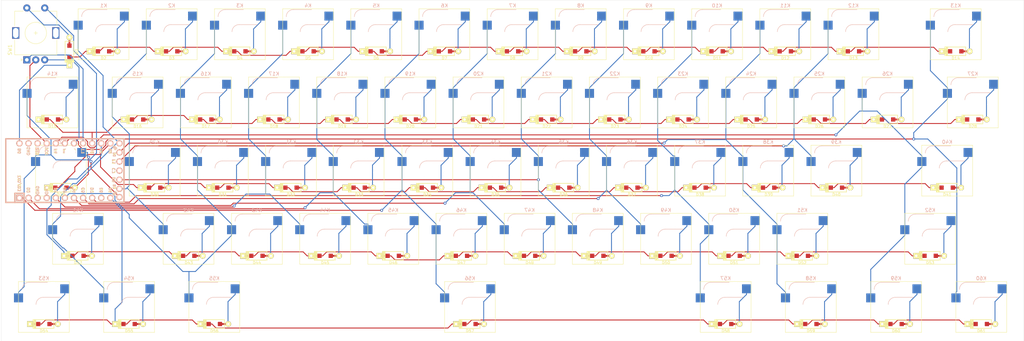
<source format=kicad_pcb>
(kicad_pcb (version 20171130) (host pcbnew "(5.1.9)-1")
  (layers (0 F.Cu signal) (31 B.Cu signal) (34 B.Paste user) (35 F.Paste user) (36 B.SilkS user) (37 F.SilkS user) (38 B.Mask user) (39 F.Mask user) (44 Edge.Cuts user))
  (net 0 "")
  (net 1 "Net-(D1-Pad2)")
  (net 2 /row0)
  (net 3 "Net-(D2-Pad2)")
  (net 4 "Net-(D3-Pad2)")
  (net 5 "Net-(D4-Pad2)")
  (net 6 "Net-(D5-Pad2)")
  (net 7 "Net-(D6-Pad2)")
  (net 8 "Net-(D7-Pad2)")
  (net 9 "Net-(D8-Pad2)")
  (net 10 "Net-(D9-Pad2)")
  (net 11 "Net-(D10-Pad2)")
  (net 12 "Net-(D11-Pad2)")
  (net 13 "Net-(D12-Pad2)")
  (net 14 "Net-(D13-Pad2)")
  (net 15 "Net-(D14-Pad2)")
  (net 16 "Net-(D15-Pad2)")
  (net 17 /row1)
  (net 18 "Net-(D16-Pad2)")
  (net 19 "Net-(D17-Pad2)")
  (net 20 "Net-(D18-Pad2)")
  (net 21 "Net-(D19-Pad2)")
  (net 22 "Net-(D20-Pad2)")
  (net 23 "Net-(D21-Pad2)")
  (net 24 "Net-(D22-Pad2)")
  (net 25 "Net-(D23-Pad2)")
  (net 26 "Net-(D24-Pad2)")
  (net 27 "Net-(D25-Pad2)")
  (net 28 "Net-(D26-Pad2)")
  (net 29 "Net-(D27-Pad2)")
  (net 30 "Net-(D28-Pad2)")
  (net 31 "Net-(D29-Pad2)")
  (net 32 /row2)
  (net 33 "Net-(D30-Pad2)")
  (net 34 "Net-(D31-Pad2)")
  (net 35 "Net-(D32-Pad2)")
  (net 36 "Net-(D33-Pad2)")
  (net 37 "Net-(D34-Pad2)")
  (net 38 "Net-(D35-Pad2)")
  (net 39 "Net-(D36-Pad2)")
  (net 40 "Net-(D37-Pad2)")
  (net 41 "Net-(D38-Pad2)")
  (net 42 "Net-(D39-Pad2)")
  (net 43 "Net-(D40-Pad2)")
  (net 44 "Net-(D41-Pad2)")
  (net 45 "Net-(D42-Pad2)")
  (net 46 /row3)
  (net 47 "Net-(D43-Pad2)")
  (net 48 "Net-(D44-Pad2)")
  (net 49 "Net-(D45-Pad2)")
  (net 50 "Net-(D46-Pad2)")
  (net 51 "Net-(D47-Pad2)")
  (net 52 "Net-(D48-Pad2)")
  (net 53 "Net-(D49-Pad2)")
  (net 54 "Net-(D50-Pad2)")
  (net 55 "Net-(D51-Pad2)")
  (net 56 "Net-(D52-Pad2)")
  (net 57 "Net-(D53-Pad2)")
  (net 58 "Net-(D54-Pad2)")
  (net 59 /row4)
  (net 60 "Net-(D55-Pad2)")
  (net 61 "Net-(D56-Pad2)")
  (net 62 "Net-(D57-Pad2)")
  (net 63 "Net-(D58-Pad2)")
  (net 64 "Net-(D59-Pad2)")
  (net 65 "Net-(D60-Pad2)")
  (net 66 "Net-(D61-Pad2)")
  (net 67 /col1)
  (net 68 /col2)
  (net 69 /col3)
  (net 70 /col4)
  (net 71 /col5)
  (net 72 /col6)
  (net 73 /col7)
  (net 74 /col8)
  (net 75 /col9)
  (net 76 /col10)
  (net 77 /col11)
  (net 78 /col12)
  (net 79 /col14)
  (net 80 /col0)
  (net 81 /col13)
  (net 82 /rotA)
  (net 83 /vcc)
  (net 84 /rotB)
  (net 85 "Net-(U1-Pad4)")
  (net 86 "Net-(U1-Pad10)")
  (net 87 "Net-(U1-Pad22)")
  (net 88 "Net-(U1-Pad23)")
  (net 89 "Net-(U1-Pad27)")
  (net 90 +5V)
  (module keyboard_parts:D_SOD123_axial (layer F.Cu) (at 85.725 78.58075 90)
    (fp_text reference D1 (at 0 1.925 90) (layer F.SilkS) (effects (font (size 0.8 0.8))))
    (fp_text value D hide)
    (pad 2 smd rect (at 1.575 0 90) (size 1.2 1.2) (layers F.Cu F.Paste F.Mask) (net 1 "Net-(D1-Pad2)"))
    (pad 1 smd rect (at -1.575 0 90) (size 1.2 1.2) (layers F.Cu F.Paste F.Mask) (net 2 /row0))
    (pad 1 thru_hole rect (at -3.9 0 90) (size 1.6 1.6) (drill 0.7) (layers *.Cu *.Mask F.SilkS) (net 2 /row0))
    (pad 2 thru_hole circle (at 3.9 0 90) (size 1.6 1.6) (drill 0.7) (layers *.Cu *.Mask F.SilkS) (net 1 "Net-(D1-Pad2)"))
    (pad 1 smd rect (at -2.7 0 90) (size 2.5 0.5) (layers F.Cu) (net 2 /row0))
    (pad 2 smd rect (at 2.7 0 90) (size 2.5 0.5) (layers F.Cu) (net 1 "Net-(D1-Pad2)"))
  )
  (module keyboard_parts:D_SOD123_axial (layer F.Cu) (at 95.25 78.58075)
    (fp_text reference D2 (at 0 1.925) (layer F.SilkS) (effects (font (size 0.8 0.8))))
    (fp_text value D hide)
    (pad 2 smd rect (at 1.575 0) (size 1.2 1.2) (layers F.Cu F.Paste F.Mask) (net 3 "Net-(D2-Pad2)"))
    (pad 1 smd rect (at -1.575 0) (size 1.2 1.2) (layers F.Cu F.Paste F.Mask) (net 2 /row0))
    (pad 1 thru_hole rect (at -3.9 0) (size 1.6 1.6) (drill 0.7) (layers *.Cu *.Mask F.SilkS) (net 2 /row0))
    (pad 2 thru_hole circle (at 3.9 0) (size 1.6 1.6) (drill 0.7) (layers *.Cu *.Mask F.SilkS) (net 3 "Net-(D2-Pad2)"))
    (pad 1 smd rect (at -2.7 0) (size 2.5 0.5) (layers F.Cu) (net 2 /row0))
    (pad 2 smd rect (at 2.7 0) (size 2.5 0.5) (layers F.Cu) (net 3 "Net-(D2-Pad2)"))
  )
  (module keyboard_parts:D_SOD123_axial (layer F.Cu) (at 114.3 78.58075)
    (fp_text reference D3 (at 0 1.925) (layer F.SilkS) (effects (font (size 0.8 0.8))))
    (fp_text value D hide)
    (pad 2 smd rect (at 1.575 0) (size 1.2 1.2) (layers F.Cu F.Paste F.Mask) (net 4 "Net-(D3-Pad2)"))
    (pad 1 smd rect (at -1.575 0) (size 1.2 1.2) (layers F.Cu F.Paste F.Mask) (net 2 /row0))
    (pad 1 thru_hole rect (at -3.9 0) (size 1.6 1.6) (drill 0.7) (layers *.Cu *.Mask F.SilkS) (net 2 /row0))
    (pad 2 thru_hole circle (at 3.9 0) (size 1.6 1.6) (drill 0.7) (layers *.Cu *.Mask F.SilkS) (net 4 "Net-(D3-Pad2)"))
    (pad 1 smd rect (at -2.7 0) (size 2.5 0.5) (layers F.Cu) (net 2 /row0))
    (pad 2 smd rect (at 2.7 0) (size 2.5 0.5) (layers F.Cu) (net 4 "Net-(D3-Pad2)"))
  )
  (module keyboard_parts:D_SOD123_axial (layer F.Cu) (at 133.35 78.58075)
    (fp_text reference D4 (at 0 1.925) (layer F.SilkS) (effects (font (size 0.8 0.8))))
    (fp_text value D hide)
    (pad 2 smd rect (at 2.7 0) (size 2.5 0.5) (layers F.Cu) (net 5 "Net-(D4-Pad2)"))
    (pad 1 smd rect (at -2.7 0) (size 2.5 0.5) (layers F.Cu) (net 2 /row0))
    (pad 2 thru_hole circle (at 3.9 0) (size 1.6 1.6) (drill 0.7) (layers *.Cu *.Mask F.SilkS) (net 5 "Net-(D4-Pad2)"))
    (pad 1 thru_hole rect (at -3.9 0) (size 1.6 1.6) (drill 0.7) (layers *.Cu *.Mask F.SilkS) (net 2 /row0))
    (pad 1 smd rect (at -1.575 0) (size 1.2 1.2) (layers F.Cu F.Paste F.Mask) (net 2 /row0))
    (pad 2 smd rect (at 1.575 0) (size 1.2 1.2) (layers F.Cu F.Paste F.Mask) (net 5 "Net-(D4-Pad2)"))
  )
  (module keyboard_parts:D_SOD123_axial (layer F.Cu) (at 152.3995 78.58075)
    (fp_text reference D5 (at 0 1.925) (layer F.SilkS) (effects (font (size 0.8 0.8))))
    (fp_text value D hide)
    (pad 2 smd rect (at 1.575 0) (size 1.2 1.2) (layers F.Cu F.Paste F.Mask) (net 6 "Net-(D5-Pad2)"))
    (pad 1 smd rect (at -1.575 0) (size 1.2 1.2) (layers F.Cu F.Paste F.Mask) (net 2 /row0))
    (pad 1 thru_hole rect (at -3.9 0) (size 1.6 1.6) (drill 0.7) (layers *.Cu *.Mask F.SilkS) (net 2 /row0))
    (pad 2 thru_hole circle (at 3.9 0) (size 1.6 1.6) (drill 0.7) (layers *.Cu *.Mask F.SilkS) (net 6 "Net-(D5-Pad2)"))
    (pad 1 smd rect (at -2.7 0) (size 2.5 0.5) (layers F.Cu) (net 2 /row0))
    (pad 2 smd rect (at 2.7 0) (size 2.5 0.5) (layers F.Cu) (net 6 "Net-(D5-Pad2)"))
  )
  (module keyboard_parts:D_SOD123_axial (layer F.Cu) (at 171.4495 78.58075)
    (fp_text reference D6 (at 0 1.925) (layer F.SilkS) (effects (font (size 0.8 0.8))))
    (fp_text value D hide)
    (pad 2 smd rect (at 1.575 0) (size 1.2 1.2) (layers F.Cu F.Paste F.Mask) (net 7 "Net-(D6-Pad2)"))
    (pad 1 smd rect (at -1.575 0) (size 1.2 1.2) (layers F.Cu F.Paste F.Mask) (net 2 /row0))
    (pad 1 thru_hole rect (at -3.9 0) (size 1.6 1.6) (drill 0.7) (layers *.Cu *.Mask F.SilkS) (net 2 /row0))
    (pad 2 thru_hole circle (at 3.9 0) (size 1.6 1.6) (drill 0.7) (layers *.Cu *.Mask F.SilkS) (net 7 "Net-(D6-Pad2)"))
    (pad 1 smd rect (at -2.7 0) (size 2.5 0.5) (layers F.Cu) (net 2 /row0))
    (pad 2 smd rect (at 2.7 0) (size 2.5 0.5) (layers F.Cu) (net 7 "Net-(D6-Pad2)"))
  )
  (module keyboard_parts:D_SOD123_axial (layer F.Cu) (at 190.4995 78.58075)
    (fp_text reference D7 (at 0 1.925) (layer F.SilkS) (effects (font (size 0.8 0.8))))
    (fp_text value D hide)
    (pad 2 smd rect (at 2.7 0) (size 2.5 0.5) (layers F.Cu) (net 8 "Net-(D7-Pad2)"))
    (pad 1 smd rect (at -2.7 0) (size 2.5 0.5) (layers F.Cu) (net 2 /row0))
    (pad 2 thru_hole circle (at 3.9 0) (size 1.6 1.6) (drill 0.7) (layers *.Cu *.Mask F.SilkS) (net 8 "Net-(D7-Pad2)"))
    (pad 1 thru_hole rect (at -3.9 0) (size 1.6 1.6) (drill 0.7) (layers *.Cu *.Mask F.SilkS) (net 2 /row0))
    (pad 1 smd rect (at -1.575 0) (size 1.2 1.2) (layers F.Cu F.Paste F.Mask) (net 2 /row0))
    (pad 2 smd rect (at 1.575 0) (size 1.2 1.2) (layers F.Cu F.Paste F.Mask) (net 8 "Net-(D7-Pad2)"))
  )
  (module keyboard_parts:D_SOD123_axial (layer F.Cu) (at 209.5495 78.58075)
    (fp_text reference D8 (at 0 1.925) (layer F.SilkS) (effects (font (size 0.8 0.8))))
    (fp_text value D hide)
    (pad 2 smd rect (at 1.575 0) (size 1.2 1.2) (layers F.Cu F.Paste F.Mask) (net 9 "Net-(D8-Pad2)"))
    (pad 1 smd rect (at -1.575 0) (size 1.2 1.2) (layers F.Cu F.Paste F.Mask) (net 2 /row0))
    (pad 1 thru_hole rect (at -3.9 0) (size 1.6 1.6) (drill 0.7) (layers *.Cu *.Mask F.SilkS) (net 2 /row0))
    (pad 2 thru_hole circle (at 3.9 0) (size 1.6 1.6) (drill 0.7) (layers *.Cu *.Mask F.SilkS) (net 9 "Net-(D8-Pad2)"))
    (pad 1 smd rect (at -2.7 0) (size 2.5 0.5) (layers F.Cu) (net 2 /row0))
    (pad 2 smd rect (at 2.7 0) (size 2.5 0.5) (layers F.Cu) (net 9 "Net-(D8-Pad2)"))
  )
  (module keyboard_parts:D_SOD123_axial (layer F.Cu) (at 228.5995 78.58075)
    (fp_text reference D9 (at 0 1.925) (layer F.SilkS) (effects (font (size 0.8 0.8))))
    (fp_text value D hide)
    (pad 2 smd rect (at 1.575 0) (size 1.2 1.2) (layers F.Cu F.Paste F.Mask) (net 10 "Net-(D9-Pad2)"))
    (pad 1 smd rect (at -1.575 0) (size 1.2 1.2) (layers F.Cu F.Paste F.Mask) (net 2 /row0))
    (pad 1 thru_hole rect (at -3.9 0) (size 1.6 1.6) (drill 0.7) (layers *.Cu *.Mask F.SilkS) (net 2 /row0))
    (pad 2 thru_hole circle (at 3.9 0) (size 1.6 1.6) (drill 0.7) (layers *.Cu *.Mask F.SilkS) (net 10 "Net-(D9-Pad2)"))
    (pad 1 smd rect (at -2.7 0) (size 2.5 0.5) (layers F.Cu) (net 2 /row0))
    (pad 2 smd rect (at 2.7 0) (size 2.5 0.5) (layers F.Cu) (net 10 "Net-(D9-Pad2)"))
  )
  (module keyboard_parts:D_SOD123_axial (layer F.Cu) (at 247.6495 78.58075)
    (fp_text reference D10 (at 0 1.925) (layer F.SilkS) (effects (font (size 0.8 0.8))))
    (fp_text value D hide)
    (pad 2 smd rect (at 2.7 0) (size 2.5 0.5) (layers F.Cu) (net 11 "Net-(D10-Pad2)"))
    (pad 1 smd rect (at -2.7 0) (size 2.5 0.5) (layers F.Cu) (net 2 /row0))
    (pad 2 thru_hole circle (at 3.9 0) (size 1.6 1.6) (drill 0.7) (layers *.Cu *.Mask F.SilkS) (net 11 "Net-(D10-Pad2)"))
    (pad 1 thru_hole rect (at -3.9 0) (size 1.6 1.6) (drill 0.7) (layers *.Cu *.Mask F.SilkS) (net 2 /row0))
    (pad 1 smd rect (at -1.575 0) (size 1.2 1.2) (layers F.Cu F.Paste F.Mask) (net 2 /row0))
    (pad 2 smd rect (at 1.575 0) (size 1.2 1.2) (layers F.Cu F.Paste F.Mask) (net 11 "Net-(D10-Pad2)"))
  )
  (module keyboard_parts:D_SOD123_axial (layer F.Cu) (at 266.6995 78.58075)
    (fp_text reference D11 (at 0 1.925) (layer F.SilkS) (effects (font (size 0.8 0.8))))
    (fp_text value D hide)
    (pad 2 smd rect (at 2.7 0) (size 2.5 0.5) (layers F.Cu) (net 12 "Net-(D11-Pad2)"))
    (pad 1 smd rect (at -2.7 0) (size 2.5 0.5) (layers F.Cu) (net 2 /row0))
    (pad 2 thru_hole circle (at 3.9 0) (size 1.6 1.6) (drill 0.7) (layers *.Cu *.Mask F.SilkS) (net 12 "Net-(D11-Pad2)"))
    (pad 1 thru_hole rect (at -3.9 0) (size 1.6 1.6) (drill 0.7) (layers *.Cu *.Mask F.SilkS) (net 2 /row0))
    (pad 1 smd rect (at -1.575 0) (size 1.2 1.2) (layers F.Cu F.Paste F.Mask) (net 2 /row0))
    (pad 2 smd rect (at 1.575 0) (size 1.2 1.2) (layers F.Cu F.Paste F.Mask) (net 12 "Net-(D11-Pad2)"))
  )
  (module keyboard_parts:D_SOD123_axial (layer F.Cu) (at 285.7495 78.58075)
    (fp_text reference D12 (at 0 1.925) (layer F.SilkS) (effects (font (size 0.8 0.8))))
    (fp_text value D hide)
    (pad 2 smd rect (at 1.575 0) (size 1.2 1.2) (layers F.Cu F.Paste F.Mask) (net 13 "Net-(D12-Pad2)"))
    (pad 1 smd rect (at -1.575 0) (size 1.2 1.2) (layers F.Cu F.Paste F.Mask) (net 2 /row0))
    (pad 1 thru_hole rect (at -3.9 0) (size 1.6 1.6) (drill 0.7) (layers *.Cu *.Mask F.SilkS) (net 2 /row0))
    (pad 2 thru_hole circle (at 3.9 0) (size 1.6 1.6) (drill 0.7) (layers *.Cu *.Mask F.SilkS) (net 13 "Net-(D12-Pad2)"))
    (pad 1 smd rect (at -2.7 0) (size 2.5 0.5) (layers F.Cu) (net 2 /row0))
    (pad 2 smd rect (at 2.7 0) (size 2.5 0.5) (layers F.Cu) (net 13 "Net-(D12-Pad2)"))
  )
  (module keyboard_parts:D_SOD123_axial (layer F.Cu) (at 304.7995 78.58075)
    (fp_text reference D13 (at 0 1.925) (layer F.SilkS) (effects (font (size 0.8 0.8))))
    (fp_text value D hide)
    (pad 2 smd rect (at 2.7 0) (size 2.5 0.5) (layers F.Cu) (net 14 "Net-(D13-Pad2)"))
    (pad 1 smd rect (at -2.7 0) (size 2.5 0.5) (layers F.Cu) (net 2 /row0))
    (pad 2 thru_hole circle (at 3.9 0) (size 1.6 1.6) (drill 0.7) (layers *.Cu *.Mask F.SilkS) (net 14 "Net-(D13-Pad2)"))
    (pad 1 thru_hole rect (at -3.9 0) (size 1.6 1.6) (drill 0.7) (layers *.Cu *.Mask F.SilkS) (net 2 /row0))
    (pad 1 smd rect (at -1.575 0) (size 1.2 1.2) (layers F.Cu F.Paste F.Mask) (net 2 /row0))
    (pad 2 smd rect (at 1.575 0) (size 1.2 1.2) (layers F.Cu F.Paste F.Mask) (net 14 "Net-(D13-Pad2)"))
  )
  (module keyboard_parts:D_SOD123_axial (layer F.Cu) (at 333.3755 78.58075)
    (fp_text reference D14 (at 0 1.925) (layer F.SilkS) (effects (font (size 0.8 0.8))))
    (fp_text value D hide)
    (pad 2 smd rect (at 2.7 0) (size 2.5 0.5) (layers F.Cu) (net 15 "Net-(D14-Pad2)"))
    (pad 1 smd rect (at -2.7 0) (size 2.5 0.5) (layers F.Cu) (net 2 /row0))
    (pad 2 thru_hole circle (at 3.9 0) (size 1.6 1.6) (drill 0.7) (layers *.Cu *.Mask F.SilkS) (net 15 "Net-(D14-Pad2)"))
    (pad 1 thru_hole rect (at -3.9 0) (size 1.6 1.6) (drill 0.7) (layers *.Cu *.Mask F.SilkS) (net 2 /row0))
    (pad 1 smd rect (at -1.575 0) (size 1.2 1.2) (layers F.Cu F.Paste F.Mask) (net 2 /row0))
    (pad 2 smd rect (at 1.575 0) (size 1.2 1.2) (layers F.Cu F.Paste F.Mask) (net 15 "Net-(D14-Pad2)"))
  )
  (module keyboard_parts:D_SOD123_axial (layer F.Cu) (at 80.9625 97.63075)
    (fp_text reference D15 (at 0 1.925) (layer F.SilkS) (effects (font (size 0.8 0.8))))
    (fp_text value D hide)
    (pad 2 smd rect (at 2.7 0) (size 2.5 0.5) (layers F.Cu) (net 16 "Net-(D15-Pad2)"))
    (pad 1 smd rect (at -2.7 0) (size 2.5 0.5) (layers F.Cu) (net 17 /row1))
    (pad 2 thru_hole circle (at 3.9 0) (size 1.6 1.6) (drill 0.7) (layers *.Cu *.Mask F.SilkS) (net 16 "Net-(D15-Pad2)"))
    (pad 1 thru_hole rect (at -3.9 0) (size 1.6 1.6) (drill 0.7) (layers *.Cu *.Mask F.SilkS) (net 17 /row1))
    (pad 1 smd rect (at -1.575 0) (size 1.2 1.2) (layers F.Cu F.Paste F.Mask) (net 17 /row1))
    (pad 2 smd rect (at 1.575 0) (size 1.2 1.2) (layers F.Cu F.Paste F.Mask) (net 16 "Net-(D15-Pad2)"))
  )
  (module keyboard_parts:D_SOD123_axial (layer F.Cu) (at 104.775 97.63075)
    (fp_text reference D16 (at 0 1.925) (layer F.SilkS) (effects (font (size 0.8 0.8))))
    (fp_text value D hide)
    (pad 2 smd rect (at 2.7 0) (size 2.5 0.5) (layers F.Cu) (net 18 "Net-(D16-Pad2)"))
    (pad 1 smd rect (at -2.7 0) (size 2.5 0.5) (layers F.Cu) (net 17 /row1))
    (pad 2 thru_hole circle (at 3.9 0) (size 1.6 1.6) (drill 0.7) (layers *.Cu *.Mask F.SilkS) (net 18 "Net-(D16-Pad2)"))
    (pad 1 thru_hole rect (at -3.9 0) (size 1.6 1.6) (drill 0.7) (layers *.Cu *.Mask F.SilkS) (net 17 /row1))
    (pad 1 smd rect (at -1.575 0) (size 1.2 1.2) (layers F.Cu F.Paste F.Mask) (net 17 /row1))
    (pad 2 smd rect (at 1.575 0) (size 1.2 1.2) (layers F.Cu F.Paste F.Mask) (net 18 "Net-(D16-Pad2)"))
  )
  (module keyboard_parts:D_SOD123_axial (layer F.Cu) (at 123.825 97.63075)
    (fp_text reference D17 (at 0 1.925) (layer F.SilkS) (effects (font (size 0.8 0.8))))
    (fp_text value D hide)
    (pad 2 smd rect (at 1.575 0) (size 1.2 1.2) (layers F.Cu F.Paste F.Mask) (net 19 "Net-(D17-Pad2)"))
    (pad 1 smd rect (at -1.575 0) (size 1.2 1.2) (layers F.Cu F.Paste F.Mask) (net 17 /row1))
    (pad 1 thru_hole rect (at -3.9 0) (size 1.6 1.6) (drill 0.7) (layers *.Cu *.Mask F.SilkS) (net 17 /row1))
    (pad 2 thru_hole circle (at 3.9 0) (size 1.6 1.6) (drill 0.7) (layers *.Cu *.Mask F.SilkS) (net 19 "Net-(D17-Pad2)"))
    (pad 1 smd rect (at -2.7 0) (size 2.5 0.5) (layers F.Cu) (net 17 /row1))
    (pad 2 smd rect (at 2.7 0) (size 2.5 0.5) (layers F.Cu) (net 19 "Net-(D17-Pad2)"))
  )
  (module keyboard_parts:D_SOD123_axial (layer F.Cu) (at 142.875 97.63075)
    (fp_text reference D18 (at 0 1.925) (layer F.SilkS) (effects (font (size 0.8 0.8))))
    (fp_text value D hide)
    (pad 2 smd rect (at 2.7 0) (size 2.5 0.5) (layers F.Cu) (net 20 "Net-(D18-Pad2)"))
    (pad 1 smd rect (at -2.7 0) (size 2.5 0.5) (layers F.Cu) (net 17 /row1))
    (pad 2 thru_hole circle (at 3.9 0) (size 1.6 1.6) (drill 0.7) (layers *.Cu *.Mask F.SilkS) (net 20 "Net-(D18-Pad2)"))
    (pad 1 thru_hole rect (at -3.9 0) (size 1.6 1.6) (drill 0.7) (layers *.Cu *.Mask F.SilkS) (net 17 /row1))
    (pad 1 smd rect (at -1.575 0) (size 1.2 1.2) (layers F.Cu F.Paste F.Mask) (net 17 /row1))
    (pad 2 smd rect (at 1.575 0) (size 1.2 1.2) (layers F.Cu F.Paste F.Mask) (net 20 "Net-(D18-Pad2)"))
  )
  (module keyboard_parts:D_SOD123_axial (layer F.Cu) (at 161.9255 97.63075)
    (fp_text reference D19 (at 0 1.925) (layer F.SilkS) (effects (font (size 0.8 0.8))))
    (fp_text value D hide)
    (pad 2 smd rect (at 2.7 0) (size 2.5 0.5) (layers F.Cu) (net 21 "Net-(D19-Pad2)"))
    (pad 1 smd rect (at -2.7 0) (size 2.5 0.5) (layers F.Cu) (net 17 /row1))
    (pad 2 thru_hole circle (at 3.9 0) (size 1.6 1.6) (drill 0.7) (layers *.Cu *.Mask F.SilkS) (net 21 "Net-(D19-Pad2)"))
    (pad 1 thru_hole rect (at -3.9 0) (size 1.6 1.6) (drill 0.7) (layers *.Cu *.Mask F.SilkS) (net 17 /row1))
    (pad 1 smd rect (at -1.575 0) (size 1.2 1.2) (layers F.Cu F.Paste F.Mask) (net 17 /row1))
    (pad 2 smd rect (at 1.575 0) (size 1.2 1.2) (layers F.Cu F.Paste F.Mask) (net 21 "Net-(D19-Pad2)"))
  )
  (module keyboard_parts:D_SOD123_axial (layer F.Cu) (at 180.9755 97.63075)
    (fp_text reference D20 (at 0 1.925) (layer F.SilkS) (effects (font (size 0.8 0.8))))
    (fp_text value D hide)
    (pad 2 smd rect (at 1.575 0) (size 1.2 1.2) (layers F.Cu F.Paste F.Mask) (net 22 "Net-(D20-Pad2)"))
    (pad 1 smd rect (at -1.575 0) (size 1.2 1.2) (layers F.Cu F.Paste F.Mask) (net 17 /row1))
    (pad 1 thru_hole rect (at -3.9 0) (size 1.6 1.6) (drill 0.7) (layers *.Cu *.Mask F.SilkS) (net 17 /row1))
    (pad 2 thru_hole circle (at 3.9 0) (size 1.6 1.6) (drill 0.7) (layers *.Cu *.Mask F.SilkS) (net 22 "Net-(D20-Pad2)"))
    (pad 1 smd rect (at -2.7 0) (size 2.5 0.5) (layers F.Cu) (net 17 /row1))
    (pad 2 smd rect (at 2.7 0) (size 2.5 0.5) (layers F.Cu) (net 22 "Net-(D20-Pad2)"))
  )
  (module keyboard_parts:D_SOD123_axial (layer F.Cu) (at 200.0255 97.63075)
    (fp_text reference D21 (at 0 1.925) (layer F.SilkS) (effects (font (size 0.8 0.8))))
    (fp_text value D hide)
    (pad 2 smd rect (at 1.575 0) (size 1.2 1.2) (layers F.Cu F.Paste F.Mask) (net 23 "Net-(D21-Pad2)"))
    (pad 1 smd rect (at -1.575 0) (size 1.2 1.2) (layers F.Cu F.Paste F.Mask) (net 17 /row1))
    (pad 1 thru_hole rect (at -3.9 0) (size 1.6 1.6) (drill 0.7) (layers *.Cu *.Mask F.SilkS) (net 17 /row1))
    (pad 2 thru_hole circle (at 3.9 0) (size 1.6 1.6) (drill 0.7) (layers *.Cu *.Mask F.SilkS) (net 23 "Net-(D21-Pad2)"))
    (pad 1 smd rect (at -2.7 0) (size 2.5 0.5) (layers F.Cu) (net 17 /row1))
    (pad 2 smd rect (at 2.7 0) (size 2.5 0.5) (layers F.Cu) (net 23 "Net-(D21-Pad2)"))
  )
  (module keyboard_parts:D_SOD123_axial (layer F.Cu) (at 219.0755 97.63075)
    (fp_text reference D22 (at 0 1.925) (layer F.SilkS) (effects (font (size 0.8 0.8))))
    (fp_text value D hide)
    (pad 2 smd rect (at 1.575 0) (size 1.2 1.2) (layers F.Cu F.Paste F.Mask) (net 24 "Net-(D22-Pad2)"))
    (pad 1 smd rect (at -1.575 0) (size 1.2 1.2) (layers F.Cu F.Paste F.Mask) (net 17 /row1))
    (pad 1 thru_hole rect (at -3.9 0) (size 1.6 1.6) (drill 0.7) (layers *.Cu *.Mask F.SilkS) (net 17 /row1))
    (pad 2 thru_hole circle (at 3.9 0) (size 1.6 1.6) (drill 0.7) (layers *.Cu *.Mask F.SilkS) (net 24 "Net-(D22-Pad2)"))
    (pad 1 smd rect (at -2.7 0) (size 2.5 0.5) (layers F.Cu) (net 17 /row1))
    (pad 2 smd rect (at 2.7 0) (size 2.5 0.5) (layers F.Cu) (net 24 "Net-(D22-Pad2)"))
  )
  (module keyboard_parts:D_SOD123_axial (layer F.Cu) (at 238.1255 97.63075)
    (fp_text reference D23 (at 0 1.925) (layer F.SilkS) (effects (font (size 0.8 0.8))))
    (fp_text value D hide)
    (pad 2 smd rect (at 2.7 0) (size 2.5 0.5) (layers F.Cu) (net 25 "Net-(D23-Pad2)"))
    (pad 1 smd rect (at -2.7 0) (size 2.5 0.5) (layers F.Cu) (net 17 /row1))
    (pad 2 thru_hole circle (at 3.9 0) (size 1.6 1.6) (drill 0.7) (layers *.Cu *.Mask F.SilkS) (net 25 "Net-(D23-Pad2)"))
    (pad 1 thru_hole rect (at -3.9 0) (size 1.6 1.6) (drill 0.7) (layers *.Cu *.Mask F.SilkS) (net 17 /row1))
    (pad 1 smd rect (at -1.575 0) (size 1.2 1.2) (layers F.Cu F.Paste F.Mask) (net 17 /row1))
    (pad 2 smd rect (at 1.575 0) (size 1.2 1.2) (layers F.Cu F.Paste F.Mask) (net 25 "Net-(D23-Pad2)"))
  )
  (module keyboard_parts:D_SOD123_axial (layer F.Cu) (at 257.1755 97.63075)
    (fp_text reference D24 (at 0 1.925) (layer F.SilkS) (effects (font (size 0.8 0.8))))
    (fp_text value D hide)
    (pad 2 smd rect (at 1.575 0) (size 1.2 1.2) (layers F.Cu F.Paste F.Mask) (net 26 "Net-(D24-Pad2)"))
    (pad 1 smd rect (at -1.575 0) (size 1.2 1.2) (layers F.Cu F.Paste F.Mask) (net 17 /row1))
    (pad 1 thru_hole rect (at -3.9 0) (size 1.6 1.6) (drill 0.7) (layers *.Cu *.Mask F.SilkS) (net 17 /row1))
    (pad 2 thru_hole circle (at 3.9 0) (size 1.6 1.6) (drill 0.7) (layers *.Cu *.Mask F.SilkS) (net 26 "Net-(D24-Pad2)"))
    (pad 1 smd rect (at -2.7 0) (size 2.5 0.5) (layers F.Cu) (net 17 /row1))
    (pad 2 smd rect (at 2.7 0) (size 2.5 0.5) (layers F.Cu) (net 26 "Net-(D24-Pad2)"))
  )
  (module keyboard_parts:D_SOD123_axial (layer F.Cu) (at 276.2255 97.63075)
    (fp_text reference D25 (at 0 1.925) (layer F.SilkS) (effects (font (size 0.8 0.8))))
    (fp_text value D hide)
    (pad 2 smd rect (at 2.7 0) (size 2.5 0.5) (layers F.Cu) (net 27 "Net-(D25-Pad2)"))
    (pad 1 smd rect (at -2.7 0) (size 2.5 0.5) (layers F.Cu) (net 17 /row1))
    (pad 2 thru_hole circle (at 3.9 0) (size 1.6 1.6) (drill 0.7) (layers *.Cu *.Mask F.SilkS) (net 27 "Net-(D25-Pad2)"))
    (pad 1 thru_hole rect (at -3.9 0) (size 1.6 1.6) (drill 0.7) (layers *.Cu *.Mask F.SilkS) (net 17 /row1))
    (pad 1 smd rect (at -1.575 0) (size 1.2 1.2) (layers F.Cu F.Paste F.Mask) (net 17 /row1))
    (pad 2 smd rect (at 1.575 0) (size 1.2 1.2) (layers F.Cu F.Paste F.Mask) (net 27 "Net-(D25-Pad2)"))
  )
  (module keyboard_parts:D_SOD123_axial (layer F.Cu) (at 295.2755 97.63075)
    (fp_text reference D26 (at 0 1.925) (layer F.SilkS) (effects (font (size 0.8 0.8))))
    (fp_text value D hide)
    (pad 2 smd rect (at 1.575 0) (size 1.2 1.2) (layers F.Cu F.Paste F.Mask) (net 28 "Net-(D26-Pad2)"))
    (pad 1 smd rect (at -1.575 0) (size 1.2 1.2) (layers F.Cu F.Paste F.Mask) (net 17 /row1))
    (pad 1 thru_hole rect (at -3.9 0) (size 1.6 1.6) (drill 0.7) (layers *.Cu *.Mask F.SilkS) (net 17 /row1))
    (pad 2 thru_hole circle (at 3.9 0) (size 1.6 1.6) (drill 0.7) (layers *.Cu *.Mask F.SilkS) (net 28 "Net-(D26-Pad2)"))
    (pad 1 smd rect (at -2.7 0) (size 2.5 0.5) (layers F.Cu) (net 17 /row1))
    (pad 2 smd rect (at 2.7 0) (size 2.5 0.5) (layers F.Cu) (net 28 "Net-(D26-Pad2)"))
  )
  (module keyboard_parts:D_SOD123_axial (layer F.Cu) (at 314.3255 97.63075)
    (fp_text reference D27 (at 0 1.925) (layer F.SilkS) (effects (font (size 0.8 0.8))))
    (fp_text value D hide)
    (pad 2 smd rect (at 2.7 0) (size 2.5 0.5) (layers F.Cu) (net 29 "Net-(D27-Pad2)"))
    (pad 1 smd rect (at -2.7 0) (size 2.5 0.5) (layers F.Cu) (net 17 /row1))
    (pad 2 thru_hole circle (at 3.9 0) (size 1.6 1.6) (drill 0.7) (layers *.Cu *.Mask F.SilkS) (net 29 "Net-(D27-Pad2)"))
    (pad 1 thru_hole rect (at -3.9 0) (size 1.6 1.6) (drill 0.7) (layers *.Cu *.Mask F.SilkS) (net 17 /row1))
    (pad 1 smd rect (at -1.575 0) (size 1.2 1.2) (layers F.Cu F.Paste F.Mask) (net 17 /row1))
    (pad 2 smd rect (at 1.575 0) (size 1.2 1.2) (layers F.Cu F.Paste F.Mask) (net 29 "Net-(D27-Pad2)"))
  )
  (module keyboard_parts:D_SOD123_axial (layer F.Cu) (at 338.1375 97.63075)
    (fp_text reference D28 (at 0 1.925) (layer F.SilkS) (effects (font (size 0.8 0.8))))
    (fp_text value D hide)
    (pad 2 smd rect (at 1.575 0) (size 1.2 1.2) (layers F.Cu F.Paste F.Mask) (net 30 "Net-(D28-Pad2)"))
    (pad 1 smd rect (at -1.575 0) (size 1.2 1.2) (layers F.Cu F.Paste F.Mask) (net 17 /row1))
    (pad 1 thru_hole rect (at -3.9 0) (size 1.6 1.6) (drill 0.7) (layers *.Cu *.Mask F.SilkS) (net 17 /row1))
    (pad 2 thru_hole circle (at 3.9 0) (size 1.6 1.6) (drill 0.7) (layers *.Cu *.Mask F.SilkS) (net 30 "Net-(D28-Pad2)"))
    (pad 1 smd rect (at -2.7 0) (size 2.5 0.5) (layers F.Cu) (net 17 /row1))
    (pad 2 smd rect (at 2.7 0) (size 2.5 0.5) (layers F.Cu) (net 30 "Net-(D28-Pad2)"))
  )
  (module keyboard_parts:D_SOD123_axial (layer F.Cu) (at 83.3437 116.68075)
    (fp_text reference D29 (at 0 1.925) (layer F.SilkS) (effects (font (size 0.8 0.8))))
    (fp_text value D hide)
    (pad 2 smd rect (at 1.575 0) (size 1.2 1.2) (layers F.Cu F.Paste F.Mask) (net 31 "Net-(D29-Pad2)"))
    (pad 1 smd rect (at -1.575 0) (size 1.2 1.2) (layers F.Cu F.Paste F.Mask) (net 32 /row2))
    (pad 1 thru_hole rect (at -3.9 0) (size 1.6 1.6) (drill 0.7) (layers *.Cu *.Mask F.SilkS) (net 32 /row2))
    (pad 2 thru_hole circle (at 3.9 0) (size 1.6 1.6) (drill 0.7) (layers *.Cu *.Mask F.SilkS) (net 31 "Net-(D29-Pad2)"))
    (pad 1 smd rect (at -2.7 0) (size 2.5 0.5) (layers F.Cu) (net 32 /row2))
    (pad 2 smd rect (at 2.7 0) (size 2.5 0.5) (layers F.Cu) (net 31 "Net-(D29-Pad2)"))
  )
  (module keyboard_parts:D_SOD123_axial (layer F.Cu) (at 109.5375 116.68075)
    (fp_text reference D30 (at 0 1.925) (layer F.SilkS) (effects (font (size 0.8 0.8))))
    (fp_text value D hide)
    (pad 2 smd rect (at 1.575 0) (size 1.2 1.2) (layers F.Cu F.Paste F.Mask) (net 33 "Net-(D30-Pad2)"))
    (pad 1 smd rect (at -1.575 0) (size 1.2 1.2) (layers F.Cu F.Paste F.Mask) (net 32 /row2))
    (pad 1 thru_hole rect (at -3.9 0) (size 1.6 1.6) (drill 0.7) (layers *.Cu *.Mask F.SilkS) (net 32 /row2))
    (pad 2 thru_hole circle (at 3.9 0) (size 1.6 1.6) (drill 0.7) (layers *.Cu *.Mask F.SilkS) (net 33 "Net-(D30-Pad2)"))
    (pad 1 smd rect (at -2.7 0) (size 2.5 0.5) (layers F.Cu) (net 32 /row2))
    (pad 2 smd rect (at 2.7 0) (size 2.5 0.5) (layers F.Cu) (net 33 "Net-(D30-Pad2)"))
  )
  (module keyboard_parts:D_SOD123_axial (layer F.Cu) (at 128.5875 116.68075)
    (fp_text reference D31 (at 0 1.925) (layer F.SilkS) (effects (font (size 0.8 0.8))))
    (fp_text value D hide)
    (pad 2 smd rect (at 1.575 0) (size 1.2 1.2) (layers F.Cu F.Paste F.Mask) (net 34 "Net-(D31-Pad2)"))
    (pad 1 smd rect (at -1.575 0) (size 1.2 1.2) (layers F.Cu F.Paste F.Mask) (net 32 /row2))
    (pad 1 thru_hole rect (at -3.9 0) (size 1.6 1.6) (drill 0.7) (layers *.Cu *.Mask F.SilkS) (net 32 /row2))
    (pad 2 thru_hole circle (at 3.9 0) (size 1.6 1.6) (drill 0.7) (layers *.Cu *.Mask F.SilkS) (net 34 "Net-(D31-Pad2)"))
    (pad 1 smd rect (at -2.7 0) (size 2.5 0.5) (layers F.Cu) (net 32 /row2))
    (pad 2 smd rect (at 2.7 0) (size 2.5 0.5) (layers F.Cu) (net 34 "Net-(D31-Pad2)"))
  )
  (module keyboard_parts:D_SOD123_axial (layer F.Cu) (at 147.6375 116.68075)
    (fp_text reference D32 (at 0 1.925) (layer F.SilkS) (effects (font (size 0.8 0.8))))
    (fp_text value D hide)
    (pad 2 smd rect (at 2.7 0) (size 2.5 0.5) (layers F.Cu) (net 35 "Net-(D32-Pad2)"))
    (pad 1 smd rect (at -2.7 0) (size 2.5 0.5) (layers F.Cu) (net 32 /row2))
    (pad 2 thru_hole circle (at 3.9 0) (size 1.6 1.6) (drill 0.7) (layers *.Cu *.Mask F.SilkS) (net 35 "Net-(D32-Pad2)"))
    (pad 1 thru_hole rect (at -3.9 0) (size 1.6 1.6) (drill 0.7) (layers *.Cu *.Mask F.SilkS) (net 32 /row2))
    (pad 1 smd rect (at -1.575 0) (size 1.2 1.2) (layers F.Cu F.Paste F.Mask) (net 32 /row2))
    (pad 2 smd rect (at 1.575 0) (size 1.2 1.2) (layers F.Cu F.Paste F.Mask) (net 35 "Net-(D32-Pad2)"))
  )
  (module keyboard_parts:D_SOD123_axial (layer F.Cu) (at 166.6875 116.68075)
    (fp_text reference D33 (at 0 1.925) (layer F.SilkS) (effects (font (size 0.8 0.8))))
    (fp_text value D hide)
    (pad 2 smd rect (at 1.575 0) (size 1.2 1.2) (layers F.Cu F.Paste F.Mask) (net 36 "Net-(D33-Pad2)"))
    (pad 1 smd rect (at -1.575 0) (size 1.2 1.2) (layers F.Cu F.Paste F.Mask) (net 32 /row2))
    (pad 1 thru_hole rect (at -3.9 0) (size 1.6 1.6) (drill 0.7) (layers *.Cu *.Mask F.SilkS) (net 32 /row2))
    (pad 2 thru_hole circle (at 3.9 0) (size 1.6 1.6) (drill 0.7) (layers *.Cu *.Mask F.SilkS) (net 36 "Net-(D33-Pad2)"))
    (pad 1 smd rect (at -2.7 0) (size 2.5 0.5) (layers F.Cu) (net 32 /row2))
    (pad 2 smd rect (at 2.7 0) (size 2.5 0.5) (layers F.Cu) (net 36 "Net-(D33-Pad2)"))
  )
  (module keyboard_parts:D_SOD123_axial (layer F.Cu) (at 185.7375 116.68075)
    (fp_text reference D34 (at 0 1.925) (layer F.SilkS) (effects (font (size 0.8 0.8))))
    (fp_text value D hide)
    (pad 2 smd rect (at 2.7 0) (size 2.5 0.5) (layers F.Cu) (net 37 "Net-(D34-Pad2)"))
    (pad 1 smd rect (at -2.7 0) (size 2.5 0.5) (layers F.Cu) (net 32 /row2))
    (pad 2 thru_hole circle (at 3.9 0) (size 1.6 1.6) (drill 0.7) (layers *.Cu *.Mask F.SilkS) (net 37 "Net-(D34-Pad2)"))
    (pad 1 thru_hole rect (at -3.9 0) (size 1.6 1.6) (drill 0.7) (layers *.Cu *.Mask F.SilkS) (net 32 /row2))
    (pad 1 smd rect (at -1.575 0) (size 1.2 1.2) (layers F.Cu F.Paste F.Mask) (net 32 /row2))
    (pad 2 smd rect (at 1.575 0) (size 1.2 1.2) (layers F.Cu F.Paste F.Mask) (net 37 "Net-(D34-Pad2)"))
  )
  (module keyboard_parts:D_SOD123_axial (layer F.Cu) (at 204.7875 116.68075)
    (fp_text reference D35 (at 0 1.925) (layer F.SilkS) (effects (font (size 0.8 0.8))))
    (fp_text value D hide)
    (pad 2 smd rect (at 1.575 0) (size 1.2 1.2) (layers F.Cu F.Paste F.Mask) (net 38 "Net-(D35-Pad2)"))
    (pad 1 smd rect (at -1.575 0) (size 1.2 1.2) (layers F.Cu F.Paste F.Mask) (net 32 /row2))
    (pad 1 thru_hole rect (at -3.9 0) (size 1.6 1.6) (drill 0.7) (layers *.Cu *.Mask F.SilkS) (net 32 /row2))
    (pad 2 thru_hole circle (at 3.9 0) (size 1.6 1.6) (drill 0.7) (layers *.Cu *.Mask F.SilkS) (net 38 "Net-(D35-Pad2)"))
    (pad 1 smd rect (at -2.7 0) (size 2.5 0.5) (layers F.Cu) (net 32 /row2))
    (pad 2 smd rect (at 2.7 0) (size 2.5 0.5) (layers F.Cu) (net 38 "Net-(D35-Pad2)"))
  )
  (module keyboard_parts:D_SOD123_axial (layer F.Cu) (at 223.8375 116.68075)
    (fp_text reference D36 (at 0 1.925) (layer F.SilkS) (effects (font (size 0.8 0.8))))
    (fp_text value D hide)
    (pad 2 smd rect (at 2.7 0) (size 2.5 0.5) (layers F.Cu) (net 39 "Net-(D36-Pad2)"))
    (pad 1 smd rect (at -2.7 0) (size 2.5 0.5) (layers F.Cu) (net 32 /row2))
    (pad 2 thru_hole circle (at 3.9 0) (size 1.6 1.6) (drill 0.7) (layers *.Cu *.Mask F.SilkS) (net 39 "Net-(D36-Pad2)"))
    (pad 1 thru_hole rect (at -3.9 0) (size 1.6 1.6) (drill 0.7) (layers *.Cu *.Mask F.SilkS) (net 32 /row2))
    (pad 1 smd rect (at -1.575 0) (size 1.2 1.2) (layers F.Cu F.Paste F.Mask) (net 32 /row2))
    (pad 2 smd rect (at 1.575 0) (size 1.2 1.2) (layers F.Cu F.Paste F.Mask) (net 39 "Net-(D36-Pad2)"))
  )
  (module keyboard_parts:D_SOD123_axial (layer F.Cu) (at 242.8875 116.68075)
    (fp_text reference D37 (at 0 1.925) (layer F.SilkS) (effects (font (size 0.8 0.8))))
    (fp_text value D hide)
    (pad 2 smd rect (at 1.575 0) (size 1.2 1.2) (layers F.Cu F.Paste F.Mask) (net 40 "Net-(D37-Pad2)"))
    (pad 1 smd rect (at -1.575 0) (size 1.2 1.2) (layers F.Cu F.Paste F.Mask) (net 32 /row2))
    (pad 1 thru_hole rect (at -3.9 0) (size 1.6 1.6) (drill 0.7) (layers *.Cu *.Mask F.SilkS) (net 32 /row2))
    (pad 2 thru_hole circle (at 3.9 0) (size 1.6 1.6) (drill 0.7) (layers *.Cu *.Mask F.SilkS) (net 40 "Net-(D37-Pad2)"))
    (pad 1 smd rect (at -2.7 0) (size 2.5 0.5) (layers F.Cu) (net 32 /row2))
    (pad 2 smd rect (at 2.7 0) (size 2.5 0.5) (layers F.Cu) (net 40 "Net-(D37-Pad2)"))
  )
  (module keyboard_parts:D_SOD123_axial (layer F.Cu) (at 261.9375 116.68075)
    (fp_text reference D38 (at 0 1.925) (layer F.SilkS) (effects (font (size 0.8 0.8))))
    (fp_text value D hide)
    (pad 2 smd rect (at 2.7 0) (size 2.5 0.5) (layers F.Cu) (net 41 "Net-(D38-Pad2)"))
    (pad 1 smd rect (at -2.7 0) (size 2.5 0.5) (layers F.Cu) (net 32 /row2))
    (pad 2 thru_hole circle (at 3.9 0) (size 1.6 1.6) (drill 0.7) (layers *.Cu *.Mask F.SilkS) (net 41 "Net-(D38-Pad2)"))
    (pad 1 thru_hole rect (at -3.9 0) (size 1.6 1.6) (drill 0.7) (layers *.Cu *.Mask F.SilkS) (net 32 /row2))
    (pad 1 smd rect (at -1.575 0) (size 1.2 1.2) (layers F.Cu F.Paste F.Mask) (net 32 /row2))
    (pad 2 smd rect (at 1.575 0) (size 1.2 1.2) (layers F.Cu F.Paste F.Mask) (net 41 "Net-(D38-Pad2)"))
  )
  (module keyboard_parts:D_SOD123_axial (layer F.Cu) (at 281.1035 116.68075)
    (fp_text reference D39 (at 0 1.925) (layer F.SilkS) (effects (font (size 0.8 0.8))))
    (fp_text value D hide)
    (pad 2 smd rect (at 1.575 0) (size 1.2 1.2) (layers F.Cu F.Paste F.Mask) (net 42 "Net-(D39-Pad2)"))
    (pad 1 smd rect (at -1.575 0) (size 1.2 1.2) (layers F.Cu F.Paste F.Mask) (net 32 /row2))
    (pad 1 thru_hole rect (at -3.9 0) (size 1.6 1.6) (drill 0.7) (layers *.Cu *.Mask F.SilkS) (net 32 /row2))
    (pad 2 thru_hole circle (at 3.9 0) (size 1.6 1.6) (drill 0.7) (layers *.Cu *.Mask F.SilkS) (net 42 "Net-(D39-Pad2)"))
    (pad 1 smd rect (at -2.7 0) (size 2.5 0.5) (layers F.Cu) (net 32 /row2))
    (pad 2 smd rect (at 2.7 0) (size 2.5 0.5) (layers F.Cu) (net 42 "Net-(D39-Pad2)"))
  )
  (module keyboard_parts:D_SOD123_axial (layer F.Cu) (at 300.0375 116.68075)
    (fp_text reference D40 (at 0 1.925) (layer F.SilkS) (effects (font (size 0.8 0.8))))
    (fp_text value D hide)
    (pad 2 smd rect (at 2.7 0) (size 2.5 0.5) (layers F.Cu) (net 43 "Net-(D40-Pad2)"))
    (pad 1 smd rect (at -2.7 0) (size 2.5 0.5) (layers F.Cu) (net 32 /row2))
    (pad 2 thru_hole circle (at 3.9 0) (size 1.6 1.6) (drill 0.7) (layers *.Cu *.Mask F.SilkS) (net 43 "Net-(D40-Pad2)"))
    (pad 1 thru_hole rect (at -3.9 0) (size 1.6 1.6) (drill 0.7) (layers *.Cu *.Mask F.SilkS) (net 32 /row2))
    (pad 1 smd rect (at -1.575 0) (size 1.2 1.2) (layers F.Cu F.Paste F.Mask) (net 32 /row2))
    (pad 2 smd rect (at 1.575 0) (size 1.2 1.2) (layers F.Cu F.Paste F.Mask) (net 43 "Net-(D40-Pad2)"))
  )
  (module keyboard_parts:D_SOD123_axial (layer F.Cu) (at 330.9935 116.68075)
    (fp_text reference D41 (at 0 1.925) (layer F.SilkS) (effects (font (size 0.8 0.8))))
    (fp_text value D hide)
    (pad 2 smd rect (at 2.7 0) (size 2.5 0.5) (layers F.Cu) (net 44 "Net-(D41-Pad2)"))
    (pad 1 smd rect (at -2.7 0) (size 2.5 0.5) (layers F.Cu) (net 32 /row2))
    (pad 2 thru_hole circle (at 3.9 0) (size 1.6 1.6) (drill 0.7) (layers *.Cu *.Mask F.SilkS) (net 44 "Net-(D41-Pad2)"))
    (pad 1 thru_hole rect (at -3.9 0) (size 1.6 1.6) (drill 0.7) (layers *.Cu *.Mask F.SilkS) (net 32 /row2))
    (pad 1 smd rect (at -1.575 0) (size 1.2 1.2) (layers F.Cu F.Paste F.Mask) (net 32 /row2))
    (pad 2 smd rect (at 1.575 0) (size 1.2 1.2) (layers F.Cu F.Paste F.Mask) (net 44 "Net-(D41-Pad2)"))
  )
  (module keyboard_parts:D_SOD123_axial (layer F.Cu) (at 88.1063 135.73075)
    (fp_text reference D42 (at 0 1.925) (layer F.SilkS) (effects (font (size 0.8 0.8))))
    (fp_text value D hide)
    (pad 2 smd rect (at 2.7 0) (size 2.5 0.5) (layers F.Cu) (net 45 "Net-(D42-Pad2)"))
    (pad 1 smd rect (at -2.7 0) (size 2.5 0.5) (layers F.Cu) (net 46 /row3))
    (pad 2 thru_hole circle (at 3.9 0) (size 1.6 1.6) (drill 0.7) (layers *.Cu *.Mask F.SilkS) (net 45 "Net-(D42-Pad2)"))
    (pad 1 thru_hole rect (at -3.9 0) (size 1.6 1.6) (drill 0.7) (layers *.Cu *.Mask F.SilkS) (net 46 /row3))
    (pad 1 smd rect (at -1.575 0) (size 1.2 1.2) (layers F.Cu F.Paste F.Mask) (net 46 /row3))
    (pad 2 smd rect (at 1.575 0) (size 1.2 1.2) (layers F.Cu F.Paste F.Mask) (net 45 "Net-(D42-Pad2)"))
  )
  (module keyboard_parts:D_SOD123_axial (layer F.Cu) (at 119.0625 135.73075)
    (fp_text reference D43 (at 0 1.925) (layer F.SilkS) (effects (font (size 0.8 0.8))))
    (fp_text value D hide)
    (pad 2 smd rect (at 1.575 0) (size 1.2 1.2) (layers F.Cu F.Paste F.Mask) (net 47 "Net-(D43-Pad2)"))
    (pad 1 smd rect (at -1.575 0) (size 1.2 1.2) (layers F.Cu F.Paste F.Mask) (net 46 /row3))
    (pad 1 thru_hole rect (at -3.9 0) (size 1.6 1.6) (drill 0.7) (layers *.Cu *.Mask F.SilkS) (net 46 /row3))
    (pad 2 thru_hole circle (at 3.9 0) (size 1.6 1.6) (drill 0.7) (layers *.Cu *.Mask F.SilkS) (net 47 "Net-(D43-Pad2)"))
    (pad 1 smd rect (at -2.7 0) (size 2.5 0.5) (layers F.Cu) (net 46 /row3))
    (pad 2 smd rect (at 2.7 0) (size 2.5 0.5) (layers F.Cu) (net 47 "Net-(D43-Pad2)"))
  )
  (module keyboard_parts:D_SOD123_axial (layer F.Cu) (at 138.1125 135.73075)
    (fp_text reference D44 (at 0 1.925) (layer F.SilkS) (effects (font (size 0.8 0.8))))
    (fp_text value D hide)
    (pad 2 smd rect (at 2.7 0) (size 2.5 0.5) (layers F.Cu) (net 48 "Net-(D44-Pad2)"))
    (pad 1 smd rect (at -2.7 0) (size 2.5 0.5) (layers F.Cu) (net 46 /row3))
    (pad 2 thru_hole circle (at 3.9 0) (size 1.6 1.6) (drill 0.7) (layers *.Cu *.Mask F.SilkS) (net 48 "Net-(D44-Pad2)"))
    (pad 1 thru_hole rect (at -3.9 0) (size 1.6 1.6) (drill 0.7) (layers *.Cu *.Mask F.SilkS) (net 46 /row3))
    (pad 1 smd rect (at -1.575 0) (size 1.2 1.2) (layers F.Cu F.Paste F.Mask) (net 46 /row3))
    (pad 2 smd rect (at 1.575 0) (size 1.2 1.2) (layers F.Cu F.Paste F.Mask) (net 48 "Net-(D44-Pad2)"))
  )
  (module keyboard_parts:D_SOD123_axial (layer F.Cu) (at 157.1625 135.73075)
    (fp_text reference D45 (at 0 1.925) (layer F.SilkS) (effects (font (size 0.8 0.8))))
    (fp_text value D hide)
    (pad 2 smd rect (at 1.575 0) (size 1.2 1.2) (layers F.Cu F.Paste F.Mask) (net 49 "Net-(D45-Pad2)"))
    (pad 1 smd rect (at -1.575 0) (size 1.2 1.2) (layers F.Cu F.Paste F.Mask) (net 46 /row3))
    (pad 1 thru_hole rect (at -3.9 0) (size 1.6 1.6) (drill 0.7) (layers *.Cu *.Mask F.SilkS) (net 46 /row3))
    (pad 2 thru_hole circle (at 3.9 0) (size 1.6 1.6) (drill 0.7) (layers *.Cu *.Mask F.SilkS) (net 49 "Net-(D45-Pad2)"))
    (pad 1 smd rect (at -2.7 0) (size 2.5 0.5) (layers F.Cu) (net 46 /row3))
    (pad 2 smd rect (at 2.7 0) (size 2.5 0.5) (layers F.Cu) (net 49 "Net-(D45-Pad2)"))
  )
  (module keyboard_parts:D_SOD123_axial (layer F.Cu) (at 176.2125 135.73075)
    (fp_text reference D46 (at 0 1.925) (layer F.SilkS) (effects (font (size 0.8 0.8))))
    (fp_text value D hide)
    (pad 2 smd rect (at 2.7 0) (size 2.5 0.5) (layers F.Cu) (net 50 "Net-(D46-Pad2)"))
    (pad 1 smd rect (at -2.7 0) (size 2.5 0.5) (layers F.Cu) (net 46 /row3))
    (pad 2 thru_hole circle (at 3.9 0) (size 1.6 1.6) (drill 0.7) (layers *.Cu *.Mask F.SilkS) (net 50 "Net-(D46-Pad2)"))
    (pad 1 thru_hole rect (at -3.9 0) (size 1.6 1.6) (drill 0.7) (layers *.Cu *.Mask F.SilkS) (net 46 /row3))
    (pad 1 smd rect (at -1.575 0) (size 1.2 1.2) (layers F.Cu F.Paste F.Mask) (net 46 /row3))
    (pad 2 smd rect (at 1.575 0) (size 1.2 1.2) (layers F.Cu F.Paste F.Mask) (net 50 "Net-(D46-Pad2)"))
  )
  (module keyboard_parts:D_SOD123_axial (layer F.Cu) (at 195.2625 135.73075)
    (fp_text reference D47 (at 0 1.925) (layer F.SilkS) (effects (font (size 0.8 0.8))))
    (fp_text value D hide)
    (pad 2 smd rect (at 1.575 0) (size 1.2 1.2) (layers F.Cu F.Paste F.Mask) (net 51 "Net-(D47-Pad2)"))
    (pad 1 smd rect (at -1.575 0) (size 1.2 1.2) (layers F.Cu F.Paste F.Mask) (net 46 /row3))
    (pad 1 thru_hole rect (at -3.9 0) (size 1.6 1.6) (drill 0.7) (layers *.Cu *.Mask F.SilkS) (net 46 /row3))
    (pad 2 thru_hole circle (at 3.9 0) (size 1.6 1.6) (drill 0.7) (layers *.Cu *.Mask F.SilkS) (net 51 "Net-(D47-Pad2)"))
    (pad 1 smd rect (at -2.7 0) (size 2.5 0.5) (layers F.Cu) (net 46 /row3))
    (pad 2 smd rect (at 2.7 0) (size 2.5 0.5) (layers F.Cu) (net 51 "Net-(D47-Pad2)"))
  )
  (module keyboard_parts:D_SOD123_axial (layer F.Cu) (at 214.3125 135.73075)
    (fp_text reference D48 (at 0 1.925) (layer F.SilkS) (effects (font (size 0.8 0.8))))
    (fp_text value D hide)
    (pad 2 smd rect (at 2.7 0) (size 2.5 0.5) (layers F.Cu) (net 52 "Net-(D48-Pad2)"))
    (pad 1 smd rect (at -2.7 0) (size 2.5 0.5) (layers F.Cu) (net 46 /row3))
    (pad 2 thru_hole circle (at 3.9 0) (size 1.6 1.6) (drill 0.7) (layers *.Cu *.Mask F.SilkS) (net 52 "Net-(D48-Pad2)"))
    (pad 1 thru_hole rect (at -3.9 0) (size 1.6 1.6) (drill 0.7) (layers *.Cu *.Mask F.SilkS) (net 46 /row3))
    (pad 1 smd rect (at -1.575 0) (size 1.2 1.2) (layers F.Cu F.Paste F.Mask) (net 46 /row3))
    (pad 2 smd rect (at 1.575 0) (size 1.2 1.2) (layers F.Cu F.Paste F.Mask) (net 52 "Net-(D48-Pad2)"))
  )
  (module keyboard_parts:D_SOD123_axial (layer F.Cu) (at 233.3625 135.73075)
    (fp_text reference D49 (at 0 1.925) (layer F.SilkS) (effects (font (size 0.8 0.8))))
    (fp_text value D hide)
    (pad 2 smd rect (at 1.575 0) (size 1.2 1.2) (layers F.Cu F.Paste F.Mask) (net 53 "Net-(D49-Pad2)"))
    (pad 1 smd rect (at -1.575 0) (size 1.2 1.2) (layers F.Cu F.Paste F.Mask) (net 46 /row3))
    (pad 1 thru_hole rect (at -3.9 0) (size 1.6 1.6) (drill 0.7) (layers *.Cu *.Mask F.SilkS) (net 46 /row3))
    (pad 2 thru_hole circle (at 3.9 0) (size 1.6 1.6) (drill 0.7) (layers *.Cu *.Mask F.SilkS) (net 53 "Net-(D49-Pad2)"))
    (pad 1 smd rect (at -2.7 0) (size 2.5 0.5) (layers F.Cu) (net 46 /row3))
    (pad 2 smd rect (at 2.7 0) (size 2.5 0.5) (layers F.Cu) (net 53 "Net-(D49-Pad2)"))
  )
  (module keyboard_parts:D_SOD123_axial (layer F.Cu) (at 252.4125 135.73075)
    (fp_text reference D50 (at 0 1.925) (layer F.SilkS) (effects (font (size 0.8 0.8))))
    (fp_text value D hide)
    (pad 2 smd rect (at 2.7 0) (size 2.5 0.5) (layers F.Cu) (net 54 "Net-(D50-Pad2)"))
    (pad 1 smd rect (at -2.7 0) (size 2.5 0.5) (layers F.Cu) (net 46 /row3))
    (pad 2 thru_hole circle (at 3.9 0) (size 1.6 1.6) (drill 0.7) (layers *.Cu *.Mask F.SilkS) (net 54 "Net-(D50-Pad2)"))
    (pad 1 thru_hole rect (at -3.9 0) (size 1.6 1.6) (drill 0.7) (layers *.Cu *.Mask F.SilkS) (net 46 /row3))
    (pad 1 smd rect (at -1.575 0) (size 1.2 1.2) (layers F.Cu F.Paste F.Mask) (net 46 /row3))
    (pad 2 smd rect (at 1.575 0) (size 1.2 1.2) (layers F.Cu F.Paste F.Mask) (net 54 "Net-(D50-Pad2)"))
  )
  (module keyboard_parts:D_SOD123_axial (layer F.Cu) (at 271.4625 135.73075)
    (fp_text reference D51 (at 0 1.925) (layer F.SilkS) (effects (font (size 0.8 0.8))))
    (fp_text value D hide)
    (pad 2 smd rect (at 2.7 0) (size 2.5 0.5) (layers F.Cu) (net 55 "Net-(D51-Pad2)"))
    (pad 1 smd rect (at -2.7 0) (size 2.5 0.5) (layers F.Cu) (net 46 /row3))
    (pad 2 thru_hole circle (at 3.9 0) (size 1.6 1.6) (drill 0.7) (layers *.Cu *.Mask F.SilkS) (net 55 "Net-(D51-Pad2)"))
    (pad 1 thru_hole rect (at -3.9 0) (size 1.6 1.6) (drill 0.7) (layers *.Cu *.Mask F.SilkS) (net 46 /row3))
    (pad 1 smd rect (at -1.575 0) (size 1.2 1.2) (layers F.Cu F.Paste F.Mask) (net 46 /row3))
    (pad 2 smd rect (at 1.575 0) (size 1.2 1.2) (layers F.Cu F.Paste F.Mask) (net 55 "Net-(D51-Pad2)"))
  )
  (module keyboard_parts:D_SOD123_axial (layer F.Cu) (at 290.5125 135.73075)
    (fp_text reference D52 (at 0 1.925) (layer F.SilkS) (effects (font (size 0.8 0.8))))
    (fp_text value D hide)
    (pad 2 smd rect (at 2.7 0) (size 2.5 0.5) (layers F.Cu) (net 56 "Net-(D52-Pad2)"))
    (pad 1 smd rect (at -2.7 0) (size 2.5 0.5) (layers F.Cu) (net 46 /row3))
    (pad 2 thru_hole circle (at 3.9 0) (size 1.6 1.6) (drill 0.7) (layers *.Cu *.Mask F.SilkS) (net 56 "Net-(D52-Pad2)"))
    (pad 1 thru_hole rect (at -3.9 0) (size 1.6 1.6) (drill 0.7) (layers *.Cu *.Mask F.SilkS) (net 46 /row3))
    (pad 1 smd rect (at -1.575 0) (size 1.2 1.2) (layers F.Cu F.Paste F.Mask) (net 46 /row3))
    (pad 2 smd rect (at 1.575 0) (size 1.2 1.2) (layers F.Cu F.Paste F.Mask) (net 56 "Net-(D52-Pad2)"))
  )
  (module keyboard_parts:D_SOD123_axial (layer F.Cu) (at 326.2315 135.73075)
    (fp_text reference D53 (at 0 1.925) (layer F.SilkS) (effects (font (size 0.8 0.8))))
    (fp_text value D hide)
    (pad 2 smd rect (at 1.575 0) (size 1.2 1.2) (layers F.Cu F.Paste F.Mask) (net 57 "Net-(D53-Pad2)"))
    (pad 1 smd rect (at -1.575 0) (size 1.2 1.2) (layers F.Cu F.Paste F.Mask) (net 46 /row3))
    (pad 1 thru_hole rect (at -3.9 0) (size 1.6 1.6) (drill 0.7) (layers *.Cu *.Mask F.SilkS) (net 46 /row3))
    (pad 2 thru_hole circle (at 3.9 0) (size 1.6 1.6) (drill 0.7) (layers *.Cu *.Mask F.SilkS) (net 57 "Net-(D53-Pad2)"))
    (pad 1 smd rect (at -2.7 0) (size 2.5 0.5) (layers F.Cu) (net 46 /row3))
    (pad 2 smd rect (at 2.7 0) (size 2.5 0.5) (layers F.Cu) (net 57 "Net-(D53-Pad2)"))
  )
  (module keyboard_parts:D_SOD123_axial (layer F.Cu) (at 78.5813 154.78075)
    (fp_text reference D54 (at 0 1.925) (layer F.SilkS) (effects (font (size 0.8 0.8))))
    (fp_text value D hide)
    (pad 2 smd rect (at 2.7 0) (size 2.5 0.5) (layers F.Cu) (net 58 "Net-(D54-Pad2)"))
    (pad 1 smd rect (at -2.7 0) (size 2.5 0.5) (layers F.Cu) (net 59 /row4))
    (pad 2 thru_hole circle (at 3.9 0) (size 1.6 1.6) (drill 0.7) (layers *.Cu *.Mask F.SilkS) (net 58 "Net-(D54-Pad2)"))
    (pad 1 thru_hole rect (at -3.9 0) (size 1.6 1.6) (drill 0.7) (layers *.Cu *.Mask F.SilkS) (net 59 /row4))
    (pad 1 smd rect (at -1.575 0) (size 1.2 1.2) (layers F.Cu F.Paste F.Mask) (net 59 /row4))
    (pad 2 smd rect (at 1.575 0) (size 1.2 1.2) (layers F.Cu F.Paste F.Mask) (net 58 "Net-(D54-Pad2)"))
  )
  (module keyboard_parts:D_SOD123_axial (layer F.Cu) (at 102.3937 154.78075)
    (fp_text reference D55 (at 0 1.925) (layer F.SilkS) (effects (font (size 0.8 0.8))))
    (fp_text value D hide)
    (pad 2 smd rect (at 1.575 0) (size 1.2 1.2) (layers F.Cu F.Paste F.Mask) (net 60 "Net-(D55-Pad2)"))
    (pad 1 smd rect (at -1.575 0) (size 1.2 1.2) (layers F.Cu F.Paste F.Mask) (net 59 /row4))
    (pad 1 thru_hole rect (at -3.9 0) (size 1.6 1.6) (drill 0.7) (layers *.Cu *.Mask F.SilkS) (net 59 /row4))
    (pad 2 thru_hole circle (at 3.9 0) (size 1.6 1.6) (drill 0.7) (layers *.Cu *.Mask F.SilkS) (net 60 "Net-(D55-Pad2)"))
    (pad 1 smd rect (at -2.7 0) (size 2.5 0.5) (layers F.Cu) (net 59 /row4))
    (pad 2 smd rect (at 2.7 0) (size 2.5 0.5) (layers F.Cu) (net 60 "Net-(D55-Pad2)"))
  )
  (module keyboard_parts:D_SOD123_axial (layer F.Cu) (at 126.2063 154.78075)
    (fp_text reference D56 (at 0 1.925) (layer F.SilkS) (effects (font (size 0.8 0.8))))
    (fp_text value D hide)
    (pad 2 smd rect (at 2.7 0) (size 2.5 0.5) (layers F.Cu) (net 61 "Net-(D56-Pad2)"))
    (pad 1 smd rect (at -2.7 0) (size 2.5 0.5) (layers F.Cu) (net 59 /row4))
    (pad 2 thru_hole circle (at 3.9 0) (size 1.6 1.6) (drill 0.7) (layers *.Cu *.Mask F.SilkS) (net 61 "Net-(D56-Pad2)"))
    (pad 1 thru_hole rect (at -3.9 0) (size 1.6 1.6) (drill 0.7) (layers *.Cu *.Mask F.SilkS) (net 59 /row4))
    (pad 1 smd rect (at -1.575 0) (size 1.2 1.2) (layers F.Cu F.Paste F.Mask) (net 59 /row4))
    (pad 2 smd rect (at 1.575 0) (size 1.2 1.2) (layers F.Cu F.Paste F.Mask) (net 61 "Net-(D56-Pad2)"))
  )
  (module keyboard_parts:D_SOD123_axial (layer F.Cu) (at 197.6435 154.78075)
    (fp_text reference D57 (at 0 1.925) (layer F.SilkS) (effects (font (size 0.8 0.8))))
    (fp_text value D hide)
    (pad 2 smd rect (at 1.575 0) (size 1.2 1.2) (layers F.Cu F.Paste F.Mask) (net 62 "Net-(D57-Pad2)"))
    (pad 1 smd rect (at -1.575 0) (size 1.2 1.2) (layers F.Cu F.Paste F.Mask) (net 59 /row4))
    (pad 1 thru_hole rect (at -3.9 0) (size 1.6 1.6) (drill 0.7) (layers *.Cu *.Mask F.SilkS) (net 59 /row4))
    (pad 2 thru_hole circle (at 3.9 0) (size 1.6 1.6) (drill 0.7) (layers *.Cu *.Mask F.SilkS) (net 62 "Net-(D57-Pad2)"))
    (pad 1 smd rect (at -2.7 0) (size 2.5 0.5) (layers F.Cu) (net 59 /row4))
    (pad 2 smd rect (at 2.7 0) (size 2.5 0.5) (layers F.Cu) (net 62 "Net-(D57-Pad2)"))
  )
  (module keyboard_parts:D_SOD123_axial (layer F.Cu) (at 269.0815 154.78075)
    (fp_text reference D58 (at 0 1.925) (layer F.SilkS) (effects (font (size 0.8 0.8))))
    (fp_text value D hide)
    (pad 2 smd rect (at 2.7 0) (size 2.5 0.5) (layers F.Cu) (net 63 "Net-(D58-Pad2)"))
    (pad 1 smd rect (at -2.7 0) (size 2.5 0.5) (layers F.Cu) (net 59 /row4))
    (pad 2 thru_hole circle (at 3.9 0) (size 1.6 1.6) (drill 0.7) (layers *.Cu *.Mask F.SilkS) (net 63 "Net-(D58-Pad2)"))
    (pad 1 thru_hole rect (at -3.9 0) (size 1.6 1.6) (drill 0.7) (layers *.Cu *.Mask F.SilkS) (net 59 /row4))
    (pad 1 smd rect (at -1.575 0) (size 1.2 1.2) (layers F.Cu F.Paste F.Mask) (net 59 /row4))
    (pad 2 smd rect (at 1.575 0) (size 1.2 1.2) (layers F.Cu F.Paste F.Mask) (net 63 "Net-(D58-Pad2)"))
  )
  (module keyboard_parts:D_SOD123_axial (layer F.Cu) (at 292.8935 154.78075)
    (fp_text reference D59 (at 0 1.925) (layer F.SilkS) (effects (font (size 0.8 0.8))))
    (fp_text value D hide)
    (pad 2 smd rect (at 1.575 0) (size 1.2 1.2) (layers F.Cu F.Paste F.Mask) (net 64 "Net-(D59-Pad2)"))
    (pad 1 smd rect (at -1.575 0) (size 1.2 1.2) (layers F.Cu F.Paste F.Mask) (net 59 /row4))
    (pad 1 thru_hole rect (at -3.9 0) (size 1.6 1.6) (drill 0.7) (layers *.Cu *.Mask F.SilkS) (net 59 /row4))
    (pad 2 thru_hole circle (at 3.9 0) (size 1.6 1.6) (drill 0.7) (layers *.Cu *.Mask F.SilkS) (net 64 "Net-(D59-Pad2)"))
    (pad 1 smd rect (at -2.7 0) (size 2.5 0.5) (layers F.Cu) (net 59 /row4))
    (pad 2 smd rect (at 2.7 0) (size 2.5 0.5) (layers F.Cu) (net 64 "Net-(D59-Pad2)"))
  )
  (module keyboard_parts:D_SOD123_axial (layer F.Cu) (at 316.7065 154.78075)
    (fp_text reference D60 (at 0 1.925) (layer F.SilkS) (effects (font (size 0.8 0.8))))
    (fp_text value D hide)
    (pad 2 smd rect (at 2.7 0) (size 2.5 0.5) (layers F.Cu) (net 65 "Net-(D60-Pad2)"))
    (pad 1 smd rect (at -2.7 0) (size 2.5 0.5) (layers F.Cu) (net 59 /row4))
    (pad 2 thru_hole circle (at 3.9 0) (size 1.6 1.6) (drill 0.7) (layers *.Cu *.Mask F.SilkS) (net 65 "Net-(D60-Pad2)"))
    (pad 1 thru_hole rect (at -3.9 0) (size 1.6 1.6) (drill 0.7) (layers *.Cu *.Mask F.SilkS) (net 59 /row4))
    (pad 1 smd rect (at -1.575 0) (size 1.2 1.2) (layers F.Cu F.Paste F.Mask) (net 59 /row4))
    (pad 2 smd rect (at 1.575 0) (size 1.2 1.2) (layers F.Cu F.Paste F.Mask) (net 65 "Net-(D60-Pad2)"))
  )
  (module keyboard_parts:D_SOD123_axial (layer F.Cu) (at 340.5185 154.78075)
    (fp_text reference D61 (at 0 1.925) (layer F.SilkS) (effects (font (size 0.8 0.8))))
    (fp_text value D hide)
    (pad 2 smd rect (at 1.575 0) (size 1.2 1.2) (layers F.Cu F.Paste F.Mask) (net 66 "Net-(D61-Pad2)"))
    (pad 1 smd rect (at -1.575 0) (size 1.2 1.2) (layers F.Cu F.Paste F.Mask) (net 59 /row4))
    (pad 1 thru_hole rect (at -3.9 0) (size 1.6 1.6) (drill 0.7) (layers *.Cu *.Mask F.SilkS) (net 59 /row4))
    (pad 2 thru_hole circle (at 3.9 0) (size 1.6 1.6) (drill 0.7) (layers *.Cu *.Mask F.SilkS) (net 66 "Net-(D61-Pad2)"))
    (pad 1 smd rect (at -2.7 0) (size 2.5 0.5) (layers F.Cu) (net 59 /row4))
    (pad 2 smd rect (at 2.7 0) (size 2.5 0.5) (layers F.Cu) (net 66 "Net-(D61-Pad2)"))
  )
  (module Switch_Keyboard_Kailh:SW_Hotswap_Kailh_1.00u (layer F.Cu) (at 95.25 73.81875)
    (fp_text reference K1 (at 0 -8) (layer B.SilkS) (effects (justify mirror)))
    (fp_text value KEYSW)
    (pad 2 smd rect (at 5.842 -5.08) (size 2.55 2.5) (layers B.Cu B.Paste B.Mask) (net 3 "Net-(D2-Pad2)"))
    (pad 1 smd rect (at -7.085 -2.54) (size 2.55 2.5) (layers B.Cu B.Paste B.Mask) (net 67 /col1))
    (pad "" np_thru_hole circle (at 5.08 0) (size 1.75 1.75) (drill 1.75) (layers *.Cu *.Mask))
    (pad "" np_thru_hole circle (at -5.08 0) (size 1.75 1.75) (drill 1.75) (layers *.Cu *.Mask))
    (pad "" np_thru_hole circle (at 0 0) (size 4 4) (drill 4) (layers *.Cu *.Mask))
    (pad "" np_thru_hole circle (at 2.54 -5.08) (size 3 3) (drill 3) (layers *.Cu *.Mask))
    (pad "" np_thru_hole circle (at -3.81 -2.54) (size 3 3) (drill 3) (layers *.Cu *.Mask))
  )
  (module Switch_Keyboard_Kailh:SW_Hotswap_Kailh_1.00u (layer F.Cu) (at 114.3 73.81875)
    (fp_text reference K2 (at 0 -8) (layer B.SilkS) (effects (justify mirror)))
    (fp_text value KEYSW)
    (pad "" np_thru_hole circle (at -3.81 -2.54) (size 3 3) (drill 3) (layers *.Cu *.Mask))
    (pad "" np_thru_hole circle (at 2.54 -5.08) (size 3 3) (drill 3) (layers *.Cu *.Mask))
    (pad "" np_thru_hole circle (at 0 0) (size 4 4) (drill 4) (layers *.Cu *.Mask))
    (pad "" np_thru_hole circle (at -5.08 0) (size 1.75 1.75) (drill 1.75) (layers *.Cu *.Mask))
    (pad "" np_thru_hole circle (at 5.08 0) (size 1.75 1.75) (drill 1.75) (layers *.Cu *.Mask))
    (pad 1 smd rect (at -7.085 -2.54) (size 2.55 2.5) (layers B.Cu B.Paste B.Mask) (net 68 /col2))
    (pad 2 smd rect (at 5.842 -5.08) (size 2.55 2.5) (layers B.Cu B.Paste B.Mask) (net 4 "Net-(D3-Pad2)"))
  )
  (module Switch_Keyboard_Kailh:SW_Hotswap_Kailh_1.00u (layer F.Cu) (at 133.35 73.81875)
    (fp_text reference K3 (at 0 -8) (layer B.SilkS) (effects (justify mirror)))
    (fp_text value KEYSW)
    (pad "" np_thru_hole circle (at -3.81 -2.54) (size 3 3) (drill 3) (layers *.Cu *.Mask))
    (pad "" np_thru_hole circle (at 2.54 -5.08) (size 3 3) (drill 3) (layers *.Cu *.Mask))
    (pad "" np_thru_hole circle (at 0 0) (size 4 4) (drill 4) (layers *.Cu *.Mask))
    (pad "" np_thru_hole circle (at -5.08 0) (size 1.75 1.75) (drill 1.75) (layers *.Cu *.Mask))
    (pad "" np_thru_hole circle (at 5.08 0) (size 1.75 1.75) (drill 1.75) (layers *.Cu *.Mask))
    (pad 1 smd rect (at -7.085 -2.54) (size 2.55 2.5) (layers B.Cu B.Paste B.Mask) (net 69 /col3))
    (pad 2 smd rect (at 5.842 -5.08) (size 2.55 2.5) (layers B.Cu B.Paste B.Mask) (net 5 "Net-(D4-Pad2)"))
  )
  (module Switch_Keyboard_Kailh:SW_Hotswap_Kailh_1.00u (layer F.Cu) (at 152.3995 73.81875)
    (fp_text reference K4 (at 0 -8) (layer B.SilkS) (effects (justify mirror)))
    (fp_text value KEYSW)
    (pad 2 smd rect (at 5.842 -5.08) (size 2.55 2.5) (layers B.Cu B.Paste B.Mask) (net 6 "Net-(D5-Pad2)"))
    (pad 1 smd rect (at -7.085 -2.54) (size 2.55 2.5) (layers B.Cu B.Paste B.Mask) (net 70 /col4))
    (pad "" np_thru_hole circle (at 5.08 0) (size 1.75 1.75) (drill 1.75) (layers *.Cu *.Mask))
    (pad "" np_thru_hole circle (at -5.08 0) (size 1.75 1.75) (drill 1.75) (layers *.Cu *.Mask))
    (pad "" np_thru_hole circle (at 0 0) (size 4 4) (drill 4) (layers *.Cu *.Mask))
    (pad "" np_thru_hole circle (at 2.54 -5.08) (size 3 3) (drill 3) (layers *.Cu *.Mask))
    (pad "" np_thru_hole circle (at -3.81 -2.54) (size 3 3) (drill 3) (layers *.Cu *.Mask))
  )
  (module Switch_Keyboard_Kailh:SW_Hotswap_Kailh_1.00u (layer F.Cu) (at 171.4495 73.81875)
    (fp_text reference K5 (at 0 -8) (layer B.SilkS) (effects (justify mirror)))
    (fp_text value KEYSW)
    (pad "" np_thru_hole circle (at -3.81 -2.54) (size 3 3) (drill 3) (layers *.Cu *.Mask))
    (pad "" np_thru_hole circle (at 2.54 -5.08) (size 3 3) (drill 3) (layers *.Cu *.Mask))
    (pad "" np_thru_hole circle (at 0 0) (size 4 4) (drill 4) (layers *.Cu *.Mask))
    (pad "" np_thru_hole circle (at -5.08 0) (size 1.75 1.75) (drill 1.75) (layers *.Cu *.Mask))
    (pad "" np_thru_hole circle (at 5.08 0) (size 1.75 1.75) (drill 1.75) (layers *.Cu *.Mask))
    (pad 1 smd rect (at -7.085 -2.54) (size 2.55 2.5) (layers B.Cu B.Paste B.Mask) (net 71 /col5))
    (pad 2 smd rect (at 5.842 -5.08) (size 2.55 2.5) (layers B.Cu B.Paste B.Mask) (net 7 "Net-(D6-Pad2)"))
  )
  (module Switch_Keyboard_Kailh:SW_Hotswap_Kailh_1.00u (layer F.Cu) (at 190.4995 73.81875)
    (fp_text reference K6 (at 0 -8) (layer B.SilkS) (effects (justify mirror)))
    (fp_text value KEYSW)
    (pad 2 smd rect (at 5.842 -5.08) (size 2.55 2.5) (layers B.Cu B.Paste B.Mask) (net 8 "Net-(D7-Pad2)"))
    (pad 1 smd rect (at -7.085 -2.54) (size 2.55 2.5) (layers B.Cu B.Paste B.Mask) (net 72 /col6))
    (pad "" np_thru_hole circle (at 5.08 0) (size 1.75 1.75) (drill 1.75) (layers *.Cu *.Mask))
    (pad "" np_thru_hole circle (at -5.08 0) (size 1.75 1.75) (drill 1.75) (layers *.Cu *.Mask))
    (pad "" np_thru_hole circle (at 0 0) (size 4 4) (drill 4) (layers *.Cu *.Mask))
    (pad "" np_thru_hole circle (at 2.54 -5.08) (size 3 3) (drill 3) (layers *.Cu *.Mask))
    (pad "" np_thru_hole circle (at -3.81 -2.54) (size 3 3) (drill 3) (layers *.Cu *.Mask))
  )
  (module Switch_Keyboard_Kailh:SW_Hotswap_Kailh_1.00u (layer F.Cu) (at 209.5495 73.81875)
    (fp_text reference K7 (at 0 -8) (layer B.SilkS) (effects (justify mirror)))
    (fp_text value KEYSW)
    (pad 2 smd rect (at 5.842 -5.08) (size 2.55 2.5) (layers B.Cu B.Paste B.Mask) (net 9 "Net-(D8-Pad2)"))
    (pad 1 smd rect (at -7.085 -2.54) (size 2.55 2.5) (layers B.Cu B.Paste B.Mask) (net 73 /col7))
    (pad "" np_thru_hole circle (at 5.08 0) (size 1.75 1.75) (drill 1.75) (layers *.Cu *.Mask))
    (pad "" np_thru_hole circle (at -5.08 0) (size 1.75 1.75) (drill 1.75) (layers *.Cu *.Mask))
    (pad "" np_thru_hole circle (at 0 0) (size 4 4) (drill 4) (layers *.Cu *.Mask))
    (pad "" np_thru_hole circle (at 2.54 -5.08) (size 3 3) (drill 3) (layers *.Cu *.Mask))
    (pad "" np_thru_hole circle (at -3.81 -2.54) (size 3 3) (drill 3) (layers *.Cu *.Mask))
  )
  (module Switch_Keyboard_Kailh:SW_Hotswap_Kailh_1.00u (layer F.Cu) (at 228.5995 73.81875)
    (fp_text reference K8 (at 0 -8) (layer B.SilkS) (effects (justify mirror)))
    (fp_text value KEYSW)
    (pad 2 smd rect (at 5.842 -5.08) (size 2.55 2.5) (layers B.Cu B.Paste B.Mask) (net 10 "Net-(D9-Pad2)"))
    (pad 1 smd rect (at -7.085 -2.54) (size 2.55 2.5) (layers B.Cu B.Paste B.Mask) (net 74 /col8))
    (pad "" np_thru_hole circle (at 5.08 0) (size 1.75 1.75) (drill 1.75) (layers *.Cu *.Mask))
    (pad "" np_thru_hole circle (at -5.08 0) (size 1.75 1.75) (drill 1.75) (layers *.Cu *.Mask))
    (pad "" np_thru_hole circle (at 0 0) (size 4 4) (drill 4) (layers *.Cu *.Mask))
    (pad "" np_thru_hole circle (at 2.54 -5.08) (size 3 3) (drill 3) (layers *.Cu *.Mask))
    (pad "" np_thru_hole circle (at -3.81 -2.54) (size 3 3) (drill 3) (layers *.Cu *.Mask))
  )
  (module Switch_Keyboard_Kailh:SW_Hotswap_Kailh_1.00u (layer F.Cu) (at 247.6495 73.81875)
    (fp_text reference K9 (at 0 -8) (layer B.SilkS) (effects (justify mirror)))
    (fp_text value KEYSW)
    (pad "" np_thru_hole circle (at -3.81 -2.54) (size 3 3) (drill 3) (layers *.Cu *.Mask))
    (pad "" np_thru_hole circle (at 2.54 -5.08) (size 3 3) (drill 3) (layers *.Cu *.Mask))
    (pad "" np_thru_hole circle (at 0 0) (size 4 4) (drill 4) (layers *.Cu *.Mask))
    (pad "" np_thru_hole circle (at -5.08 0) (size 1.75 1.75) (drill 1.75) (layers *.Cu *.Mask))
    (pad "" np_thru_hole circle (at 5.08 0) (size 1.75 1.75) (drill 1.75) (layers *.Cu *.Mask))
    (pad 1 smd rect (at -7.085 -2.54) (size 2.55 2.5) (layers B.Cu B.Paste B.Mask) (net 75 /col9))
    (pad 2 smd rect (at 5.842 -5.08) (size 2.55 2.5) (layers B.Cu B.Paste B.Mask) (net 11 "Net-(D10-Pad2)"))
  )
  (module Switch_Keyboard_Kailh:SW_Hotswap_Kailh_1.00u (layer F.Cu) (at 266.6995 73.81875)
    (fp_text reference K10 (at 0 -8) (layer B.SilkS) (effects (justify mirror)))
    (fp_text value KEYSW)
    (pad "" np_thru_hole circle (at -3.81 -2.54) (size 3 3) (drill 3) (layers *.Cu *.Mask))
    (pad "" np_thru_hole circle (at 2.54 -5.08) (size 3 3) (drill 3) (layers *.Cu *.Mask))
    (pad "" np_thru_hole circle (at 0 0) (size 4 4) (drill 4) (layers *.Cu *.Mask))
    (pad "" np_thru_hole circle (at -5.08 0) (size 1.75 1.75) (drill 1.75) (layers *.Cu *.Mask))
    (pad "" np_thru_hole circle (at 5.08 0) (size 1.75 1.75) (drill 1.75) (layers *.Cu *.Mask))
    (pad 1 smd rect (at -7.085 -2.54) (size 2.55 2.5) (layers B.Cu B.Paste B.Mask) (net 76 /col10))
    (pad 2 smd rect (at 5.842 -5.08) (size 2.55 2.5) (layers B.Cu B.Paste B.Mask) (net 12 "Net-(D11-Pad2)"))
  )
  (module Switch_Keyboard_Kailh:SW_Hotswap_Kailh_1.00u (layer F.Cu) (at 285.7495 73.81875)
    (fp_text reference K11 (at 0 -8) (layer B.SilkS) (effects (justify mirror)))
    (fp_text value KEYSW)
    (pad 2 smd rect (at 5.842 -5.08) (size 2.55 2.5) (layers B.Cu B.Paste B.Mask) (net 13 "Net-(D12-Pad2)"))
    (pad 1 smd rect (at -7.085 -2.54) (size 2.55 2.5) (layers B.Cu B.Paste B.Mask) (net 77 /col11))
    (pad "" np_thru_hole circle (at 5.08 0) (size 1.75 1.75) (drill 1.75) (layers *.Cu *.Mask))
    (pad "" np_thru_hole circle (at -5.08 0) (size 1.75 1.75) (drill 1.75) (layers *.Cu *.Mask))
    (pad "" np_thru_hole circle (at 0 0) (size 4 4) (drill 4) (layers *.Cu *.Mask))
    (pad "" np_thru_hole circle (at 2.54 -5.08) (size 3 3) (drill 3) (layers *.Cu *.Mask))
    (pad "" np_thru_hole circle (at -3.81 -2.54) (size 3 3) (drill 3) (layers *.Cu *.Mask))
  )
  (module Switch_Keyboard_Kailh:SW_Hotswap_Kailh_1.00u (layer F.Cu) (at 304.7995 73.81875)
    (fp_text reference K12 (at 0 -8) (layer B.SilkS) (effects (justify mirror)))
    (fp_text value KEYSW)
    (pad 2 smd rect (at 5.842 -5.08) (size 2.55 2.5) (layers B.Cu B.Paste B.Mask) (net 14 "Net-(D13-Pad2)"))
    (pad 1 smd rect (at -7.085 -2.54) (size 2.55 2.5) (layers B.Cu B.Paste B.Mask) (net 78 /col12))
    (pad "" np_thru_hole circle (at 5.08 0) (size 1.75 1.75) (drill 1.75) (layers *.Cu *.Mask))
    (pad "" np_thru_hole circle (at -5.08 0) (size 1.75 1.75) (drill 1.75) (layers *.Cu *.Mask))
    (pad "" np_thru_hole circle (at 0 0) (size 4 4) (drill 4) (layers *.Cu *.Mask))
    (pad "" np_thru_hole circle (at 2.54 -5.08) (size 3 3) (drill 3) (layers *.Cu *.Mask))
    (pad "" np_thru_hole circle (at -3.81 -2.54) (size 3 3) (drill 3) (layers *.Cu *.Mask))
  )
  (module Switch_Keyboard_Kailh:SW_Hotswap_Kailh_2.00u (layer F.Cu) (at 333.3755 73.81875)
    (fp_text reference K13 (at 0 -8) (layer B.SilkS) (effects (justify mirror)))
    (fp_text value KEYSW)
    (pad "" np_thru_hole circle (at -3.81 -2.54) (size 3 3) (drill 3) (layers *.Cu *.Mask))
    (pad "" np_thru_hole circle (at 2.54 -5.08) (size 3 3) (drill 3) (layers *.Cu *.Mask))
    (pad "" np_thru_hole circle (at 0 0) (size 4 4) (drill 4) (layers *.Cu *.Mask))
    (pad "" np_thru_hole circle (at -5.08 0) (size 1.75 1.75) (drill 1.75) (layers *.Cu *.Mask))
    (pad "" np_thru_hole circle (at 5.08 0) (size 1.75 1.75) (drill 1.75) (layers *.Cu *.Mask))
    (pad 1 smd rect (at -7.085 -2.54) (size 2.55 2.5) (layers B.Cu B.Paste B.Mask) (net 79 /col14))
    (pad 2 smd rect (at 5.842 -5.08) (size 2.55 2.5) (layers B.Cu B.Paste B.Mask) (net 15 "Net-(D14-Pad2)"))
  )
  (module Switch_Keyboard_Kailh:SW_Hotswap_Kailh_1.50u (layer F.Cu) (at 80.9625 92.86875)
    (fp_text reference K14 (at 0 -8) (layer B.SilkS) (effects (justify mirror)))
    (fp_text value KEYSW)
    (pad "" np_thru_hole circle (at -3.81 -2.54) (size 3 3) (drill 3) (layers *.Cu *.Mask))
    (pad "" np_thru_hole circle (at 2.54 -5.08) (size 3 3) (drill 3) (layers *.Cu *.Mask))
    (pad "" np_thru_hole circle (at 0 0) (size 4 4) (drill 4) (layers *.Cu *.Mask))
    (pad "" np_thru_hole circle (at -5.08 0) (size 1.75 1.75) (drill 1.75) (layers *.Cu *.Mask))
    (pad "" np_thru_hole circle (at 5.08 0) (size 1.75 1.75) (drill 1.75) (layers *.Cu *.Mask))
    (pad 1 smd rect (at -7.085 -2.54) (size 2.55 2.5) (layers B.Cu B.Paste B.Mask) (net 80 /col0))
    (pad 2 smd rect (at 5.842 -5.08) (size 2.55 2.5) (layers B.Cu B.Paste B.Mask) (net 16 "Net-(D15-Pad2)"))
  )
  (module Switch_Keyboard_Kailh:SW_Hotswap_Kailh_1.50u (layer F.Cu) (at 338.1375 92.86875)
    (fp_text reference K27 (at 0 -8) (layer B.SilkS) (effects (justify mirror)))
    (fp_text value KEYSW)
    (pad 2 smd rect (at 5.842 -5.08) (size 2.55 2.5) (layers B.Cu B.Paste B.Mask) (net 30 "Net-(D28-Pad2)"))
    (pad 1 smd rect (at -7.085 -2.54) (size 2.55 2.5) (layers B.Cu B.Paste B.Mask) (net 79 /col14))
    (pad "" np_thru_hole circle (at 5.08 0) (size 1.75 1.75) (drill 1.75) (layers *.Cu *.Mask))
    (pad "" np_thru_hole circle (at -5.08 0) (size 1.75 1.75) (drill 1.75) (layers *.Cu *.Mask))
    (pad "" np_thru_hole circle (at 0 0) (size 4 4) (drill 4) (layers *.Cu *.Mask))
    (pad "" np_thru_hole circle (at 2.54 -5.08) (size 3 3) (drill 3) (layers *.Cu *.Mask))
    (pad "" np_thru_hole circle (at -3.81 -2.54) (size 3 3) (drill 3) (layers *.Cu *.Mask))
  )
  (module Switch_Keyboard_Kailh:SW_Hotswap_Kailh_1.75u (layer F.Cu) (at 83.3437 111.91875)
    (fp_text reference K28 (at 0 -8) (layer B.SilkS) (effects (justify mirror)))
    (fp_text value KEYSW)
    (pad "" np_thru_hole circle (at -3.81 -2.54) (size 3 3) (drill 3) (layers *.Cu *.Mask))
    (pad "" np_thru_hole circle (at 2.54 -5.08) (size 3 3) (drill 3) (layers *.Cu *.Mask))
    (pad "" np_thru_hole circle (at 0 0) (size 4 4) (drill 4) (layers *.Cu *.Mask))
    (pad "" np_thru_hole circle (at -5.08 0) (size 1.75 1.75) (drill 1.75) (layers *.Cu *.Mask))
    (pad "" np_thru_hole circle (at 5.08 0) (size 1.75 1.75) (drill 1.75) (layers *.Cu *.Mask))
    (pad 1 smd rect (at -7.085 -2.54) (size 2.55 2.5) (layers B.Cu B.Paste B.Mask) (net 80 /col0))
    (pad 2 smd rect (at 5.842 -5.08) (size 2.55 2.5) (layers B.Cu B.Paste B.Mask) (net 31 "Net-(D29-Pad2)"))
  )
  (module Switch_Keyboard_Kailh:SW_Hotswap_Kailh_1.00u (layer F.Cu) (at 109.5375 111.91875)
    (fp_text reference K29 (at 0 -8) (layer B.SilkS) (effects (justify mirror)))
    (fp_text value KEYSW)
    (pad "" np_thru_hole circle (at -3.81 -2.54) (size 3 3) (drill 3) (layers *.Cu *.Mask))
    (pad "" np_thru_hole circle (at 2.54 -5.08) (size 3 3) (drill 3) (layers *.Cu *.Mask))
    (pad "" np_thru_hole circle (at 0 0) (size 4 4) (drill 4) (layers *.Cu *.Mask))
    (pad "" np_thru_hole circle (at -5.08 0) (size 1.75 1.75) (drill 1.75) (layers *.Cu *.Mask))
    (pad "" np_thru_hole circle (at 5.08 0) (size 1.75 1.75) (drill 1.75) (layers *.Cu *.Mask))
    (pad 1 smd rect (at -7.085 -2.54) (size 2.55 2.5) (layers B.Cu B.Paste B.Mask) (net 68 /col2))
    (pad 2 smd rect (at 5.842 -5.08) (size 2.55 2.5) (layers B.Cu B.Paste B.Mask) (net 33 "Net-(D30-Pad2)"))
  )
  (module Switch_Keyboard_Kailh:SW_Hotswap_Kailh_1.00u (layer F.Cu) (at 128.5875 111.91875)
    (fp_text reference K30 (at 0 -8) (layer B.SilkS) (effects (justify mirror)))
    (fp_text value KEYSW)
    (pad 2 smd rect (at 5.842 -5.08) (size 2.55 2.5) (layers B.Cu B.Paste B.Mask) (net 34 "Net-(D31-Pad2)"))
    (pad 1 smd rect (at -7.085 -2.54) (size 2.55 2.5) (layers B.Cu B.Paste B.Mask) (net 69 /col3))
    (pad "" np_thru_hole circle (at 5.08 0) (size 1.75 1.75) (drill 1.75) (layers *.Cu *.Mask))
    (pad "" np_thru_hole circle (at -5.08 0) (size 1.75 1.75) (drill 1.75) (layers *.Cu *.Mask))
    (pad "" np_thru_hole circle (at 0 0) (size 4 4) (drill 4) (layers *.Cu *.Mask))
    (pad "" np_thru_hole circle (at 2.54 -5.08) (size 3 3) (drill 3) (layers *.Cu *.Mask))
    (pad "" np_thru_hole circle (at -3.81 -2.54) (size 3 3) (drill 3) (layers *.Cu *.Mask))
  )
  (module Switch_Keyboard_Kailh:SW_Hotswap_Kailh_1.00u (layer F.Cu) (at 147.6375 111.91875)
    (fp_text reference K31 (at 0 -8) (layer B.SilkS) (effects (justify mirror)))
    (fp_text value KEYSW)
    (pad 2 smd rect (at 5.842 -5.08) (size 2.55 2.5) (layers B.Cu B.Paste B.Mask) (net 35 "Net-(D32-Pad2)"))
    (pad 1 smd rect (at -7.085 -2.54) (size 2.55 2.5) (layers B.Cu B.Paste B.Mask) (net 70 /col4))
    (pad "" np_thru_hole circle (at 5.08 0) (size 1.75 1.75) (drill 1.75) (layers *.Cu *.Mask))
    (pad "" np_thru_hole circle (at -5.08 0) (size 1.75 1.75) (drill 1.75) (layers *.Cu *.Mask))
    (pad "" np_thru_hole circle (at 0 0) (size 4 4) (drill 4) (layers *.Cu *.Mask))
    (pad "" np_thru_hole circle (at 2.54 -5.08) (size 3 3) (drill 3) (layers *.Cu *.Mask))
    (pad "" np_thru_hole circle (at -3.81 -2.54) (size 3 3) (drill 3) (layers *.Cu *.Mask))
  )
  (module Switch_Keyboard_Kailh:SW_Hotswap_Kailh_1.00u (layer F.Cu) (at 166.5285 111.91875)
    (fp_text reference K32 (at 0 -8) (layer B.SilkS) (effects (justify mirror)))
    (fp_text value KEYSW)
    (pad 2 smd rect (at 5.842 -5.08) (size 2.55 2.5) (layers B.Cu B.Paste B.Mask) (net 36 "Net-(D33-Pad2)"))
    (pad 1 smd rect (at -7.085 -2.54) (size 2.55 2.5) (layers B.Cu B.Paste B.Mask) (net 71 /col5))
    (pad "" np_thru_hole circle (at 5.08 0) (size 1.75 1.75) (drill 1.75) (layers *.Cu *.Mask))
    (pad "" np_thru_hole circle (at -5.08 0) (size 1.75 1.75) (drill 1.75) (layers *.Cu *.Mask))
    (pad "" np_thru_hole circle (at 0 0) (size 4 4) (drill 4) (layers *.Cu *.Mask))
    (pad "" np_thru_hole circle (at 2.54 -5.08) (size 3 3) (drill 3) (layers *.Cu *.Mask))
    (pad "" np_thru_hole circle (at -3.81 -2.54) (size 3 3) (drill 3) (layers *.Cu *.Mask))
  )
  (module Switch_Keyboard_Kailh:SW_Hotswap_Kailh_1.00u (layer F.Cu) (at 185.7375 111.91875)
    (fp_text reference K33 (at 0 -8) (layer B.SilkS) (effects (justify mirror)))
    (fp_text value KEYSW)
    (pad "" np_thru_hole circle (at -3.81 -2.54) (size 3 3) (drill 3) (layers *.Cu *.Mask))
    (pad "" np_thru_hole circle (at 2.54 -5.08) (size 3 3) (drill 3) (layers *.Cu *.Mask))
    (pad "" np_thru_hole circle (at 0 0) (size 4 4) (drill 4) (layers *.Cu *.Mask))
    (pad "" np_thru_hole circle (at -5.08 0) (size 1.75 1.75) (drill 1.75) (layers *.Cu *.Mask))
    (pad "" np_thru_hole circle (at 5.08 0) (size 1.75 1.75) (drill 1.75) (layers *.Cu *.Mask))
    (pad 1 smd rect (at -7.085 -2.54) (size 2.55 2.5) (layers B.Cu B.Paste B.Mask) (net 72 /col6))
    (pad 2 smd rect (at 5.842 -5.08) (size 2.55 2.5) (layers B.Cu B.Paste B.Mask) (net 37 "Net-(D34-Pad2)"))
  )
  (module Switch_Keyboard_Kailh:SW_Hotswap_Kailh_1.00u (layer F.Cu) (at 204.7875 111.91875)
    (fp_text reference K34 (at 0 -8) (layer B.SilkS) (effects (justify mirror)))
    (fp_text value KEYSW)
    (pad 2 smd rect (at 5.842 -5.08) (size 2.55 2.5) (layers B.Cu B.Paste B.Mask) (net 38 "Net-(D35-Pad2)"))
    (pad 1 smd rect (at -7.085 -2.54) (size 2.55 2.5) (layers B.Cu B.Paste B.Mask) (net 73 /col7))
    (pad "" np_thru_hole circle (at 5.08 0) (size 1.75 1.75) (drill 1.75) (layers *.Cu *.Mask))
    (pad "" np_thru_hole circle (at -5.08 0) (size 1.75 1.75) (drill 1.75) (layers *.Cu *.Mask))
    (pad "" np_thru_hole circle (at 0 0) (size 4 4) (drill 4) (layers *.Cu *.Mask))
    (pad "" np_thru_hole circle (at 2.54 -5.08) (size 3 3) (drill 3) (layers *.Cu *.Mask))
    (pad "" np_thru_hole circle (at -3.81 -2.54) (size 3 3) (drill 3) (layers *.Cu *.Mask))
  )
  (module Switch_Keyboard_Kailh:SW_Hotswap_Kailh_1.00u (layer F.Cu) (at 223.8375 111.91875)
    (fp_text reference K35 (at 0 -8) (layer B.SilkS) (effects (justify mirror)))
    (fp_text value KEYSW)
    (pad 2 smd rect (at 5.842 -5.08) (size 2.55 2.5) (layers B.Cu B.Paste B.Mask) (net 39 "Net-(D36-Pad2)"))
    (pad 1 smd rect (at -7.085 -2.54) (size 2.55 2.5) (layers B.Cu B.Paste B.Mask) (net 74 /col8))
    (pad "" np_thru_hole circle (at 5.08 0) (size 1.75 1.75) (drill 1.75) (layers *.Cu *.Mask))
    (pad "" np_thru_hole circle (at -5.08 0) (size 1.75 1.75) (drill 1.75) (layers *.Cu *.Mask))
    (pad "" np_thru_hole circle (at 0 0) (size 4 4) (drill 4) (layers *.Cu *.Mask))
    (pad "" np_thru_hole circle (at 2.54 -5.08) (size 3 3) (drill 3) (layers *.Cu *.Mask))
    (pad "" np_thru_hole circle (at -3.81 -2.54) (size 3 3) (drill 3) (layers *.Cu *.Mask))
  )
  (module Switch_Keyboard_Kailh:SW_Hotswap_Kailh_1.00u (layer F.Cu) (at 242.8875 111.91875)
    (fp_text reference K36 (at 0 -8) (layer B.SilkS) (effects (justify mirror)))
    (fp_text value KEYSW)
    (pad "" np_thru_hole circle (at -3.81 -2.54) (size 3 3) (drill 3) (layers *.Cu *.Mask))
    (pad "" np_thru_hole circle (at 2.54 -5.08) (size 3 3) (drill 3) (layers *.Cu *.Mask))
    (pad "" np_thru_hole circle (at 0 0) (size 4 4) (drill 4) (layers *.Cu *.Mask))
    (pad "" np_thru_hole circle (at -5.08 0) (size 1.75 1.75) (drill 1.75) (layers *.Cu *.Mask))
    (pad "" np_thru_hole circle (at 5.08 0) (size 1.75 1.75) (drill 1.75) (layers *.Cu *.Mask))
    (pad 1 smd rect (at -7.085 -2.54) (size 2.55 2.5) (layers B.Cu B.Paste B.Mask) (net 75 /col9))
    (pad 2 smd rect (at 5.842 -5.08) (size 2.55 2.5) (layers B.Cu B.Paste B.Mask) (net 40 "Net-(D37-Pad2)"))
  )
  (module Switch_Keyboard_Kailh:SW_Hotswap_Kailh_1.00u (layer F.Cu) (at 261.9375 111.91875)
    (fp_text reference K37 (at 0 -8) (layer B.SilkS) (effects (justify mirror)))
    (fp_text value KEYSW)
    (pad "" np_thru_hole circle (at -3.81 -2.54) (size 3 3) (drill 3) (layers *.Cu *.Mask))
    (pad "" np_thru_hole circle (at 2.54 -5.08) (size 3 3) (drill 3) (layers *.Cu *.Mask))
    (pad "" np_thru_hole circle (at 0 0) (size 4 4) (drill 4) (layers *.Cu *.Mask))
    (pad "" np_thru_hole circle (at -5.08 0) (size 1.75 1.75) (drill 1.75) (layers *.Cu *.Mask))
    (pad "" np_thru_hole circle (at 5.08 0) (size 1.75 1.75) (drill 1.75) (layers *.Cu *.Mask))
    (pad 1 smd rect (at -7.085 -2.54) (size 2.55 2.5) (layers B.Cu B.Paste B.Mask) (net 76 /col10))
    (pad 2 smd rect (at 5.842 -5.08) (size 2.55 2.5) (layers B.Cu B.Paste B.Mask) (net 41 "Net-(D38-Pad2)"))
  )
  (module Switch_Keyboard_Kailh:SW_Hotswap_Kailh_1.00u (layer F.Cu) (at 280.9875 111.91875)
    (fp_text reference K38 (at 0 -8) (layer B.SilkS) (effects (justify mirror)))
    (fp_text value KEYSW)
    (pad "" np_thru_hole circle (at -3.81 -2.54) (size 3 3) (drill 3) (layers *.Cu *.Mask))
    (pad "" np_thru_hole circle (at 2.54 -5.08) (size 3 3) (drill 3) (layers *.Cu *.Mask))
    (pad "" np_thru_hole circle (at 0 0) (size 4 4) (drill 4) (layers *.Cu *.Mask))
    (pad "" np_thru_hole circle (at -5.08 0) (size 1.75 1.75) (drill 1.75) (layers *.Cu *.Mask))
    (pad "" np_thru_hole circle (at 5.08 0) (size 1.75 1.75) (drill 1.75) (layers *.Cu *.Mask))
    (pad 1 smd rect (at -7.085 -2.54) (size 2.55 2.5) (layers B.Cu B.Paste B.Mask) (net 77 /col11))
    (pad 2 smd rect (at 5.842 -5.08) (size 2.55 2.5) (layers B.Cu B.Paste B.Mask) (net 42 "Net-(D39-Pad2)"))
  )
  (module Switch_Keyboard_Kailh:SW_Hotswap_Kailh_1.00u (layer F.Cu) (at 300.0375 111.91875)
    (fp_text reference K39 (at 0 -8) (layer B.SilkS) (effects (justify mirror)))
    (fp_text value KEYSW)
    (pad "" np_thru_hole circle (at -3.81 -2.54) (size 3 3) (drill 3) (layers *.Cu *.Mask))
    (pad "" np_thru_hole circle (at 2.54 -5.08) (size 3 3) (drill 3) (layers *.Cu *.Mask))
    (pad "" np_thru_hole circle (at 0 0) (size 4 4) (drill 4) (layers *.Cu *.Mask))
    (pad "" np_thru_hole circle (at -5.08 0) (size 1.75 1.75) (drill 1.75) (layers *.Cu *.Mask))
    (pad "" np_thru_hole circle (at 5.08 0) (size 1.75 1.75) (drill 1.75) (layers *.Cu *.Mask))
    (pad 1 smd rect (at -7.085 -2.54) (size 2.55 2.5) (layers B.Cu B.Paste B.Mask) (net 78 /col12))
    (pad 2 smd rect (at 5.842 -5.08) (size 2.55 2.5) (layers B.Cu B.Paste B.Mask) (net 43 "Net-(D40-Pad2)"))
  )
  (module Switch_Keyboard_Kailh:SW_Hotswap_Kailh_2.25u (layer F.Cu) (at 330.9935 111.91875)
    (fp_text reference K40 (at 0 -8) (layer B.SilkS) (effects (justify mirror)))
    (fp_text value KEYSW)
    (pad "" np_thru_hole circle (at -3.81 -2.54) (size 3 3) (drill 3) (layers *.Cu *.Mask))
    (pad "" np_thru_hole circle (at 2.54 -5.08) (size 3 3) (drill 3) (layers *.Cu *.Mask))
    (pad "" np_thru_hole circle (at 0 0) (size 4 4) (drill 4) (layers *.Cu *.Mask))
    (pad "" np_thru_hole circle (at -5.08 0) (size 1.75 1.75) (drill 1.75) (layers *.Cu *.Mask))
    (pad "" np_thru_hole circle (at 5.08 0) (size 1.75 1.75) (drill 1.75) (layers *.Cu *.Mask))
    (pad 1 smd rect (at -7.085 -2.54) (size 2.55 2.5) (layers B.Cu B.Paste B.Mask) (net 81 /col13))
    (pad 2 smd rect (at 5.842 -5.08) (size 2.55 2.5) (layers B.Cu B.Paste B.Mask) (net 44 "Net-(D41-Pad2)"))
  )
  (module Switch_Keyboard_Kailh:SW_Hotswap_Kailh_2.25u (layer F.Cu) (at 88.1063 130.96875)
    (fp_text reference K41 (at 0 -8) (layer B.SilkS) (effects (justify mirror)))
    (fp_text value KEYSW)
    (pad 2 smd rect (at 5.842 -5.08) (size 2.55 2.5) (layers B.Cu B.Paste B.Mask) (net 45 "Net-(D42-Pad2)"))
    (pad 1 smd rect (at -7.085 -2.54) (size 2.55 2.5) (layers B.Cu B.Paste B.Mask) (net 67 /col1))
    (pad "" np_thru_hole circle (at 5.08 0) (size 1.75 1.75) (drill 1.75) (layers *.Cu *.Mask))
    (pad "" np_thru_hole circle (at -5.08 0) (size 1.75 1.75) (drill 1.75) (layers *.Cu *.Mask))
    (pad "" np_thru_hole circle (at 0 0) (size 4 4) (drill 4) (layers *.Cu *.Mask))
    (pad "" np_thru_hole circle (at 2.54 -5.08) (size 3 3) (drill 3) (layers *.Cu *.Mask))
    (pad "" np_thru_hole circle (at -3.81 -2.54) (size 3 3) (drill 3) (layers *.Cu *.Mask))
  )
  (module Switch_Keyboard_Kailh:SW_Hotswap_Kailh_1.00u (layer F.Cu) (at 119.0037 130.96875)
    (fp_text reference K42 (at 0 -8) (layer B.SilkS) (effects (justify mirror)))
    (fp_text value KEYSW)
    (pad "" np_thru_hole circle (at -3.81 -2.54) (size 3 3) (drill 3) (layers *.Cu *.Mask))
    (pad "" np_thru_hole circle (at 2.54 -5.08) (size 3 3) (drill 3) (layers *.Cu *.Mask))
    (pad "" np_thru_hole circle (at 0 0) (size 4 4) (drill 4) (layers *.Cu *.Mask))
    (pad "" np_thru_hole circle (at -5.08 0) (size 1.75 1.75) (drill 1.75) (layers *.Cu *.Mask))
    (pad "" np_thru_hole circle (at 5.08 0) (size 1.75 1.75) (drill 1.75) (layers *.Cu *.Mask))
    (pad 1 smd rect (at -7.085 -2.54) (size 2.55 2.5) (layers B.Cu B.Paste B.Mask) (net 68 /col2))
    (pad 2 smd rect (at 5.842 -5.08) (size 2.55 2.5) (layers B.Cu B.Paste B.Mask) (net 47 "Net-(D43-Pad2)"))
  )
  (module Switch_Keyboard_Kailh:SW_Hotswap_Kailh_1.00u (layer F.Cu) (at 138.1125 130.96875)
    (fp_text reference K43 (at 0 -8) (layer B.SilkS) (effects (justify mirror)))
    (fp_text value KEYSW)
    (pad "" np_thru_hole circle (at -3.81 -2.54) (size 3 3) (drill 3) (layers *.Cu *.Mask))
    (pad "" np_thru_hole circle (at 2.54 -5.08) (size 3 3) (drill 3) (layers *.Cu *.Mask))
    (pad "" np_thru_hole circle (at 0 0) (size 4 4) (drill 4) (layers *.Cu *.Mask))
    (pad "" np_thru_hole circle (at -5.08 0) (size 1.75 1.75) (drill 1.75) (layers *.Cu *.Mask))
    (pad "" np_thru_hole circle (at 5.08 0) (size 1.75 1.75) (drill 1.75) (layers *.Cu *.Mask))
    (pad 1 smd rect (at -7.085 -2.54) (size 2.55 2.5) (layers B.Cu B.Paste B.Mask) (net 69 /col3))
    (pad 2 smd rect (at 5.842 -5.08) (size 2.55 2.5) (layers B.Cu B.Paste B.Mask) (net 48 "Net-(D44-Pad2)"))
  )
  (module Switch_Keyboard_Kailh:SW_Hotswap_Kailh_1.00u (layer F.Cu) (at 157.1625 130.96875)
    (fp_text reference K44 (at 0 -8) (layer B.SilkS) (effects (justify mirror)))
    (fp_text value KEYSW)
    (pad "" np_thru_hole circle (at -3.81 -2.54) (size 3 3) (drill 3) (layers *.Cu *.Mask))
    (pad "" np_thru_hole circle (at 2.54 -5.08) (size 3 3) (drill 3) (layers *.Cu *.Mask))
    (pad "" np_thru_hole circle (at 0 0) (size 4 4) (drill 4) (layers *.Cu *.Mask))
    (pad "" np_thru_hole circle (at -5.08 0) (size 1.75 1.75) (drill 1.75) (layers *.Cu *.Mask))
    (pad "" np_thru_hole circle (at 5.08 0) (size 1.75 1.75) (drill 1.75) (layers *.Cu *.Mask))
    (pad 1 smd rect (at -7.085 -2.54) (size 2.55 2.5) (layers B.Cu B.Paste B.Mask) (net 70 /col4))
    (pad 2 smd rect (at 5.842 -5.08) (size 2.55 2.5) (layers B.Cu B.Paste B.Mask) (net 49 "Net-(D45-Pad2)"))
  )
  (module Switch_Keyboard_Kailh:SW_Hotswap_Kailh_1.00u (layer F.Cu) (at 176.2125 130.96875)
    (fp_text reference K45 (at 0 -8) (layer B.SilkS) (effects (justify mirror)))
    (fp_text value KEYSW)
    (pad 2 smd rect (at 5.842 -5.08) (size 2.55 2.5) (layers B.Cu B.Paste B.Mask) (net 50 "Net-(D46-Pad2)"))
    (pad 1 smd rect (at -7.085 -2.54) (size 2.55 2.5) (layers B.Cu B.Paste B.Mask) (net 71 /col5))
    (pad "" np_thru_hole circle (at 5.08 0) (size 1.75 1.75) (drill 1.75) (layers *.Cu *.Mask))
    (pad "" np_thru_hole circle (at -5.08 0) (size 1.75 1.75) (drill 1.75) (layers *.Cu *.Mask))
    (pad "" np_thru_hole circle (at 0 0) (size 4 4) (drill 4) (layers *.Cu *.Mask))
    (pad "" np_thru_hole circle (at 2.54 -5.08) (size 3 3) (drill 3) (layers *.Cu *.Mask))
    (pad "" np_thru_hole circle (at -3.81 -2.54) (size 3 3) (drill 3) (layers *.Cu *.Mask))
  )
  (module Switch_Keyboard_Kailh:SW_Hotswap_Kailh_1.00u (layer F.Cu) (at 195.2625 130.96875)
    (fp_text reference K46 (at 0 -8) (layer B.SilkS) (effects (justify mirror)))
    (fp_text value KEYSW)
    (pad 2 smd rect (at 5.842 -5.08) (size 2.55 2.5) (layers B.Cu B.Paste B.Mask) (net 51 "Net-(D47-Pad2)"))
    (pad 1 smd rect (at -7.085 -2.54) (size 2.55 2.5) (layers B.Cu B.Paste B.Mask) (net 72 /col6))
    (pad "" np_thru_hole circle (at 5.08 0) (size 1.75 1.75) (drill 1.75) (layers *.Cu *.Mask))
    (pad "" np_thru_hole circle (at -5.08 0) (size 1.75 1.75) (drill 1.75) (layers *.Cu *.Mask))
    (pad "" np_thru_hole circle (at 0 0) (size 4 4) (drill 4) (layers *.Cu *.Mask))
    (pad "" np_thru_hole circle (at 2.54 -5.08) (size 3 3) (drill 3) (layers *.Cu *.Mask))
    (pad "" np_thru_hole circle (at -3.81 -2.54) (size 3 3) (drill 3) (layers *.Cu *.Mask))
  )
  (module Switch_Keyboard_Kailh:SW_Hotswap_Kailh_1.00u (layer F.Cu) (at 214.3125 130.96875)
    (fp_text reference K47 (at 0 -8) (layer B.SilkS) (effects (justify mirror)))
    (fp_text value KEYSW)
    (pad 2 smd rect (at 5.842 -5.08) (size 2.55 2.5) (layers B.Cu B.Paste B.Mask) (net 52 "Net-(D48-Pad2)"))
    (pad 1 smd rect (at -7.085 -2.54) (size 2.55 2.5) (layers B.Cu B.Paste B.Mask) (net 73 /col7))
    (pad "" np_thru_hole circle (at 5.08 0) (size 1.75 1.75) (drill 1.75) (layers *.Cu *.Mask))
    (pad "" np_thru_hole circle (at -5.08 0) (size 1.75 1.75) (drill 1.75) (layers *.Cu *.Mask))
    (pad "" np_thru_hole circle (at 0 0) (size 4 4) (drill 4) (layers *.Cu *.Mask))
    (pad "" np_thru_hole circle (at 2.54 -5.08) (size 3 3) (drill 3) (layers *.Cu *.Mask))
    (pad "" np_thru_hole circle (at -3.81 -2.54) (size 3 3) (drill 3) (layers *.Cu *.Mask))
  )
  (module Switch_Keyboard_Kailh:SW_Hotswap_Kailh_1.00u (layer F.Cu) (at 233.3625 130.96875)
    (fp_text reference K48 (at 0 -8) (layer B.SilkS) (effects (justify mirror)))
    (fp_text value KEYSW)
    (pad 2 smd rect (at 5.842 -5.08) (size 2.55 2.5) (layers B.Cu B.Paste B.Mask) (net 53 "Net-(D49-Pad2)"))
    (pad 1 smd rect (at -7.085 -2.54) (size 2.55 2.5) (layers B.Cu B.Paste B.Mask) (net 74 /col8))
    (pad "" np_thru_hole circle (at 5.08 0) (size 1.75 1.75) (drill 1.75) (layers *.Cu *.Mask))
    (pad "" np_thru_hole circle (at -5.08 0) (size 1.75 1.75) (drill 1.75) (layers *.Cu *.Mask))
    (pad "" np_thru_hole circle (at 0 0) (size 4 4) (drill 4) (layers *.Cu *.Mask))
    (pad "" np_thru_hole circle (at 2.54 -5.08) (size 3 3) (drill 3) (layers *.Cu *.Mask))
    (pad "" np_thru_hole circle (at -3.81 -2.54) (size 3 3) (drill 3) (layers *.Cu *.Mask))
  )
  (module Switch_Keyboard_Kailh:SW_Hotswap_Kailh_1.00u (layer F.Cu) (at 252.4125 130.96875)
    (fp_text reference K49 (at 0 -8) (layer B.SilkS) (effects (justify mirror)))
    (fp_text value KEYSW)
    (pad "" np_thru_hole circle (at -3.81 -2.54) (size 3 3) (drill 3) (layers *.Cu *.Mask))
    (pad "" np_thru_hole circle (at 2.54 -5.08) (size 3 3) (drill 3) (layers *.Cu *.Mask))
    (pad "" np_thru_hole circle (at 0 0) (size 4 4) (drill 4) (layers *.Cu *.Mask))
    (pad "" np_thru_hole circle (at -5.08 0) (size 1.75 1.75) (drill 1.75) (layers *.Cu *.Mask))
    (pad "" np_thru_hole circle (at 5.08 0) (size 1.75 1.75) (drill 1.75) (layers *.Cu *.Mask))
    (pad 1 smd rect (at -7.085 -2.54) (size 2.55 2.5) (layers B.Cu B.Paste B.Mask) (net 75 /col9))
    (pad 2 smd rect (at 5.842 -5.08) (size 2.55 2.5) (layers B.Cu B.Paste B.Mask) (net 54 "Net-(D50-Pad2)"))
  )
  (module Switch_Keyboard_Kailh:SW_Hotswap_Kailh_1.00u (layer F.Cu) (at 271.4625 130.96875)
    (fp_text reference K50 (at 0 -8) (layer B.SilkS) (effects (justify mirror)))
    (fp_text value KEYSW)
    (pad "" np_thru_hole circle (at -3.81 -2.54) (size 3 3) (drill 3) (layers *.Cu *.Mask))
    (pad "" np_thru_hole circle (at 2.54 -5.08) (size 3 3) (drill 3) (layers *.Cu *.Mask))
    (pad "" np_thru_hole circle (at 0 0) (size 4 4) (drill 4) (layers *.Cu *.Mask))
    (pad "" np_thru_hole circle (at -5.08 0) (size 1.75 1.75) (drill 1.75) (layers *.Cu *.Mask))
    (pad "" np_thru_hole circle (at 5.08 0) (size 1.75 1.75) (drill 1.75) (layers *.Cu *.Mask))
    (pad 1 smd rect (at -7.085 -2.54) (size 2.55 2.5) (layers B.Cu B.Paste B.Mask) (net 76 /col10))
    (pad 2 smd rect (at 5.842 -5.08) (size 2.55 2.5) (layers B.Cu B.Paste B.Mask) (net 55 "Net-(D51-Pad2)"))
  )
  (module Switch_Keyboard_Kailh:SW_Hotswap_Kailh_1.00u (layer F.Cu) (at 290.5125 130.96875)
    (fp_text reference K51 (at 0 -8) (layer B.SilkS) (effects (justify mirror)))
    (fp_text value KEYSW)
    (pad "" np_thru_hole circle (at -3.81 -2.54) (size 3 3) (drill 3) (layers *.Cu *.Mask))
    (pad "" np_thru_hole circle (at 2.54 -5.08) (size 3 3) (drill 3) (layers *.Cu *.Mask))
    (pad "" np_thru_hole circle (at 0 0) (size 4 4) (drill 4) (layers *.Cu *.Mask))
    (pad "" np_thru_hole circle (at -5.08 0) (size 1.75 1.75) (drill 1.75) (layers *.Cu *.Mask))
    (pad "" np_thru_hole circle (at 5.08 0) (size 1.75 1.75) (drill 1.75) (layers *.Cu *.Mask))
    (pad 1 smd rect (at -7.085 -2.54) (size 2.55 2.5) (layers B.Cu B.Paste B.Mask) (net 77 /col11))
    (pad 2 smd rect (at 5.842 -5.08) (size 2.55 2.5) (layers B.Cu B.Paste B.Mask) (net 56 "Net-(D52-Pad2)"))
  )
  (module Switch_Keyboard_Kailh:SW_Hotswap_Kailh_2.75u (layer F.Cu) (at 326.2315 130.96875)
    (fp_text reference K52 (at 0 -8) (layer B.SilkS) (effects (justify mirror)))
    (fp_text value KEYSW)
    (pad "" np_thru_hole circle (at -3.81 -2.54) (size 3 3) (drill 3) (layers *.Cu *.Mask))
    (pad "" np_thru_hole circle (at 2.54 -5.08) (size 3 3) (drill 3) (layers *.Cu *.Mask))
    (pad "" np_thru_hole circle (at 0 0) (size 4 4) (drill 4) (layers *.Cu *.Mask))
    (pad "" np_thru_hole circle (at -5.08 0) (size 1.75 1.75) (drill 1.75) (layers *.Cu *.Mask))
    (pad "" np_thru_hole circle (at 5.08 0) (size 1.75 1.75) (drill 1.75) (layers *.Cu *.Mask))
    (pad 1 smd rect (at -7.085 -2.54) (size 2.55 2.5) (layers B.Cu B.Paste B.Mask) (net 81 /col13))
    (pad 2 smd rect (at 5.842 -5.08) (size 2.55 2.5) (layers B.Cu B.Paste B.Mask) (net 57 "Net-(D53-Pad2)"))
  )
  (module Switch_Keyboard_Kailh:SW_Hotswap_Kailh_1.25u (layer F.Cu) (at 78.5813 150.01875)
    (fp_text reference K53 (at 0 -8) (layer B.SilkS) (effects (justify mirror)))
    (fp_text value KEYSW)
    (pad 2 smd rect (at 5.842 -5.08) (size 2.55 2.5) (layers B.Cu B.Paste B.Mask) (net 58 "Net-(D54-Pad2)"))
    (pad 1 smd rect (at -7.085 -2.54) (size 2.55 2.5) (layers B.Cu B.Paste B.Mask) (net 80 /col0))
    (pad "" np_thru_hole circle (at 5.08 0) (size 1.75 1.75) (drill 1.75) (layers *.Cu *.Mask))
    (pad "" np_thru_hole circle (at -5.08 0) (size 1.75 1.75) (drill 1.75) (layers *.Cu *.Mask))
    (pad "" np_thru_hole circle (at 0 0) (size 4 4) (drill 4) (layers *.Cu *.Mask))
    (pad "" np_thru_hole circle (at 2.54 -5.08) (size 3 3) (drill 3) (layers *.Cu *.Mask))
    (pad "" np_thru_hole circle (at -3.81 -2.54) (size 3 3) (drill 3) (layers *.Cu *.Mask))
  )
  (module Switch_Keyboard_Kailh:SW_Hotswap_Kailh_1.25u (layer F.Cu) (at 102.3937 150.01875)
    (fp_text reference K54 (at 0 -8) (layer B.SilkS) (effects (justify mirror)))
    (fp_text value KEYSW)
    (pad "" np_thru_hole circle (at -3.81 -2.54) (size 3 3) (drill 3) (layers *.Cu *.Mask))
    (pad "" np_thru_hole circle (at 2.54 -5.08) (size 3 3) (drill 3) (layers *.Cu *.Mask))
    (pad "" np_thru_hole circle (at 0 0) (size 4 4) (drill 4) (layers *.Cu *.Mask))
    (pad "" np_thru_hole circle (at -5.08 0) (size 1.75 1.75) (drill 1.75) (layers *.Cu *.Mask))
    (pad "" np_thru_hole circle (at 5.08 0) (size 1.75 1.75) (drill 1.75) (layers *.Cu *.Mask))
    (pad 1 smd rect (at -7.085 -2.54) (size 2.55 2.5) (layers B.Cu B.Paste B.Mask) (net 67 /col1))
    (pad 2 smd rect (at 5.842 -5.08) (size 2.55 2.5) (layers B.Cu B.Paste B.Mask) (net 60 "Net-(D55-Pad2)"))
  )
  (module Switch_Keyboard_Kailh:SW_Hotswap_Kailh_1.25u (layer F.Cu) (at 126.2063 150.01875)
    (fp_text reference K55 (at 0 -8) (layer B.SilkS) (effects (justify mirror)))
    (fp_text value KEYSW)
    (pad "" np_thru_hole circle (at -3.81 -2.54) (size 3 3) (drill 3) (layers *.Cu *.Mask))
    (pad "" np_thru_hole circle (at 2.54 -5.08) (size 3 3) (drill 3) (layers *.Cu *.Mask))
    (pad "" np_thru_hole circle (at 0 0) (size 4 4) (drill 4) (layers *.Cu *.Mask))
    (pad "" np_thru_hole circle (at -5.08 0) (size 1.75 1.75) (drill 1.75) (layers *.Cu *.Mask))
    (pad "" np_thru_hole circle (at 5.08 0) (size 1.75 1.75) (drill 1.75) (layers *.Cu *.Mask))
    (pad 1 smd rect (at -7.085 -2.54) (size 2.55 2.5) (layers B.Cu B.Paste B.Mask) (net 69 /col3))
    (pad 2 smd rect (at 5.842 -5.08) (size 2.55 2.5) (layers B.Cu B.Paste B.Mask) (net 61 "Net-(D56-Pad2)"))
  )
  (module Switch_Keyboard_Kailh:SW_Hotswap_Kailh_6.25u (layer F.Cu) (at 197.6435 150.01875)
    (fp_text reference K56 (at 0 -8) (layer B.SilkS) (effects (justify mirror)))
    (fp_text value KEYSW)
    (pad "" np_thru_hole circle (at -3.81 -2.54) (size 3 3) (drill 3) (layers *.Cu *.Mask))
    (pad "" np_thru_hole circle (at 2.54 -5.08) (size 3 3) (drill 3) (layers *.Cu *.Mask))
    (pad "" np_thru_hole circle (at 0 0) (size 4 4) (drill 4) (layers *.Cu *.Mask))
    (pad "" np_thru_hole circle (at -5.08 0) (size 1.75 1.75) (drill 1.75) (layers *.Cu *.Mask))
    (pad "" np_thru_hole circle (at 5.08 0) (size 1.75 1.75) (drill 1.75) (layers *.Cu *.Mask))
    (pad 1 smd rect (at -7.085 -2.54) (size 2.55 2.5) (layers B.Cu B.Paste B.Mask) (net 72 /col6))
    (pad 2 smd rect (at 5.842 -5.08) (size 2.55 2.5) (layers B.Cu B.Paste B.Mask) (net 62 "Net-(D57-Pad2)"))
  )
  (module Switch_Keyboard_Kailh:SW_Hotswap_Kailh_1.25u (layer F.Cu) (at 269.0815 150.01875)
    (fp_text reference K57 (at 0 -8) (layer B.SilkS) (effects (justify mirror)))
    (fp_text value KEYSW)
    (pad "" np_thru_hole circle (at -3.81 -2.54) (size 3 3) (drill 3) (layers *.Cu *.Mask))
    (pad "" np_thru_hole circle (at 2.54 -5.08) (size 3 3) (drill 3) (layers *.Cu *.Mask))
    (pad "" np_thru_hole circle (at 0 0) (size 4 4) (drill 4) (layers *.Cu *.Mask))
    (pad "" np_thru_hole circle (at -5.08 0) (size 1.75 1.75) (drill 1.75) (layers *.Cu *.Mask))
    (pad "" np_thru_hole circle (at 5.08 0) (size 1.75 1.75) (drill 1.75) (layers *.Cu *.Mask))
    (pad 1 smd rect (at -7.085 -2.54) (size 2.55 2.5) (layers B.Cu B.Paste B.Mask) (net 76 /col10))
    (pad 2 smd rect (at 5.842 -5.08) (size 2.55 2.5) (layers B.Cu B.Paste B.Mask) (net 63 "Net-(D58-Pad2)"))
  )
  (module Switch_Keyboard_Kailh:SW_Hotswap_Kailh_1.25u (layer F.Cu) (at 292.8935 150.01875)
    (fp_text reference K58 (at 0 -8) (layer B.SilkS) (effects (justify mirror)))
    (fp_text value KEYSW)
    (pad 2 smd rect (at 5.842 -5.08) (size 2.55 2.5) (layers B.Cu B.Paste B.Mask) (net 64 "Net-(D59-Pad2)"))
    (pad 1 smd rect (at -7.085 -2.54) (size 2.55 2.5) (layers B.Cu B.Paste B.Mask) (net 77 /col11))
    (pad "" np_thru_hole circle (at 5.08 0) (size 1.75 1.75) (drill 1.75) (layers *.Cu *.Mask))
    (pad "" np_thru_hole circle (at -5.08 0) (size 1.75 1.75) (drill 1.75) (layers *.Cu *.Mask))
    (pad "" np_thru_hole circle (at 0 0) (size 4 4) (drill 4) (layers *.Cu *.Mask))
    (pad "" np_thru_hole circle (at 2.54 -5.08) (size 3 3) (drill 3) (layers *.Cu *.Mask))
    (pad "" np_thru_hole circle (at -3.81 -2.54) (size 3 3) (drill 3) (layers *.Cu *.Mask))
  )
  (module Switch_Keyboard_Kailh:SW_Hotswap_Kailh_1.25u (layer F.Cu) (at 316.7065 150.01875)
    (fp_text reference K59 (at 0 -8) (layer B.SilkS) (effects (justify mirror)))
    (fp_text value KEYSW)
    (pad "" np_thru_hole circle (at -3.81 -2.54) (size 3 3) (drill 3) (layers *.Cu *.Mask))
    (pad "" np_thru_hole circle (at 2.54 -5.08) (size 3 3) (drill 3) (layers *.Cu *.Mask))
    (pad "" np_thru_hole circle (at 0 0) (size 4 4) (drill 4) (layers *.Cu *.Mask))
    (pad "" np_thru_hole circle (at -5.08 0) (size 1.75 1.75) (drill 1.75) (layers *.Cu *.Mask))
    (pad "" np_thru_hole circle (at 5.08 0) (size 1.75 1.75) (drill 1.75) (layers *.Cu *.Mask))
    (pad 1 smd rect (at -7.085 -2.54) (size 2.55 2.5) (layers B.Cu B.Paste B.Mask) (net 81 /col13))
    (pad 2 smd rect (at 5.842 -5.08) (size 2.55 2.5) (layers B.Cu B.Paste B.Mask) (net 65 "Net-(D60-Pad2)"))
  )
  (module Switch_Keyboard_Kailh:SW_Hotswap_Kailh_1.25u (layer F.Cu) (at 340.5185 150.01875)
    (fp_text reference K60 (at 0 -8) (layer B.SilkS) (effects (justify mirror)))
    (fp_text value KEYSW)
    (pad 2 smd rect (at 5.842 -5.08) (size 2.55 2.5) (layers B.Cu B.Paste B.Mask) (net 66 "Net-(D61-Pad2)"))
    (pad 1 smd rect (at -7.085 -2.54) (size 2.55 2.5) (layers B.Cu B.Paste B.Mask) (net 79 /col14))
    (pad "" np_thru_hole circle (at 5.08 0) (size 1.75 1.75) (drill 1.75) (layers *.Cu *.Mask))
    (pad "" np_thru_hole circle (at -5.08 0) (size 1.75 1.75) (drill 1.75) (layers *.Cu *.Mask))
    (pad "" np_thru_hole circle (at 0 0) (size 4 4) (drill 4) (layers *.Cu *.Mask))
    (pad "" np_thru_hole circle (at 2.54 -5.08) (size 3 3) (drill 3) (layers *.Cu *.Mask))
    (pad "" np_thru_hole circle (at -3.81 -2.54) (size 3 3) (drill 3) (layers *.Cu *.Mask))
  )
  (module Rotary_Encoder:RotaryEncoder_Alps_EC11E-Switch_Vertical_H20mm (layer F.Cu) (at 73.8187 80.96275 90)
    (fp_text reference SW1 (at 2.8 -4.7 90) (layer F.SilkS))
    (fp_text value Rotary)
    (pad S1 thru_hole circle (at 14.5 5 90) (size 2 2) (drill 1) (layers *.Cu *.Mask) (net 80 /col0))
    (pad S2 thru_hole circle (at 14.5 0 90) (size 2 2) (drill 1) (layers *.Cu *.Mask) (net 1 "Net-(D1-Pad2)"))
    (pad MP thru_hole rect (at 7.5 8.1 90) (size 3.2 2) (drill oval 2.8 1.5) (layers *.Cu *.Mask))
    (pad MP thru_hole rect (at 7.5 -3.1 90) (size 3.2 2) (drill oval 2.8 1.5) (layers *.Cu *.Mask))
    (pad B thru_hole circle (at 0 5 90) (size 2 2) (drill 1) (layers *.Cu *.Mask) (net 82 /rotA))
    (pad C thru_hole circle (at 0 2.5 90) (size 2 2) (drill 1) (layers *.Cu *.Mask) (net 83 /vcc))
    (pad A thru_hole rect (at 0 0 90) (size 2 2) (drill 1) (layers *.Cu *.Mask) (net 84 /rotB))
  )
  (module Keebio-Parts:Elite-C (layer F.Cu) (at 85.725 111.91875)
    (fp_text reference U1 hide)
    (fp_text value Elite-C hide)
    (fp_text user D2 (at -11.43 5.461 90) (layer B.SilkS) (effects (font (size 0.8 0.8)) (justify mirror)))
    (fp_text user D0 (at -1.27 5.461 90) (layer B.SilkS) (effects (font (size 0.8 0.8)) (justify mirror)))
    (fp_text user D1 (at -3.81 5.461 90) (layer B.SilkS) (effects (font (size 0.8 0.8)) (justify mirror)))
    (fp_text user GND (at -6.35 5.461 90) (layer B.SilkS) (effects (font (size 0.8 0.8)) (justify mirror)))
    (fp_text user GND (at -8.89 5.461 90) (layer B.SilkS) (effects (font (size 0.8 0.8)) (justify mirror)))
    (fp_text user D4 (at 1.27 5.461 90) (layer B.SilkS) (effects (font (size 0.8 0.8)) (justify mirror)))
    (fp_text user C6 (at 3.81 5.461 90) (layer B.SilkS) (effects (font (size 0.8 0.8)) (justify mirror)))
    (fp_text user D7 (at 6.35 5.461 90) (layer B.SilkS) (effects (font (size 0.8 0.8)) (justify mirror)))
    (fp_text user E6 (at 8.89 5.461 90) (layer B.SilkS) (effects (font (size 0.8 0.8)) (justify mirror)))
    (fp_text user B4 (at 11.43 5.461 90) (layer B.SilkS) (effects (font (size 0.8 0.8)) (justify mirror)))
    (fp_text user B5 (at 12.7 6.4 45) (layer B.SilkS) (effects (font (size 0.7 0.7)) (justify mirror)))
    (fp_text user B2 (at 11.43 -5.461 90) (layer F.SilkS) (effects (font (size 0.8 0.8))))
    (fp_text user B3 (at 8.89 -5.461 90) (layer B.SilkS) (effects (font (size 0.8 0.8)) (justify mirror)))
    (fp_text user B1 (at 6.35 -5.461 90) (layer B.SilkS) (effects (font (size 0.8 0.8)) (justify mirror)))
    (fp_text user F7 (at 3.81 -5.461 90) (layer F.SilkS) (effects (font (size 0.8 0.8))))
    (fp_text user F6 (at 1.27 -5.461 90) (layer F.SilkS) (effects (font (size 0.8 0.8))))
    (fp_text user F5 (at -1.27 -5.461 90) (layer F.SilkS) (effects (font (size 0.8 0.8))))
    (fp_text user F4 (at -3.81 -5.461 90) (layer B.SilkS) (effects (font (size 0.8 0.8)) (justify mirror)))
    (fp_text user VCC (at -6.35 -5.461 90) (layer B.SilkS) (effects (font (size 0.8 0.8)) (justify mirror)))
    (fp_text user GND (at -11.43 -5.461 90) (layer B.SilkS) (effects (font (size 0.8 0.8)) (justify mirror)))
    (fp_text user B0 (at -13.97 -5.461 90) (layer B.SilkS) (effects (font (size 0.8 0.8)) (justify mirror)))
    (fp_text user B0 (at -13.97 -5.461 90) (layer F.SilkS) (effects (font (size 0.8 0.8))))
    (fp_text user GND (at -11.43 -5.461 90) (layer F.SilkS) (effects (font (size 0.8 0.8))))
    (fp_text user ST (at -8.92 -5.73312 90) (layer F.SilkS) (effects (font (size 0.8 0.8))))
    (fp_text user VCC (at -6.35 -5.461 90) (layer F.SilkS) (effects (font (size 0.8 0.8))))
    (fp_text user F4 (at -3.81 -5.461 90) (layer F.SilkS) (effects (font (size 0.8 0.8))))
    (fp_text user F5 (at -1.27 -5.461 90) (layer B.SilkS) (effects (font (size 0.8 0.8)) (justify mirror)))
    (fp_text user F6 (at 1.27 -5.461 90) (layer B.SilkS) (effects (font (size 0.8 0.8)) (justify mirror)))
    (fp_text user F7 (at 3.81 -5.461 90) (layer B.SilkS) (effects (font (size 0.8 0.8)) (justify mirror)))
    (fp_text user B1 (at 6.35 -5.461 90) (layer F.SilkS) (effects (font (size 0.8 0.8))))
    (fp_text user B3 (at 8.89 -5.461 90) (layer F.SilkS) (effects (font (size 0.8 0.8))))
    (fp_text user B2 (at 11.43 -5.461 90) (layer B.SilkS) (effects (font (size 0.8 0.8)) (justify mirror)))
    (fp_text user B5 (at 12.7 6.4 45) (layer F.SilkS) (effects (font (size 0.7 0.7))))
    (fp_text user B4 (at 11.43 5.461 90) (layer F.SilkS) (effects (font (size 0.8 0.8))))
    (fp_text user E6 (at 8.89 5.461 90) (layer F.SilkS) (effects (font (size 0.8 0.8))))
    (fp_text user D7 (at 6.35 5.461 90) (layer F.SilkS) (effects (font (size 0.8 0.8))))
    (fp_text user C6 (at 3.81 5.461 90) (layer F.SilkS) (effects (font (size 0.8 0.8))))
    (fp_text user D4 (at 1.27 5.461 90) (layer F.SilkS) (effects (font (size 0.8 0.8))))
    (fp_text user GND (at -8.89 5.461 90) (layer F.SilkS) (effects (font (size 0.8 0.8))))
    (fp_text user GND (at -6.35 5.461 90) (layer F.SilkS) (effects (font (size 0.8 0.8))))
    (fp_text user D1 (at -3.81 5.461 90) (layer F.SilkS) (effects (font (size 0.8 0.8))))
    (fp_text user D0 (at -1.27 5.461 90) (layer F.SilkS) (effects (font (size 0.8 0.8))))
    (fp_text user D2 (at -11.43 5.461 90) (layer F.SilkS) (effects (font (size 0.8 0.8))))
    (fp_text user TX0/D3 (at -13.97 3.571872 90) (layer B.SilkS) (effects (font (size 0.8 0.8)) (justify mirror)))
    (fp_text user TX0/D3 (at -13.97 3.571872 90) (layer F.SilkS) (effects (font (size 0.8 0.8))))
    (fp_text user ST (at -8.91 -5.04 90) (layer B.SilkS) (effects (font (size 0.8 0.8)) (justify mirror)))
    (fp_text user B7 (at 12.6 4.5 90) (layer F.SilkS) (effects (font (size 0.7 0.7))))
    (fp_text user B7 (at 12.6 4.5 90) (layer B.SilkS) (effects (font (size 0.7 0.7)) (justify mirror)))
    (fp_text user F0 (at 12.6 -4.5 90) (layer B.SilkS) (effects (font (size 0.7 0.7)) (justify mirror)))
    (fp_text user F0 (at 12.6 -4.5 90) (layer F.SilkS) (effects (font (size 0.7 0.7))))
    (fp_text user B6 (at 12.7 -6.4 135 unlocked) (layer F.SilkS) (effects (font (size 0.7 0.7))))
    (fp_text user B6 (at 12.7 -6.4 135 unlocked) (layer B.SilkS) (effects (font (size 0.7 0.7)) (justify mirror)))
    (fp_text user C7 (at 12.4 0 90) (layer F.SilkS) (effects (font (size 0.8 0.8))))
    (fp_text user C7 (at 12.4 0 90) (layer B.SilkS) (effects (font (size 0.8 0.8)) (justify mirror)))
    (fp_text user F1 (at 12.4 -2.54 90) (layer B.SilkS) (effects (font (size 0.8 0.8)) (justify mirror)))
    (fp_text user F1 (at 12.4 -2.54 90) (layer F.SilkS) (effects (font (size 0.8 0.8))))
    (fp_text user D5 (at 12.4 2.54 90) (layer F.SilkS) (effects (font (size 0.8 0.8))))
    (fp_text user D5 (at 12.4 2.54 90) (layer B.SilkS) (effects (font (size 0.8 0.8)) (justify mirror)))
    (pad 1 thru_hole rect (at -13.97 7.62) (size 1.7526 1.7526) (drill 1.0922) (layers *.Cu *.SilkS *.Mask) (net 72 /col6))
    (pad 2 thru_hole circle (at -11.43 7.62) (size 1.7526 1.7526) (drill 1.0922) (layers *.Cu *.SilkS *.Mask) (net 71 /col5))
    (pad 3 thru_hole circle (at -8.89 7.62) (size 1.7526 1.7526) (drill 1.0922) (layers *.Cu *.SilkS *.Mask) (net 90 +5V))
    (pad 4 thru_hole circle (at -6.35 7.62) (size 1.7526 1.7526) (drill 1.0922) (layers *.Cu *.SilkS *.Mask) (net 85 "Net-(U1-Pad4)"))
    (pad 5 thru_hole circle (at -3.81 7.62) (size 1.7526 1.7526) (drill 1.0922) (layers *.Cu *.SilkS *.Mask) (net 70 /col4))
    (pad 6 thru_hole circle (at -1.27 7.62) (size 1.7526 1.7526) (drill 1.0922) (layers *.Cu *.SilkS *.Mask) (net 69 /col3))
    (pad 7 thru_hole circle (at 1.27 7.62) (size 1.7526 1.7526) (drill 1.0922) (layers *.Cu *.SilkS *.Mask) (net 73 /col7))
    (pad 8 thru_hole circle (at 3.81 7.62) (size 1.7526 1.7526) (drill 1.0922) (layers *.Cu *.SilkS *.Mask) (net 75 /col9))
    (pad 9 thru_hole circle (at 6.35 7.62) (size 1.7526 1.7526) (drill 1.0922) (layers *.Cu *.SilkS *.Mask) (net 76 /col10))
    (pad 10 thru_hole circle (at 8.89 7.62) (size 1.7526 1.7526) (drill 1.0922) (layers *.Cu *.SilkS *.Mask) (net 86 "Net-(U1-Pad10)"))
    (pad 11 thru_hole circle (at 11.43 7.62) (size 1.7526 1.7526) (drill 1.0922) (layers *.Cu *.SilkS *.Mask) (net 59 /row4))
    (pad 13 thru_hole circle (at 13.97 -7.62) (size 1.7526 1.7526) (drill 1.0922) (layers *.Cu *.SilkS *.Mask) (net 67 /col1))
    (pad 14 thru_hole circle (at 11.43 -7.62) (size 1.7526 1.7526) (drill 1.0922) (layers *.Cu *.SilkS *.Mask) (net 32 /row2))
    (pad 15 thru_hole circle (at 8.89 -7.62) (size 1.7526 1.7526) (drill 1.0922) (layers *.Cu *.SilkS *.Mask) (net 46 /row3))
    (pad 16 thru_hole circle (at 6.35 -7.62) (size 1.7526 1.7526) (drill 1.0922) (layers *.Cu *.SilkS *.Mask) (net 17 /row1))
    (pad 17 thru_hole circle (at 3.81 -7.62) (size 1.7526 1.7526) (drill 1.0922) (layers *.Cu *.SilkS *.Mask) (net 84 /rotB))
    (pad 18 thru_hole circle (at 1.27 -7.62) (size 1.7526 1.7526) (drill 1.0922) (layers *.Cu *.SilkS *.Mask) (net 82 /rotA))
    (pad 19 thru_hole circle (at -1.27 -7.62) (size 1.7526 1.7526) (drill 1.0922) (layers *.Cu *.SilkS *.Mask) (net 79 /col14))
    (pad 20 thru_hole circle (at -3.81 -7.62) (size 1.7526 1.7526) (drill 1.0922) (layers *.Cu *.SilkS *.Mask) (net 81 /col13))
    (pad 21 thru_hole circle (at -6.35 -7.62) (size 1.7526 1.7526) (drill 1.0922) (layers *.Cu *.SilkS *.Mask) (net 83 /vcc))
    (pad 22 thru_hole circle (at -8.89 -7.62) (size 1.7526 1.7526) (drill 1.0922) (layers *.Cu *.SilkS *.Mask) (net 87 "Net-(U1-Pad22)"))
    (pad 23 thru_hole circle (at -11.43 -7.62) (size 1.7526 1.7526) (drill 1.0922) (layers *.Cu *.SilkS *.Mask) (net 88 "Net-(U1-Pad23)"))
    (pad 12 thru_hole circle (at 13.97 7.3914) (size 1.7526 1.7526) (drill 1.0922) (layers *.Cu *.SilkS *.Mask) (net 80 /col0))
    (pad 24 thru_hole circle (at -13.97 -7.62) (size 1.7526 1.7526) (drill 1.0922) (layers *.Cu *.SilkS *.Mask) (net 2 /row0))
    (pad 29 thru_hole circle (at 13.97 -5.08) (size 1.7526 1.7526) (drill 1.0922) (layers *.Cu *.SilkS *.Mask) (net 77 /col11))
    (pad 28 thru_hole circle (at 13.97 -2.54) (size 1.7526 1.7526) (drill 1.0922) (layers *.Cu *.SilkS *.Mask) (net 78 /col12))
    (pad 27 thru_hole circle (at 13.97 0) (size 1.7526 1.7526) (drill 1.0922) (layers *.Cu *.SilkS *.Mask) (net 89 "Net-(U1-Pad27)"))
    (pad 26 thru_hole circle (at 13.97 2.54) (size 1.7526 1.7526) (drill 1.0922) (layers *.Cu *.SilkS *.Mask) (net 74 /col8))
    (pad 25 thru_hole circle (at 13.97 5.08) (size 1.7526 1.7526) (drill 1.0922) (layers *.Cu *.SilkS *.Mask) (net 68 /col2))
  )
  (module Switch_Keyboard_Kailh:SW_Hotswap_Kailh_1.00u (layer F.Cu) (at 104.775 92.86875)
    (fp_text reference K15 (at 0 -8) (layer B.SilkS) (effects (justify mirror)))
    (fp_text value KEYSW)
    (pad 2 smd rect (at 5.842 -5.08) (size 2.55 2.5) (layers B.Cu B.Paste B.Mask) (net 18 "Net-(D16-Pad2)"))
    (pad 1 smd rect (at -7.085 -2.54) (size 2.55 2.5) (layers B.Cu B.Paste B.Mask) (net 68 /col2))
    (pad "" np_thru_hole circle (at 5.08 0) (size 1.75 1.75) (drill 1.75) (layers *.Cu *.Mask))
    (pad "" np_thru_hole circle (at -5.08 0) (size 1.75 1.75) (drill 1.75) (layers *.Cu *.Mask))
    (pad "" np_thru_hole circle (at 0 0) (size 4 4) (drill 4) (layers *.Cu *.Mask))
    (pad "" np_thru_hole circle (at 2.54 -5.08) (size 3 3) (drill 3) (layers *.Cu *.Mask))
    (pad "" np_thru_hole circle (at -3.81 -2.54) (size 3 3) (drill 3) (layers *.Cu *.Mask))
  )
  (module Switch_Keyboard_Kailh:SW_Hotswap_Kailh_1.00u (layer F.Cu) (at 123.825 92.86875)
    (fp_text reference K16 (at 0 -8) (layer B.SilkS) (effects (justify mirror)))
    (fp_text value KEYSW)
    (pad "" np_thru_hole circle (at -3.81 -2.54) (size 3 3) (drill 3) (layers *.Cu *.Mask))
    (pad "" np_thru_hole circle (at 2.54 -5.08) (size 3 3) (drill 3) (layers *.Cu *.Mask))
    (pad "" np_thru_hole circle (at 0 0) (size 4 4) (drill 4) (layers *.Cu *.Mask))
    (pad "" np_thru_hole circle (at -5.08 0) (size 1.75 1.75) (drill 1.75) (layers *.Cu *.Mask))
    (pad "" np_thru_hole circle (at 5.08 0) (size 1.75 1.75) (drill 1.75) (layers *.Cu *.Mask))
    (pad 1 smd rect (at -7.085 -2.54) (size 2.55 2.5) (layers B.Cu B.Paste B.Mask) (net 69 /col3))
    (pad 2 smd rect (at 5.842 -5.08) (size 2.55 2.5) (layers B.Cu B.Paste B.Mask) (net 19 "Net-(D17-Pad2)"))
  )
  (module Switch_Keyboard_Kailh:SW_Hotswap_Kailh_1.00u (layer F.Cu) (at 142.875 92.86875)
    (fp_text reference K17 (at 0 -8) (layer B.SilkS) (effects (justify mirror)))
    (fp_text value KEYSW)
    (pad 2 smd rect (at 5.842 -5.08) (size 2.55 2.5) (layers B.Cu B.Paste B.Mask) (net 20 "Net-(D18-Pad2)"))
    (pad 1 smd rect (at -7.085 -2.54) (size 2.55 2.5) (layers B.Cu B.Paste B.Mask) (net 70 /col4))
    (pad "" np_thru_hole circle (at 5.08 0) (size 1.75 1.75) (drill 1.75) (layers *.Cu *.Mask))
    (pad "" np_thru_hole circle (at -5.08 0) (size 1.75 1.75) (drill 1.75) (layers *.Cu *.Mask))
    (pad "" np_thru_hole circle (at 0 0) (size 4 4) (drill 4) (layers *.Cu *.Mask))
    (pad "" np_thru_hole circle (at 2.54 -5.08) (size 3 3) (drill 3) (layers *.Cu *.Mask))
    (pad "" np_thru_hole circle (at -3.81 -2.54) (size 3 3) (drill 3) (layers *.Cu *.Mask))
  )
  (module Switch_Keyboard_Kailh:SW_Hotswap_Kailh_1.00u (layer F.Cu) (at 161.9255 92.86875)
    (fp_text reference K18 (at 0 -8) (layer B.SilkS) (effects (justify mirror)))
    (fp_text value KEYSW)
    (pad "" np_thru_hole circle (at -3.81 -2.54) (size 3 3) (drill 3) (layers *.Cu *.Mask))
    (pad "" np_thru_hole circle (at 2.54 -5.08) (size 3 3) (drill 3) (layers *.Cu *.Mask))
    (pad "" np_thru_hole circle (at 0 0) (size 4 4) (drill 4) (layers *.Cu *.Mask))
    (pad "" np_thru_hole circle (at -5.08 0) (size 1.75 1.75) (drill 1.75) (layers *.Cu *.Mask))
    (pad "" np_thru_hole circle (at 5.08 0) (size 1.75 1.75) (drill 1.75) (layers *.Cu *.Mask))
    (pad 1 smd rect (at -7.085 -2.54) (size 2.55 2.5) (layers B.Cu B.Paste B.Mask) (net 71 /col5))
    (pad 2 smd rect (at 5.842 -5.08) (size 2.55 2.5) (layers B.Cu B.Paste B.Mask) (net 21 "Net-(D19-Pad2)"))
  )
  (module Switch_Keyboard_Kailh:SW_Hotswap_Kailh_1.00u (layer F.Cu) (at 180.9755 92.86875)
    (fp_text reference K19 (at 0 -8) (layer B.SilkS) (effects (justify mirror)))
    (fp_text value KEYSW)
    (pad "" np_thru_hole circle (at -3.81 -2.54) (size 3 3) (drill 3) (layers *.Cu *.Mask))
    (pad "" np_thru_hole circle (at 2.54 -5.08) (size 3 3) (drill 3) (layers *.Cu *.Mask))
    (pad "" np_thru_hole circle (at 0 0) (size 4 4) (drill 4) (layers *.Cu *.Mask))
    (pad "" np_thru_hole circle (at -5.08 0) (size 1.75 1.75) (drill 1.75) (layers *.Cu *.Mask))
    (pad "" np_thru_hole circle (at 5.08 0) (size 1.75 1.75) (drill 1.75) (layers *.Cu *.Mask))
    (pad 1 smd rect (at -7.085 -2.54) (size 2.55 2.5) (layers B.Cu B.Paste B.Mask) (net 72 /col6))
    (pad 2 smd rect (at 5.842 -5.08) (size 2.55 2.5) (layers B.Cu B.Paste B.Mask) (net 22 "Net-(D20-Pad2)"))
  )
  (module Switch_Keyboard_Kailh:SW_Hotswap_Kailh_1.00u (layer F.Cu) (at 200.0255 92.86875)
    (fp_text reference K20 (at 0 -8) (layer B.SilkS) (effects (justify mirror)))
    (fp_text value KEYSW)
    (pad 2 smd rect (at 5.842 -5.08) (size 2.55 2.5) (layers B.Cu B.Paste B.Mask) (net 23 "Net-(D21-Pad2)"))
    (pad 1 smd rect (at -7.085 -2.54) (size 2.55 2.5) (layers B.Cu B.Paste B.Mask) (net 73 /col7))
    (pad "" np_thru_hole circle (at 5.08 0) (size 1.75 1.75) (drill 1.75) (layers *.Cu *.Mask))
    (pad "" np_thru_hole circle (at -5.08 0) (size 1.75 1.75) (drill 1.75) (layers *.Cu *.Mask))
    (pad "" np_thru_hole circle (at 0 0) (size 4 4) (drill 4) (layers *.Cu *.Mask))
    (pad "" np_thru_hole circle (at 2.54 -5.08) (size 3 3) (drill 3) (layers *.Cu *.Mask))
    (pad "" np_thru_hole circle (at -3.81 -2.54) (size 3 3) (drill 3) (layers *.Cu *.Mask))
  )
  (module Switch_Keyboard_Kailh:SW_Hotswap_Kailh_1.00u (layer F.Cu) (at 219.0755 92.86875)
    (fp_text reference K21 (at 0 -8) (layer B.SilkS) (effects (justify mirror)))
    (fp_text value KEYSW)
    (pad 2 smd rect (at 5.842 -5.08) (size 2.55 2.5) (layers B.Cu B.Paste B.Mask) (net 24 "Net-(D22-Pad2)"))
    (pad 1 smd rect (at -7.085 -2.54) (size 2.55 2.5) (layers B.Cu B.Paste B.Mask) (net 74 /col8))
    (pad "" np_thru_hole circle (at 5.08 0) (size 1.75 1.75) (drill 1.75) (layers *.Cu *.Mask))
    (pad "" np_thru_hole circle (at -5.08 0) (size 1.75 1.75) (drill 1.75) (layers *.Cu *.Mask))
    (pad "" np_thru_hole circle (at 0 0) (size 4 4) (drill 4) (layers *.Cu *.Mask))
    (pad "" np_thru_hole circle (at 2.54 -5.08) (size 3 3) (drill 3) (layers *.Cu *.Mask))
    (pad "" np_thru_hole circle (at -3.81 -2.54) (size 3 3) (drill 3) (layers *.Cu *.Mask))
  )
  (module Switch_Keyboard_Kailh:SW_Hotswap_Kailh_1.00u (layer F.Cu) (at 238.1255 92.86875)
    (fp_text reference K22 (at 0 -8) (layer B.SilkS) (effects (justify mirror)))
    (fp_text value KEYSW)
    (pad "" np_thru_hole circle (at -3.81 -2.54) (size 3 3) (drill 3) (layers *.Cu *.Mask))
    (pad "" np_thru_hole circle (at 2.54 -5.08) (size 3 3) (drill 3) (layers *.Cu *.Mask))
    (pad "" np_thru_hole circle (at 0 0) (size 4 4) (drill 4) (layers *.Cu *.Mask))
    (pad "" np_thru_hole circle (at -5.08 0) (size 1.75 1.75) (drill 1.75) (layers *.Cu *.Mask))
    (pad "" np_thru_hole circle (at 5.08 0) (size 1.75 1.75) (drill 1.75) (layers *.Cu *.Mask))
    (pad 1 smd rect (at -7.085 -2.54) (size 2.55 2.5) (layers B.Cu B.Paste B.Mask) (net 75 /col9))
    (pad 2 smd rect (at 5.842 -5.08) (size 2.55 2.5) (layers B.Cu B.Paste B.Mask) (net 25 "Net-(D23-Pad2)"))
  )
  (module Switch_Keyboard_Kailh:SW_Hotswap_Kailh_1.00u (layer F.Cu) (at 257.1755 92.86875)
    (fp_text reference K23 (at 0 -8) (layer B.SilkS) (effects (justify mirror)))
    (fp_text value KEYSW)
    (pad "" np_thru_hole circle (at -3.81 -2.54) (size 3 3) (drill 3) (layers *.Cu *.Mask))
    (pad "" np_thru_hole circle (at 2.54 -5.08) (size 3 3) (drill 3) (layers *.Cu *.Mask))
    (pad "" np_thru_hole circle (at 0 0) (size 4 4) (drill 4) (layers *.Cu *.Mask))
    (pad "" np_thru_hole circle (at -5.08 0) (size 1.75 1.75) (drill 1.75) (layers *.Cu *.Mask))
    (pad "" np_thru_hole circle (at 5.08 0) (size 1.75 1.75) (drill 1.75) (layers *.Cu *.Mask))
    (pad 1 smd rect (at -7.085 -2.54) (size 2.55 2.5) (layers B.Cu B.Paste B.Mask) (net 76 /col10))
    (pad 2 smd rect (at 5.842 -5.08) (size 2.55 2.5) (layers B.Cu B.Paste B.Mask) (net 26 "Net-(D24-Pad2)"))
  )
  (module Switch_Keyboard_Kailh:SW_Hotswap_Kailh_1.00u (layer F.Cu) (at 276.2255 92.86875)
    (fp_text reference K24 (at 0 -8) (layer B.SilkS) (effects (justify mirror)))
    (fp_text value KEYSW)
    (pad "" np_thru_hole circle (at -3.81 -2.54) (size 3 3) (drill 3) (layers *.Cu *.Mask))
    (pad "" np_thru_hole circle (at 2.54 -5.08) (size 3 3) (drill 3) (layers *.Cu *.Mask))
    (pad "" np_thru_hole circle (at 0 0) (size 4 4) (drill 4) (layers *.Cu *.Mask))
    (pad "" np_thru_hole circle (at -5.08 0) (size 1.75 1.75) (drill 1.75) (layers *.Cu *.Mask))
    (pad "" np_thru_hole circle (at 5.08 0) (size 1.75 1.75) (drill 1.75) (layers *.Cu *.Mask))
    (pad 1 smd rect (at -7.085 -2.54) (size 2.55 2.5) (layers B.Cu B.Paste B.Mask) (net 77 /col11))
    (pad 2 smd rect (at 5.842 -5.08) (size 2.55 2.5) (layers B.Cu B.Paste B.Mask) (net 27 "Net-(D25-Pad2)"))
  )
  (module Switch_Keyboard_Kailh:SW_Hotswap_Kailh_1.00u (layer F.Cu) (at 295.2755 92.86875)
    (fp_text reference K25 (at 0 -8) (layer B.SilkS) (effects (justify mirror)))
    (fp_text value KEYSW)
    (pad 2 smd rect (at 5.842 -5.08) (size 2.55 2.5) (layers B.Cu B.Paste B.Mask) (net 28 "Net-(D26-Pad2)"))
    (pad 1 smd rect (at -7.085 -2.54) (size 2.55 2.5) (layers B.Cu B.Paste B.Mask) (net 78 /col12))
    (pad "" np_thru_hole circle (at 5.08 0) (size 1.75 1.75) (drill 1.75) (layers *.Cu *.Mask))
    (pad "" np_thru_hole circle (at -5.08 0) (size 1.75 1.75) (drill 1.75) (layers *.Cu *.Mask))
    (pad "" np_thru_hole circle (at 0 0) (size 4 4) (drill 4) (layers *.Cu *.Mask))
    (pad "" np_thru_hole circle (at 2.54 -5.08) (size 3 3) (drill 3) (layers *.Cu *.Mask))
    (pad "" np_thru_hole circle (at -3.81 -2.54) (size 3 3) (drill 3) (layers *.Cu *.Mask))
  )
  (module Switch_Keyboard_Kailh:SW_Hotswap_Kailh_1.00u (layer F.Cu) (at 314.3255 92.86875)
    (fp_text reference K26 (at 0 -8) (layer B.SilkS) (effects (justify mirror)))
    (fp_text value KEYSW)
    (pad 2 smd rect (at 5.842 -5.08) (size 2.55 2.5) (layers B.Cu B.Paste B.Mask) (net 29 "Net-(D27-Pad2)"))
    (pad 1 smd rect (at -7.085 -2.54) (size 2.55 2.5) (layers B.Cu B.Paste B.Mask) (net 81 /col13))
    (pad "" np_thru_hole circle (at 5.08 0) (size 1.75 1.75) (drill 1.75) (layers *.Cu *.Mask))
    (pad "" np_thru_hole circle (at -5.08 0) (size 1.75 1.75) (drill 1.75) (layers *.Cu *.Mask))
    (pad "" np_thru_hole circle (at 0 0) (size 4 4) (drill 4) (layers *.Cu *.Mask))
    (pad "" np_thru_hole circle (at 2.54 -5.08) (size 3 3) (drill 3) (layers *.Cu *.Mask))
    (pad "" np_thru_hole circle (at -3.81 -2.54) (size 3 3) (drill 3) (layers *.Cu *.Mask))
  )
  (gr_line (start 66.675 64.29375) (end 66.675 159.54375) (layer Edge.Cuts) (width 0.05))
  (gr_line (start 352.425 64.29375) (end 66.675 64.29375) (layer Edge.Cuts) (width 0.05))
  (gr_line (start 352.425 159.54375) (end 352.425 64.29375) (layer Edge.Cuts) (width 0.05))
  (gr_line (start 66.675 159.54375) (end 352.425 159.54375) (layer Edge.Cuts) (width 0.05))
  (segment (start 73.8187 66.46275) (end 78.574 71.21805) (width 0.25) (layer B.Cu) (net 1))
  (segment (start 78.574 71.21805) (end 82.7532 71.21805) (width 0.25) (layer B.Cu) (net 1))
  (segment (start 82.7532 71.21805) (end 85.725 74.18985) (width 0.25) (layer B.Cu) (net 1))
  (segment (start 85.725 74.18985) (end 85.725 74.68075) (width 0.25) (layer B.Cu) (net 1))
  (segment (start 85.725 75.88075) (end 85.725 77.00575) (width 0.25) (layer F.Cu) (net 1))
  (segment (start 85.725 74.68075) (end 85.725 75.88075) (width 0.25) (layer F.Cu) (net 1))
  (segment (start 71.755 104.29875) (end 71.755 89.43405) (width 0.25) (layer B.Cu) (net 2))
  (segment (start 71.755 89.43405) (end 78.7083 82.48075) (width 0.25) (layer B.Cu) (net 2))
  (segment (start 78.7083 82.48075) (end 85.725 82.48075) (width 0.25) (layer B.Cu) (net 2))
  (segment (start 186.5995 78.58075) (end 185.4742 78.58075) (width 0.25) (layer F.Cu) (net 2))
  (segment (start 169.8745 78.58075) (end 170.7998 78.58075) (width 0.25) (layer F.Cu) (net 2))
  (segment (start 170.7998 78.58075) (end 171.9251 79.70605) (width 0.25) (layer F.Cu) (net 2))
  (segment (start 171.9251 79.70605) (end 184.3489 79.70605) (width 0.25) (layer F.Cu) (net 2))
  (segment (start 184.3489 79.70605) (end 185.4742 78.58075) (width 0.25) (layer F.Cu) (net 2))
  (segment (start 169.5933 78.58075) (end 169.8745 78.58075) (width 0.25) (layer F.Cu) (net 2))
  (segment (start 169.312 78.58075) (end 169.5933 78.58075) (width 0.25) (layer F.Cu) (net 2))
  (segment (start 148.4995 78.58075) (end 147.3742 78.58075) (width 0.25) (layer F.Cu) (net 2))
  (segment (start 131.775 78.58075) (end 132.7003 78.58075) (width 0.25) (layer F.Cu) (net 2))
  (segment (start 132.7003 78.58075) (end 133.8256 79.70605) (width 0.25) (layer F.Cu) (net 2))
  (segment (start 133.8256 79.70605) (end 146.2489 79.70605) (width 0.25) (layer F.Cu) (net 2))
  (segment (start 146.2489 79.70605) (end 147.3742 78.58075) (width 0.25) (layer F.Cu) (net 2))
  (segment (start 131.2125 78.58075) (end 131.775 78.58075) (width 0.25) (layer F.Cu) (net 2))
  (segment (start 130.65 78.58075) (end 131.2125 78.58075) (width 0.25) (layer F.Cu) (net 2))
  (segment (start 227.0245 78.58075) (end 227.9498 78.58075) (width 0.25) (layer F.Cu) (net 2))
  (segment (start 227.9498 78.58075) (end 229.0751 77.45545) (width 0.25) (layer F.Cu) (net 2))
  (segment (start 229.0751 77.45545) (end 241.4989 77.45545) (width 0.25) (layer F.Cu) (net 2))
  (segment (start 241.4989 77.45545) (end 242.6242 78.58075) (width 0.25) (layer F.Cu) (net 2))
  (segment (start 227.0245 78.58075) (end 225.8995 78.58075) (width 0.25) (layer F.Cu) (net 2))
  (segment (start 243.7495 78.58075) (end 242.6242 78.58075) (width 0.25) (layer F.Cu) (net 2))
  (segment (start 303.2245 78.58075) (end 304.1498 78.58075) (width 0.25) (layer F.Cu) (net 2))
  (segment (start 304.1498 78.58075) (end 305.2751 77.45545) (width 0.25) (layer F.Cu) (net 2))
  (segment (start 305.2751 77.45545) (end 327.2249 77.45545) (width 0.25) (layer F.Cu) (net 2))
  (segment (start 327.2249 77.45545) (end 328.3502 78.58075) (width 0.25) (layer F.Cu) (net 2))
  (segment (start 303.2245 78.58075) (end 302.0995 78.58075) (width 0.25) (layer F.Cu) (net 2))
  (segment (start 329.4755 78.58075) (end 328.3502 78.58075) (width 0.25) (layer F.Cu) (net 2))
  (segment (start 284.1745 78.58075) (end 285.0998 78.58075) (width 0.25) (layer F.Cu) (net 2))
  (segment (start 285.0998 78.58075) (end 286.2251 77.45545) (width 0.25) (layer F.Cu) (net 2))
  (segment (start 286.2251 77.45545) (end 298.6489 77.45545) (width 0.25) (layer F.Cu) (net 2))
  (segment (start 298.6489 77.45545) (end 299.7742 78.58075) (width 0.25) (layer F.Cu) (net 2))
  (segment (start 284.1745 78.58075) (end 283.0495 78.58075) (width 0.25) (layer F.Cu) (net 2))
  (segment (start 300.8995 78.58075) (end 299.7742 78.58075) (width 0.25) (layer F.Cu) (net 2))
  (segment (start 207.9745 78.58075) (end 208.8998 78.58075) (width 0.25) (layer F.Cu) (net 2))
  (segment (start 208.8998 78.58075) (end 210.0251 77.45545) (width 0.25) (layer F.Cu) (net 2))
  (segment (start 210.0251 77.45545) (end 222.4489 77.45545) (width 0.25) (layer F.Cu) (net 2))
  (segment (start 222.4489 77.45545) (end 223.5742 78.58075) (width 0.25) (layer F.Cu) (net 2))
  (segment (start 207.9745 78.58075) (end 206.8495 78.58075) (width 0.25) (layer F.Cu) (net 2))
  (segment (start 224.6995 78.58075) (end 223.5742 78.58075) (width 0.25) (layer F.Cu) (net 2))
  (segment (start 188.9245 78.58075) (end 189.8498 78.58075) (width 0.25) (layer F.Cu) (net 2))
  (segment (start 189.8498 78.58075) (end 190.9751 77.45545) (width 0.25) (layer F.Cu) (net 2))
  (segment (start 190.9751 77.45545) (end 203.3989 77.45545) (width 0.25) (layer F.Cu) (net 2))
  (segment (start 203.3989 77.45545) (end 204.5242 78.58075) (width 0.25) (layer F.Cu) (net 2))
  (segment (start 188.9245 78.58075) (end 187.7995 78.58075) (width 0.25) (layer F.Cu) (net 2))
  (segment (start 205.6495 78.58075) (end 204.5242 78.58075) (width 0.25) (layer F.Cu) (net 2))
  (segment (start 150.8245 78.58075) (end 151.7498 78.58075) (width 0.25) (layer F.Cu) (net 2))
  (segment (start 151.7498 78.58075) (end 152.8751 77.45545) (width 0.25) (layer F.Cu) (net 2))
  (segment (start 152.8751 77.45545) (end 165.2989 77.45545) (width 0.25) (layer F.Cu) (net 2))
  (segment (start 165.2989 77.45545) (end 166.4242 78.58075) (width 0.25) (layer F.Cu) (net 2))
  (segment (start 149.6995 78.58075) (end 150.8245 78.58075) (width 0.25) (layer F.Cu) (net 2))
  (segment (start 167.5495 78.58075) (end 166.4242 78.58075) (width 0.25) (layer F.Cu) (net 2))
  (segment (start 112.725 78.58075) (end 113.6503 78.58075) (width 0.25) (layer F.Cu) (net 2))
  (segment (start 113.6503 78.58075) (end 114.7756 77.45545) (width 0.25) (layer F.Cu) (net 2))
  (segment (start 114.7756 77.45545) (end 127.1994 77.45545) (width 0.25) (layer F.Cu) (net 2))
  (segment (start 127.1994 77.45545) (end 128.3247 78.58075) (width 0.25) (layer F.Cu) (net 2))
  (segment (start 111.6 78.58075) (end 112.725 78.58075) (width 0.25) (layer F.Cu) (net 2))
  (segment (start 129.45 78.58075) (end 128.3247 78.58075) (width 0.25) (layer F.Cu) (net 2))
  (segment (start 93.675 78.58075) (end 94.1253 78.58075) (width 0.25) (layer F.Cu) (net 2))
  (segment (start 92.55 78.58075) (end 93.675 78.58075) (width 0.25) (layer F.Cu) (net 2))
  (segment (start 130.65 78.58075) (end 129.45 78.58075) (width 0.25) (layer F.Cu) (net 2))
  (segment (start 94.1253 78.58075) (end 95.2506 77.45545) (width 0.25) (layer F.Cu) (net 2))
  (segment (start 95.2506 77.45545) (end 108.1494 77.45545) (width 0.25) (layer F.Cu) (net 2))
  (segment (start 108.1494 77.45545) (end 109.2747 78.58075) (width 0.25) (layer F.Cu) (net 2))
  (segment (start 110.4 78.58075) (end 109.2747 78.58075) (width 0.25) (layer F.Cu) (net 2))
  (segment (start 92.55 78.58075) (end 91.35 78.58075) (width 0.25) (layer F.Cu) (net 2))
  (segment (start 91.35 78.58075) (end 90.2247 78.58075) (width 0.25) (layer F.Cu) (net 2))
  (segment (start 85.725 80.15575) (end 88.6497 80.15575) (width 0.25) (layer F.Cu) (net 2))
  (segment (start 88.6497 80.15575) (end 90.2247 78.58075) (width 0.25) (layer F.Cu) (net 2))
  (segment (start 85.725 80.49305) (end 85.725 80.15575) (width 0.25) (layer F.Cu) (net 2))
  (segment (start 85.725 81.28075) (end 85.725 82.48075) (width 0.25) (layer F.Cu) (net 2))
  (segment (start 85.725 80.88685) (end 85.725 81.28075) (width 0.25) (layer F.Cu) (net 2))
  (segment (start 85.725 80.88685) (end 85.725 80.49305) (width 0.25) (layer F.Cu) (net 2))
  (segment (start 111.6 78.58075) (end 110.4 78.58075) (width 0.25) (layer F.Cu) (net 2))
  (segment (start 168.7495 78.58075) (end 167.5495 78.58075) (width 0.25) (layer F.Cu) (net 2))
  (segment (start 169.312 78.58075) (end 168.7495 78.58075) (width 0.25) (layer F.Cu) (net 2))
  (segment (start 206.8495 78.58075) (end 205.6495 78.58075) (width 0.25) (layer F.Cu) (net 2))
  (segment (start 225.8995 78.58075) (end 224.6995 78.58075) (width 0.25) (layer F.Cu) (net 2))
  (segment (start 244.9495 78.58075) (end 243.7495 78.58075) (width 0.25) (layer F.Cu) (net 2))
  (segment (start 149.6995 78.58075) (end 148.4995 78.58075) (width 0.25) (layer F.Cu) (net 2))
  (segment (start 187.7995 78.58075) (end 186.5995 78.58075) (width 0.25) (layer F.Cu) (net 2))
  (segment (start 246.0745 78.58075) (end 246.9998 78.58075) (width 0.25) (layer F.Cu) (net 2))
  (segment (start 246.9998 78.58075) (end 248.1251 77.45545) (width 0.25) (layer F.Cu) (net 2))
  (segment (start 248.1251 77.45545) (end 260.5489 77.45545) (width 0.25) (layer F.Cu) (net 2))
  (segment (start 260.5489 77.45545) (end 261.6742 78.58075) (width 0.25) (layer F.Cu) (net 2))
  (segment (start 246.0745 78.58075) (end 244.9495 78.58075) (width 0.25) (layer F.Cu) (net 2))
  (segment (start 262.7995 78.58075) (end 261.6742 78.58075) (width 0.25) (layer F.Cu) (net 2))
  (segment (start 265.1245 78.58075) (end 266.0498 78.58075) (width 0.25) (layer F.Cu) (net 2))
  (segment (start 266.0498 78.58075) (end 267.1751 77.45545) (width 0.25) (layer F.Cu) (net 2))
  (segment (start 267.1751 77.45545) (end 279.5989 77.45545) (width 0.25) (layer F.Cu) (net 2))
  (segment (start 279.5989 77.45545) (end 280.7242 78.58075) (width 0.25) (layer F.Cu) (net 2))
  (segment (start 265.1245 78.58075) (end 263.9995 78.58075) (width 0.25) (layer F.Cu) (net 2))
  (segment (start 281.8495 78.58075) (end 280.7242 78.58075) (width 0.25) (layer F.Cu) (net 2))
  (segment (start 302.0995 78.58075) (end 300.8995 78.58075) (width 0.25) (layer F.Cu) (net 2))
  (segment (start 330.6755 78.58075) (end 329.4755 78.58075) (width 0.25) (layer F.Cu) (net 2))
  (segment (start 283.0495 78.58075) (end 281.8495 78.58075) (width 0.25) (layer F.Cu) (net 2))
  (segment (start 263.9995 78.58075) (end 262.7995 78.58075) (width 0.25) (layer F.Cu) (net 2))
  (segment (start 331.8005 78.58075) (end 330.6755 78.58075) (width 0.25) (layer F.Cu) (net 2))
  (segment (start 101.092 68.73875) (end 101.092 70.31405) (width 0.25) (layer B.Cu) (net 3))
  (segment (start 101.092 70.31405) (end 99.0794 72.32665) (width 0.25) (layer B.Cu) (net 3))
  (segment (start 99.0794 72.32665) (end 99.0794 78.51015) (width 0.25) (layer B.Cu) (net 3))
  (segment (start 99.0794 78.51015) (end 99.15 78.58075) (width 0.25) (layer B.Cu) (net 3))
  (segment (start 97.95 78.58075) (end 96.825 78.58075) (width 0.25) (layer F.Cu) (net 3))
  (segment (start 99.15 78.58075) (end 97.95 78.58075) (width 0.25) (layer F.Cu) (net 3))
  (segment (start 120.142 68.73875) (end 120.142 70.31405) (width 0.25) (layer B.Cu) (net 4))
  (segment (start 120.142 70.31405) (end 118.1294 72.32665) (width 0.25) (layer B.Cu) (net 4))
  (segment (start 118.1294 72.32665) (end 118.1294 78.51015) (width 0.25) (layer B.Cu) (net 4))
  (segment (start 118.1294 78.51015) (end 118.2 78.58075) (width 0.25) (layer B.Cu) (net 4))
  (segment (start 117 78.58075) (end 115.875 78.58075) (width 0.25) (layer F.Cu) (net 4))
  (segment (start 118.2 78.58075) (end 117 78.58075) (width 0.25) (layer F.Cu) (net 4))
  (segment (start 139.192 68.73875) (end 139.192 70.31405) (width 0.25) (layer B.Cu) (net 5))
  (segment (start 139.192 70.31405) (end 137.1794 72.32665) (width 0.25) (layer B.Cu) (net 5))
  (segment (start 137.1794 72.32665) (end 137.1794 78.51015) (width 0.25) (layer B.Cu) (net 5))
  (segment (start 137.1794 78.51015) (end 137.25 78.58075) (width 0.25) (layer B.Cu) (net 5))
  (segment (start 134.925 78.58075) (end 136.05 78.58075) (width 0.25) (layer F.Cu) (net 5))
  (segment (start 137.25 78.58075) (end 136.05 78.58075) (width 0.25) (layer F.Cu) (net 5))
  (segment (start 158.2415 68.73875) (end 158.2415 70.31405) (width 0.25) (layer B.Cu) (net 6))
  (segment (start 158.2415 70.31405) (end 156.2289 72.32665) (width 0.25) (layer B.Cu) (net 6))
  (segment (start 156.2289 72.32665) (end 156.2289 78.51015) (width 0.25) (layer B.Cu) (net 6))
  (segment (start 156.2289 78.51015) (end 156.2995 78.58075) (width 0.25) (layer B.Cu) (net 6))
  (segment (start 155.0995 78.58075) (end 153.9745 78.58075) (width 0.25) (layer F.Cu) (net 6))
  (segment (start 156.2995 78.58075) (end 155.0995 78.58075) (width 0.25) (layer F.Cu) (net 6))
  (segment (start 177.2915 68.73875) (end 177.2915 70.31405) (width 0.25) (layer B.Cu) (net 7))
  (segment (start 177.2915 70.31405) (end 175.2789 72.32665) (width 0.25) (layer B.Cu) (net 7))
  (segment (start 175.2789 72.32665) (end 175.2789 78.51015) (width 0.25) (layer B.Cu) (net 7))
  (segment (start 175.2789 78.51015) (end 175.3495 78.58075) (width 0.25) (layer B.Cu) (net 7))
  (segment (start 174.1495 78.58075) (end 173.0245 78.58075) (width 0.25) (layer F.Cu) (net 7))
  (segment (start 175.3495 78.58075) (end 174.1495 78.58075) (width 0.25) (layer F.Cu) (net 7))
  (segment (start 196.3415 68.73875) (end 196.3415 70.31405) (width 0.25) (layer B.Cu) (net 8))
  (segment (start 196.3415 70.31405) (end 194.3289 72.32665) (width 0.25) (layer B.Cu) (net 8))
  (segment (start 194.3289 72.32665) (end 194.3289 78.51015) (width 0.25) (layer B.Cu) (net 8))
  (segment (start 194.3289 78.51015) (end 194.3995 78.58075) (width 0.25) (layer B.Cu) (net 8))
  (segment (start 192.0745 78.58075) (end 193.1995 78.58075) (width 0.25) (layer F.Cu) (net 8))
  (segment (start 194.3995 78.58075) (end 193.1995 78.58075) (width 0.25) (layer F.Cu) (net 8))
  (segment (start 215.3915 68.73875) (end 215.3915 70.31405) (width 0.25) (layer B.Cu) (net 9))
  (segment (start 215.3915 70.31405) (end 213.3789 72.32665) (width 0.25) (layer B.Cu) (net 9))
  (segment (start 213.3789 72.32665) (end 213.3789 78.51015) (width 0.25) (layer B.Cu) (net 9))
  (segment (start 213.3789 78.51015) (end 213.4495 78.58075) (width 0.25) (layer B.Cu) (net 9))
  (segment (start 212.2495 78.58075) (end 211.1245 78.58075) (width 0.25) (layer F.Cu) (net 9))
  (segment (start 213.4495 78.58075) (end 212.2495 78.58075) (width 0.25) (layer F.Cu) (net 9))
  (segment (start 234.4415 68.73875) (end 234.4415 70.31405) (width 0.25) (layer B.Cu) (net 10))
  (segment (start 234.4415 70.31405) (end 232.4289 72.32665) (width 0.25) (layer B.Cu) (net 10))
  (segment (start 232.4289 72.32665) (end 232.4289 78.51015) (width 0.25) (layer B.Cu) (net 10))
  (segment (start 232.4289 78.51015) (end 232.4995 78.58075) (width 0.25) (layer B.Cu) (net 10))
  (segment (start 231.2995 78.58075) (end 230.1745 78.58075) (width 0.25) (layer F.Cu) (net 10))
  (segment (start 232.4995 78.58075) (end 231.2995 78.58075) (width 0.25) (layer F.Cu) (net 10))
  (segment (start 253.4915 68.73875) (end 253.4915 70.31405) (width 0.25) (layer B.Cu) (net 11))
  (segment (start 253.4915 70.31405) (end 251.4789 72.32665) (width 0.25) (layer B.Cu) (net 11))
  (segment (start 251.4789 72.32665) (end 251.4789 78.51015) (width 0.25) (layer B.Cu) (net 11))
  (segment (start 251.4789 78.51015) (end 251.5495 78.58075) (width 0.25) (layer B.Cu) (net 11))
  (segment (start 249.2245 78.58075) (end 250.3495 78.58075) (width 0.25) (layer F.Cu) (net 11))
  (segment (start 251.5495 78.58075) (end 250.3495 78.58075) (width 0.25) (layer F.Cu) (net 11))
  (segment (start 270.5995 78.58075) (end 269.3995 78.58075) (width 0.25) (layer F.Cu) (net 12))
  (segment (start 268.2745 78.58075) (end 269.3995 78.58075) (width 0.25) (layer F.Cu) (net 12))
  (segment (start 272.5415 68.73875) (end 272.5415 70.31405) (width 0.25) (layer B.Cu) (net 12))
  (segment (start 272.5415 70.31405) (end 270.5289 72.32665) (width 0.25) (layer B.Cu) (net 12))
  (segment (start 270.5289 72.32665) (end 270.5289 78.51015) (width 0.25) (layer B.Cu) (net 12))
  (segment (start 270.5289 78.51015) (end 270.5995 78.58075) (width 0.25) (layer B.Cu) (net 12))
  (segment (start 291.5915 68.73875) (end 291.5915 70.31405) (width 0.25) (layer B.Cu) (net 13))
  (segment (start 291.5915 70.31405) (end 289.5789 72.32665) (width 0.25) (layer B.Cu) (net 13))
  (segment (start 289.5789 72.32665) (end 289.5789 78.51015) (width 0.25) (layer B.Cu) (net 13))
  (segment (start 289.5789 78.51015) (end 289.6495 78.58075) (width 0.25) (layer B.Cu) (net 13))
  (segment (start 288.4495 78.58075) (end 287.3245 78.58075) (width 0.25) (layer F.Cu) (net 13))
  (segment (start 289.6495 78.58075) (end 288.4495 78.58075) (width 0.25) (layer F.Cu) (net 13))
  (segment (start 310.6415 68.73875) (end 310.6415 70.31405) (width 0.25) (layer B.Cu) (net 14))
  (segment (start 310.6415 70.31405) (end 308.6289 72.32665) (width 0.25) (layer B.Cu) (net 14))
  (segment (start 308.6289 72.32665) (end 308.6289 78.51015) (width 0.25) (layer B.Cu) (net 14))
  (segment (start 308.6289 78.51015) (end 308.6995 78.58075) (width 0.25) (layer B.Cu) (net 14))
  (segment (start 306.3745 78.58075) (end 307.4995 78.58075) (width 0.25) (layer F.Cu) (net 14))
  (segment (start 308.6995 78.58075) (end 307.4995 78.58075) (width 0.25) (layer F.Cu) (net 14))
  (segment (start 339.2175 68.73875) (end 339.2175 70.31405) (width 0.25) (layer B.Cu) (net 15))
  (segment (start 339.2175 70.31405) (end 337.2049 72.32665) (width 0.25) (layer B.Cu) (net 15))
  (segment (start 337.2049 72.32665) (end 337.2049 78.51015) (width 0.25) (layer B.Cu) (net 15))
  (segment (start 337.2049 78.51015) (end 337.2755 78.58075) (width 0.25) (layer B.Cu) (net 15))
  (segment (start 334.9505 78.58075) (end 336.0755 78.58075) (width 0.25) (layer F.Cu) (net 15))
  (segment (start 337.2755 78.58075) (end 336.0755 78.58075) (width 0.25) (layer F.Cu) (net 15))
  (segment (start 86.8045 87.78875) (end 86.8045 89.36405) (width 0.25) (layer B.Cu) (net 16))
  (segment (start 86.8045 89.36405) (end 84.7919 91.37665) (width 0.25) (layer B.Cu) (net 16))
  (segment (start 84.7919 91.37665) (end 84.7919 97.56015) (width 0.25) (layer B.Cu) (net 16))
  (segment (start 84.7919 97.56015) (end 84.8625 97.63075) (width 0.25) (layer B.Cu) (net 16))
  (segment (start 82.5375 97.63075) (end 83.6625 97.63075) (width 0.25) (layer F.Cu) (net 16))
  (segment (start 84.8625 97.63075) (end 83.6625 97.63075) (width 0.25) (layer F.Cu) (net 16))
  (segment (start 92.075 101.21945) (end 96.161 101.21945) (width 0.25) (layer F.Cu) (net 17))
  (segment (start 96.161 101.21945) (end 99.7497 97.63075) (width 0.25) (layer F.Cu) (net 17))
  (segment (start 80.3128 97.63075) (end 83.9015 101.21945) (width 0.25) (layer F.Cu) (net 17))
  (segment (start 83.9015 101.21945) (end 92.075 101.21945) (width 0.25) (layer F.Cu) (net 17))
  (segment (start 92.075 104.29875) (end 92.075 101.21945) (width 0.25) (layer F.Cu) (net 17))
  (segment (start 100.875 97.63075) (end 99.7497 97.63075) (width 0.25) (layer F.Cu) (net 17))
  (segment (start 79.3875 97.63075) (end 80.3128 97.63075) (width 0.25) (layer F.Cu) (net 17))
  (segment (start 334.2375 97.63075) (end 333.1122 97.63075) (width 0.25) (layer F.Cu) (net 17))
  (segment (start 312.7505 97.63075) (end 313.6758 97.63075) (width 0.25) (layer F.Cu) (net 17))
  (segment (start 313.6758 97.63075) (end 314.8011 98.75605) (width 0.25) (layer F.Cu) (net 17))
  (segment (start 314.8011 98.75605) (end 331.9869 98.75605) (width 0.25) (layer F.Cu) (net 17))
  (segment (start 331.9869 98.75605) (end 333.1122 97.63075) (width 0.25) (layer F.Cu) (net 17))
  (segment (start 311.6255 97.63075) (end 312.7505 97.63075) (width 0.25) (layer F.Cu) (net 17))
  (segment (start 310.4255 97.63075) (end 309.3002 97.63075) (width 0.25) (layer F.Cu) (net 17))
  (segment (start 293.7005 97.63075) (end 294.6258 97.63075) (width 0.25) (layer F.Cu) (net 17))
  (segment (start 294.6258 97.63075) (end 295.7511 98.75605) (width 0.25) (layer F.Cu) (net 17))
  (segment (start 295.7511 98.75605) (end 308.1749 98.75605) (width 0.25) (layer F.Cu) (net 17))
  (segment (start 308.1749 98.75605) (end 309.3002 97.63075) (width 0.25) (layer F.Cu) (net 17))
  (segment (start 292.5755 97.63075) (end 293.7005 97.63075) (width 0.25) (layer F.Cu) (net 17))
  (segment (start 291.3755 97.63075) (end 290.2502 97.63075) (width 0.25) (layer F.Cu) (net 17))
  (segment (start 274.6505 97.63075) (end 275.5758 97.63075) (width 0.25) (layer F.Cu) (net 17))
  (segment (start 275.5758 97.63075) (end 276.7011 98.75605) (width 0.25) (layer F.Cu) (net 17))
  (segment (start 276.7011 98.75605) (end 289.1249 98.75605) (width 0.25) (layer F.Cu) (net 17))
  (segment (start 289.1249 98.75605) (end 290.2502 97.63075) (width 0.25) (layer F.Cu) (net 17))
  (segment (start 273.5255 97.63075) (end 274.6505 97.63075) (width 0.25) (layer F.Cu) (net 17))
  (segment (start 272.3255 97.63075) (end 271.2002 97.63075) (width 0.25) (layer F.Cu) (net 17))
  (segment (start 255.6005 97.63075) (end 256.5258 97.63075) (width 0.25) (layer F.Cu) (net 17))
  (segment (start 256.5258 97.63075) (end 257.6511 98.75605) (width 0.25) (layer F.Cu) (net 17))
  (segment (start 257.6511 98.75605) (end 270.0749 98.75605) (width 0.25) (layer F.Cu) (net 17))
  (segment (start 270.0749 98.75605) (end 271.2002 97.63075) (width 0.25) (layer F.Cu) (net 17))
  (segment (start 254.4755 97.63075) (end 255.6005 97.63075) (width 0.25) (layer F.Cu) (net 17))
  (segment (start 234.2255 97.63075) (end 233.1002 97.63075) (width 0.25) (layer F.Cu) (net 17))
  (segment (start 217.5005 97.63075) (end 218.4258 97.63075) (width 0.25) (layer F.Cu) (net 17))
  (segment (start 218.4258 97.63075) (end 219.5511 98.75605) (width 0.25) (layer F.Cu) (net 17))
  (segment (start 219.5511 98.75605) (end 231.9749 98.75605) (width 0.25) (layer F.Cu) (net 17))
  (segment (start 231.9749 98.75605) (end 233.1002 97.63075) (width 0.25) (layer F.Cu) (net 17))
  (segment (start 216.3755 97.63075) (end 217.5005 97.63075) (width 0.25) (layer F.Cu) (net 17))
  (segment (start 215.1755 97.63075) (end 214.0502 97.63075) (width 0.25) (layer F.Cu) (net 17))
  (segment (start 198.4505 97.63075) (end 199.3758 97.63075) (width 0.25) (layer F.Cu) (net 17))
  (segment (start 199.3758 97.63075) (end 200.5011 98.75605) (width 0.25) (layer F.Cu) (net 17))
  (segment (start 200.5011 98.75605) (end 212.9249 98.75605) (width 0.25) (layer F.Cu) (net 17))
  (segment (start 212.9249 98.75605) (end 214.0502 97.63075) (width 0.25) (layer F.Cu) (net 17))
  (segment (start 197.3255 97.63075) (end 198.4505 97.63075) (width 0.25) (layer F.Cu) (net 17))
  (segment (start 196.1255 97.63075) (end 195.0002 97.63075) (width 0.25) (layer F.Cu) (net 17))
  (segment (start 179.4005 97.63075) (end 180.3258 97.63075) (width 0.25) (layer F.Cu) (net 17))
  (segment (start 180.3258 97.63075) (end 181.4511 98.75605) (width 0.25) (layer F.Cu) (net 17))
  (segment (start 181.4511 98.75605) (end 193.8749 98.75605) (width 0.25) (layer F.Cu) (net 17))
  (segment (start 193.8749 98.75605) (end 195.0002 97.63075) (width 0.25) (layer F.Cu) (net 17))
  (segment (start 178.2755 97.63075) (end 179.4005 97.63075) (width 0.25) (layer F.Cu) (net 17))
  (segment (start 138.975 97.63075) (end 137.8497 97.63075) (width 0.25) (layer F.Cu) (net 17))
  (segment (start 122.25 97.63075) (end 123.1753 97.63075) (width 0.25) (layer F.Cu) (net 17))
  (segment (start 123.1753 97.63075) (end 124.3006 98.75605) (width 0.25) (layer F.Cu) (net 17))
  (segment (start 124.3006 98.75605) (end 136.7244 98.75605) (width 0.25) (layer F.Cu) (net 17))
  (segment (start 136.7244 98.75605) (end 137.8497 97.63075) (width 0.25) (layer F.Cu) (net 17))
  (segment (start 121.125 97.63075) (end 122.25 97.63075) (width 0.25) (layer F.Cu) (net 17))
  (segment (start 103.2 97.63075) (end 103.6503 97.63075) (width 0.25) (layer F.Cu) (net 17))
  (segment (start 102.075 97.63075) (end 103.2 97.63075) (width 0.25) (layer F.Cu) (net 17))
  (segment (start 78.2625 97.63075) (end 77.0625 97.63075) (width 0.25) (layer F.Cu) (net 17))
  (segment (start 78.825 97.63075) (end 78.2625 97.63075) (width 0.25) (layer F.Cu) (net 17))
  (segment (start 118.7997 97.63075) (end 117.6743 96.50535) (width 0.25) (layer F.Cu) (net 17))
  (segment (start 117.6743 96.50535) (end 104.7757 96.50535) (width 0.25) (layer F.Cu) (net 17))
  (segment (start 104.7757 96.50535) (end 103.6503 97.63075) (width 0.25) (layer F.Cu) (net 17))
  (segment (start 119.925 97.63075) (end 118.7997 97.63075) (width 0.25) (layer F.Cu) (net 17))
  (segment (start 121.125 97.63075) (end 119.925 97.63075) (width 0.25) (layer F.Cu) (net 17))
  (segment (start 140.175 97.63075) (end 138.975 97.63075) (width 0.25) (layer F.Cu) (net 17))
  (segment (start 178.2755 97.63075) (end 177.0755 97.63075) (width 0.25) (layer F.Cu) (net 17))
  (segment (start 196.3317 97.63075) (end 196.1255 97.63075) (width 0.25) (layer F.Cu) (net 17))
  (segment (start 196.5379 97.63075) (end 196.3317 97.63075) (width 0.25) (layer F.Cu) (net 17))
  (segment (start 215.3817 97.63075) (end 215.1755 97.63075) (width 0.25) (layer F.Cu) (net 17))
  (segment (start 215.5879 97.63075) (end 215.3817 97.63075) (width 0.25) (layer F.Cu) (net 17))
  (segment (start 235.4255 97.63075) (end 234.2255 97.63075) (width 0.25) (layer F.Cu) (net 17))
  (segment (start 291.6755 97.63075) (end 291.3755 97.63075) (width 0.25) (layer F.Cu) (net 17))
  (segment (start 291.9755 97.63075) (end 291.6755 97.63075) (width 0.25) (layer F.Cu) (net 17))
  (segment (start 78.825 97.63075) (end 79.3875 97.63075) (width 0.25) (layer F.Cu) (net 17))
  (segment (start 335.4375 97.63075) (end 334.2375 97.63075) (width 0.25) (layer F.Cu) (net 17))
  (segment (start 102.075 97.63075) (end 100.875 97.63075) (width 0.25) (layer F.Cu) (net 17))
  (segment (start 158.0255 97.63075) (end 156.9002 97.63075) (width 0.25) (layer F.Cu) (net 17))
  (segment (start 141.3 97.63075) (end 142.2253 97.63075) (width 0.25) (layer F.Cu) (net 17))
  (segment (start 142.2253 97.63075) (end 143.3506 98.75605) (width 0.25) (layer F.Cu) (net 17))
  (segment (start 143.3506 98.75605) (end 155.7749 98.75605) (width 0.25) (layer F.Cu) (net 17))
  (segment (start 155.7749 98.75605) (end 156.9002 97.63075) (width 0.25) (layer F.Cu) (net 17))
  (segment (start 140.175 97.63075) (end 141.3 97.63075) (width 0.25) (layer F.Cu) (net 17))
  (segment (start 177.0755 97.63075) (end 175.9502 97.63075) (width 0.25) (layer F.Cu) (net 17))
  (segment (start 160.3505 97.63075) (end 161.2758 97.63075) (width 0.25) (layer F.Cu) (net 17))
  (segment (start 161.2758 97.63075) (end 162.4011 98.75605) (width 0.25) (layer F.Cu) (net 17))
  (segment (start 162.4011 98.75605) (end 174.8249 98.75605) (width 0.25) (layer F.Cu) (net 17))
  (segment (start 174.8249 98.75605) (end 175.9502 97.63075) (width 0.25) (layer F.Cu) (net 17))
  (segment (start 159.2255 97.63075) (end 160.3505 97.63075) (width 0.25) (layer F.Cu) (net 17))
  (segment (start 159.2255 97.63075) (end 158.0255 97.63075) (width 0.25) (layer F.Cu) (net 17))
  (segment (start 253.2755 97.63075) (end 252.1502 97.63075) (width 0.25) (layer F.Cu) (net 17))
  (segment (start 236.5505 97.63075) (end 237.4758 97.63075) (width 0.25) (layer F.Cu) (net 17))
  (segment (start 237.4758 97.63075) (end 238.6011 98.75605) (width 0.25) (layer F.Cu) (net 17))
  (segment (start 238.6011 98.75605) (end 251.0249 98.75605) (width 0.25) (layer F.Cu) (net 17))
  (segment (start 251.0249 98.75605) (end 252.1502 97.63075) (width 0.25) (layer F.Cu) (net 17))
  (segment (start 235.4255 97.63075) (end 236.5505 97.63075) (width 0.25) (layer F.Cu) (net 17))
  (segment (start 273.5255 97.63075) (end 272.3255 97.63075) (width 0.25) (layer F.Cu) (net 17))
  (segment (start 311.0255 97.63075) (end 310.4255 97.63075) (width 0.25) (layer F.Cu) (net 17))
  (segment (start 311.6255 97.63075) (end 311.0255 97.63075) (width 0.25) (layer F.Cu) (net 17))
  (segment (start 196.5379 97.63075) (end 197.3255 97.63075) (width 0.25) (layer F.Cu) (net 17))
  (segment (start 215.5879 97.63075) (end 216.3755 97.63075) (width 0.25) (layer F.Cu) (net 17))
  (segment (start 253.6879 97.63075) (end 253.2755 97.63075) (width 0.25) (layer F.Cu) (net 17))
  (segment (start 253.6879 97.63075) (end 254.4755 97.63075) (width 0.25) (layer F.Cu) (net 17))
  (segment (start 291.9755 97.63075) (end 292.5755 97.63075) (width 0.25) (layer F.Cu) (net 17))
  (segment (start 336.5625 97.63075) (end 335.4375 97.63075) (width 0.25) (layer F.Cu) (net 17))
  (segment (start 110.617 87.78875) (end 110.617 89.36405) (width 0.25) (layer B.Cu) (net 18))
  (segment (start 110.617 89.36405) (end 108.6044 91.37665) (width 0.25) (layer B.Cu) (net 18))
  (segment (start 108.6044 91.37665) (end 108.6044 97.56015) (width 0.25) (layer B.Cu) (net 18))
  (segment (start 108.6044 97.56015) (end 108.675 97.63075) (width 0.25) (layer B.Cu) (net 18))
  (segment (start 106.35 97.63075) (end 107.475 97.63075) (width 0.25) (layer F.Cu) (net 18))
  (segment (start 108.675 97.63075) (end 107.475 97.63075) (width 0.25) (layer F.Cu) (net 18))
  (segment (start 129.667 87.78875) (end 129.667 89.36405) (width 0.25) (layer B.Cu) (net 19))
  (segment (start 129.667 89.36405) (end 127.6544 91.37665) (width 0.25) (layer B.Cu) (net 19))
  (segment (start 127.6544 91.37665) (end 127.6544 97.56015) (width 0.25) (layer B.Cu) (net 19))
  (segment (start 127.6544 97.56015) (end 127.725 97.63075) (width 0.25) (layer B.Cu) (net 19))
  (segment (start 126.525 97.63075) (end 125.4 97.63075) (width 0.25) (layer F.Cu) (net 19))
  (segment (start 127.725 97.63075) (end 126.525 97.63075) (width 0.25) (layer F.Cu) (net 19))
  (segment (start 148.717 87.78875) (end 148.717 89.36405) (width 0.25) (layer B.Cu) (net 20))
  (segment (start 148.717 89.36405) (end 146.7044 91.37665) (width 0.25) (layer B.Cu) (net 20))
  (segment (start 146.7044 91.37665) (end 146.7044 97.56015) (width 0.25) (layer B.Cu) (net 20))
  (segment (start 146.7044 97.56015) (end 146.775 97.63075) (width 0.25) (layer B.Cu) (net 20))
  (segment (start 144.45 97.63075) (end 145.575 97.63075) (width 0.25) (layer F.Cu) (net 20))
  (segment (start 146.775 97.63075) (end 145.575 97.63075) (width 0.25) (layer F.Cu) (net 20))
  (segment (start 167.7675 87.78875) (end 167.7675 89.36405) (width 0.25) (layer B.Cu) (net 21))
  (segment (start 167.7675 89.36405) (end 165.7549 91.37665) (width 0.25) (layer B.Cu) (net 21))
  (segment (start 165.7549 91.37665) (end 165.7549 97.56015) (width 0.25) (layer B.Cu) (net 21))
  (segment (start 165.7549 97.56015) (end 165.8255 97.63075) (width 0.25) (layer B.Cu) (net 21))
  (segment (start 163.5005 97.63075) (end 164.6255 97.63075) (width 0.25) (layer F.Cu) (net 21))
  (segment (start 165.8255 97.63075) (end 164.6255 97.63075) (width 0.25) (layer F.Cu) (net 21))
  (segment (start 186.8175 87.78875) (end 186.8175 89.36405) (width 0.25) (layer B.Cu) (net 22))
  (segment (start 186.8175 89.36405) (end 184.8049 91.37665) (width 0.25) (layer B.Cu) (net 22))
  (segment (start 184.8049 91.37665) (end 184.8049 97.56015) (width 0.25) (layer B.Cu) (net 22))
  (segment (start 184.8049 97.56015) (end 184.8755 97.63075) (width 0.25) (layer B.Cu) (net 22))
  (segment (start 183.6755 97.63075) (end 182.5505 97.63075) (width 0.25) (layer F.Cu) (net 22))
  (segment (start 184.8755 97.63075) (end 183.6755 97.63075) (width 0.25) (layer F.Cu) (net 22))
  (segment (start 205.8675 87.78875) (end 205.8675 89.36405) (width 0.25) (layer B.Cu) (net 23))
  (segment (start 205.8675 89.36405) (end 203.8549 91.37665) (width 0.25) (layer B.Cu) (net 23))
  (segment (start 203.8549 91.37665) (end 203.8549 97.56015) (width 0.25) (layer B.Cu) (net 23))
  (segment (start 203.8549 97.56015) (end 203.9255 97.63075) (width 0.25) (layer B.Cu) (net 23))
  (segment (start 202.7255 97.63075) (end 201.6005 97.63075) (width 0.25) (layer F.Cu) (net 23))
  (segment (start 203.9255 97.63075) (end 202.7255 97.63075) (width 0.25) (layer F.Cu) (net 23))
  (segment (start 224.9175 87.78875) (end 224.9175 89.36405) (width 0.25) (layer B.Cu) (net 24))
  (segment (start 224.9175 89.36405) (end 222.9049 91.37665) (width 0.25) (layer B.Cu) (net 24))
  (segment (start 222.9049 91.37665) (end 222.9049 97.56015) (width 0.25) (layer B.Cu) (net 24))
  (segment (start 222.9049 97.56015) (end 222.9755 97.63075) (width 0.25) (layer B.Cu) (net 24))
  (segment (start 221.7755 97.63075) (end 220.6505 97.63075) (width 0.25) (layer F.Cu) (net 24))
  (segment (start 222.9755 97.63075) (end 221.7755 97.63075) (width 0.25) (layer F.Cu) (net 24))
  (segment (start 243.9675 87.78875) (end 243.9675 89.36405) (width 0.25) (layer B.Cu) (net 25))
  (segment (start 243.9675 89.36405) (end 241.9549 91.37665) (width 0.25) (layer B.Cu) (net 25))
  (segment (start 241.9549 91.37665) (end 241.9549 97.56015) (width 0.25) (layer B.Cu) (net 25))
  (segment (start 241.9549 97.56015) (end 242.0255 97.63075) (width 0.25) (layer B.Cu) (net 25))
  (segment (start 239.7005 97.63075) (end 240.8255 97.63075) (width 0.25) (layer F.Cu) (net 25))
  (segment (start 242.0255 97.63075) (end 240.8255 97.63075) (width 0.25) (layer F.Cu) (net 25))
  (segment (start 263.0175 87.78875) (end 263.0175 89.36405) (width 0.25) (layer B.Cu) (net 26))
  (segment (start 263.0175 89.36405) (end 261.0049 91.37665) (width 0.25) (layer B.Cu) (net 26))
  (segment (start 261.0049 91.37665) (end 261.0049 97.56015) (width 0.25) (layer B.Cu) (net 26))
  (segment (start 261.0049 97.56015) (end 261.0755 97.63075) (width 0.25) (layer B.Cu) (net 26))
  (segment (start 259.8755 97.63075) (end 258.7505 97.63075) (width 0.25) (layer F.Cu) (net 26))
  (segment (start 261.0755 97.63075) (end 259.8755 97.63075) (width 0.25) (layer F.Cu) (net 26))
  (segment (start 282.0675 87.78875) (end 282.0675 89.36405) (width 0.25) (layer B.Cu) (net 27))
  (segment (start 282.0675 89.36405) (end 280.0549 91.37665) (width 0.25) (layer B.Cu) (net 27))
  (segment (start 280.0549 91.37665) (end 280.0549 97.56015) (width 0.25) (layer B.Cu) (net 27))
  (segment (start 280.0549 97.56015) (end 280.1255 97.63075) (width 0.25) (layer B.Cu) (net 27))
  (segment (start 277.8005 97.63075) (end 278.9255 97.63075) (width 0.25) (layer F.Cu) (net 27))
  (segment (start 280.1255 97.63075) (end 278.9255 97.63075) (width 0.25) (layer F.Cu) (net 27))
  (segment (start 301.1175 87.78875) (end 301.1175 89.36405) (width 0.25) (layer B.Cu) (net 28))
  (segment (start 301.1175 89.36405) (end 299.1049 91.37665) (width 0.25) (layer B.Cu) (net 28))
  (segment (start 299.1049 91.37665) (end 299.1049 97.56015) (width 0.25) (layer B.Cu) (net 28))
  (segment (start 299.1049 97.56015) (end 299.1755 97.63075) (width 0.25) (layer B.Cu) (net 28))
  (segment (start 297.9755 97.63075) (end 296.8505 97.63075) (width 0.25) (layer F.Cu) (net 28))
  (segment (start 299.1755 97.63075) (end 297.9755 97.63075) (width 0.25) (layer F.Cu) (net 28))
  (segment (start 320.1675 87.78875) (end 320.1675 89.36405) (width 0.25) (layer B.Cu) (net 29))
  (segment (start 320.1675 89.36405) (end 318.1549 91.37665) (width 0.25) (layer B.Cu) (net 29))
  (segment (start 318.1549 91.37665) (end 318.1549 97.56015) (width 0.25) (layer B.Cu) (net 29))
  (segment (start 318.1549 97.56015) (end 318.2255 97.63075) (width 0.25) (layer B.Cu) (net 29))
  (segment (start 315.9005 97.63075) (end 317.0255 97.63075) (width 0.25) (layer F.Cu) (net 29))
  (segment (start 318.2255 97.63075) (end 317.0255 97.63075) (width 0.25) (layer F.Cu) (net 29))
  (segment (start 343.9795 87.78875) (end 343.9795 89.36405) (width 0.25) (layer B.Cu) (net 30))
  (segment (start 343.9795 89.36405) (end 341.9669 91.37665) (width 0.25) (layer B.Cu) (net 30))
  (segment (start 341.9669 91.37665) (end 341.9669 97.56015) (width 0.25) (layer B.Cu) (net 30))
  (segment (start 341.9669 97.56015) (end 342.0375 97.63075) (width 0.25) (layer B.Cu) (net 30))
  (segment (start 340.8375 97.63075) (end 339.7125 97.63075) (width 0.25) (layer F.Cu) (net 30))
  (segment (start 342.0375 97.63075) (end 340.8375 97.63075) (width 0.25) (layer F.Cu) (net 30))
  (segment (start 91.0951 108.17405) (end 91.0144 108.25475) (width 0.25) (layer F.Cu) (net 31))
  (segment (start 91.0144 108.25475) (end 91.0144 112.91005) (width 0.25) (layer F.Cu) (net 31))
  (segment (start 91.0144 112.91005) (end 87.2437 116.68075) (width 0.25) (layer F.Cu) (net 31))
  (segment (start 89.1857 106.83875) (end 90.786 106.83875) (width 0.25) (layer B.Cu) (net 31))
  (segment (start 90.786 106.83875) (end 90.786 107.86495) (width 0.25) (layer B.Cu) (net 31))
  (segment (start 90.786 107.86495) (end 91.0951 108.17405) (width 0.25) (layer B.Cu) (net 31))
  (segment (start 86.0437 116.68075) (end 84.9187 116.68075) (width 0.25) (layer F.Cu) (net 31))
  (segment (start 87.2437 116.68075) (end 86.0437 116.68075) (width 0.25) (layer F.Cu) (net 31))
  (via (at 91.0951 108.17405) (size 0.8) (layers F.Cu B.Cu) (net 31))
  (segment (start 94.4202 107.41965) (end 94.4202 107.03355) (width 0.25) (layer F.Cu) (net 32))
  (segment (start 94.4202 107.03355) (end 97.155 104.29875) (width 0.25) (layer F.Cu) (net 32))
  (segment (start 104.5122 116.68075) (end 103.6198 115.78835) (width 0.25) (layer F.Cu) (net 32))
  (segment (start 103.6198 115.78835) (end 99.3006 115.78835) (width 0.25) (layer F.Cu) (net 32))
  (segment (start 99.3006 115.78835) (end 94.4202 110.90795) (width 0.25) (layer F.Cu) (net 32))
  (segment (start 94.4202 110.90795) (end 94.4202 107.41965) (width 0.25) (layer F.Cu) (net 32))
  (segment (start 82.694 116.68075) (end 87.2233 112.15145) (width 0.25) (layer F.Cu) (net 32))
  (segment (start 87.2233 112.15145) (end 87.2233 110.96245) (width 0.25) (layer F.Cu) (net 32))
  (segment (start 87.2233 110.96245) (end 90.7661 107.41965) (width 0.25) (layer F.Cu) (net 32))
  (segment (start 90.7661 107.41965) (end 94.4202 107.41965) (width 0.25) (layer F.Cu) (net 32))
  (segment (start 105.6375 116.68075) (end 104.5122 116.68075) (width 0.25) (layer F.Cu) (net 32))
  (segment (start 106.8375 116.68075) (end 105.6375 116.68075) (width 0.25) (layer F.Cu) (net 32))
  (segment (start 81.7687 116.68075) (end 82.694 116.68075) (width 0.25) (layer F.Cu) (net 32))
  (segment (start 143.7375 116.68075) (end 142.6122 116.68075) (width 0.25) (layer F.Cu) (net 32))
  (segment (start 127.0125 116.68075) (end 127.9378 116.68075) (width 0.25) (layer F.Cu) (net 32))
  (segment (start 127.9378 116.68075) (end 129.0631 115.55545) (width 0.25) (layer F.Cu) (net 32))
  (segment (start 129.0631 115.55545) (end 141.4869 115.55545) (width 0.25) (layer F.Cu) (net 32))
  (segment (start 141.4869 115.55545) (end 142.6122 116.68075) (width 0.25) (layer F.Cu) (net 32))
  (segment (start 125.8875 116.68075) (end 127.0125 116.68075) (width 0.25) (layer F.Cu) (net 32))
  (segment (start 298.4625 116.68075) (end 299.3878 116.68075) (width 0.25) (layer F.Cu) (net 32))
  (segment (start 299.3878 116.68075) (end 300.5131 115.55545) (width 0.25) (layer F.Cu) (net 32))
  (segment (start 300.5131 115.55545) (end 324.8429 115.55545) (width 0.25) (layer F.Cu) (net 32))
  (segment (start 324.8429 115.55545) (end 325.9682 116.68075) (width 0.25) (layer F.Cu) (net 32))
  (segment (start 297.3375 116.68075) (end 298.4625 116.68075) (width 0.25) (layer F.Cu) (net 32))
  (segment (start 327.0935 116.68075) (end 325.9682 116.68075) (width 0.25) (layer F.Cu) (net 32))
  (segment (start 279.5285 116.68075) (end 280.4538 116.68075) (width 0.25) (layer F.Cu) (net 32))
  (segment (start 280.4538 116.68075) (end 281.5791 115.55545) (width 0.25) (layer F.Cu) (net 32))
  (segment (start 281.5791 115.55545) (end 293.8869 115.55545) (width 0.25) (layer F.Cu) (net 32))
  (segment (start 293.8869 115.55545) (end 295.0122 116.68075) (width 0.25) (layer F.Cu) (net 32))
  (segment (start 278.4035 116.68075) (end 279.5285 116.68075) (width 0.25) (layer F.Cu) (net 32))
  (segment (start 296.1375 116.68075) (end 295.0122 116.68075) (width 0.25) (layer F.Cu) (net 32))
  (segment (start 260.3625 116.68075) (end 261.2878 116.68075) (width 0.25) (layer F.Cu) (net 32))
  (segment (start 261.2878 116.68075) (end 262.4131 115.55545) (width 0.25) (layer F.Cu) (net 32))
  (segment (start 262.4131 115.55545) (end 274.9529 115.55545) (width 0.25) (layer F.Cu) (net 32))
  (segment (start 274.9529 115.55545) (end 276.0782 116.68075) (width 0.25) (layer F.Cu) (net 32))
  (segment (start 260.3625 116.68075) (end 259.2375 116.68075) (width 0.25) (layer F.Cu) (net 32))
  (segment (start 277.2035 116.68075) (end 276.0782 116.68075) (width 0.25) (layer F.Cu) (net 32))
  (segment (start 258.0375 116.68075) (end 256.9122 116.68075) (width 0.25) (layer F.Cu) (net 32))
  (segment (start 241.3125 116.68075) (end 242.2378 116.68075) (width 0.25) (layer F.Cu) (net 32))
  (segment (start 242.2378 116.68075) (end 243.3631 117.80605) (width 0.25) (layer F.Cu) (net 32))
  (segment (start 243.3631 117.80605) (end 255.7869 117.80605) (width 0.25) (layer F.Cu) (net 32))
  (segment (start 255.7869 117.80605) (end 256.9122 116.68075) (width 0.25) (layer F.Cu) (net 32))
  (segment (start 240.1875 116.68075) (end 241.3125 116.68075) (width 0.25) (layer F.Cu) (net 32))
  (segment (start 219.9375 116.68075) (end 218.8122 116.68075) (width 0.25) (layer F.Cu) (net 32))
  (segment (start 203.2125 116.68075) (end 204.1378 116.68075) (width 0.25) (layer F.Cu) (net 32))
  (segment (start 204.1378 116.68075) (end 205.2631 117.80605) (width 0.25) (layer F.Cu) (net 32))
  (segment (start 205.2631 117.80605) (end 217.6869 117.80605) (width 0.25) (layer F.Cu) (net 32))
  (segment (start 217.6869 117.80605) (end 218.8122 116.68075) (width 0.25) (layer F.Cu) (net 32))
  (segment (start 202.0875 116.68075) (end 203.2125 116.68075) (width 0.25) (layer F.Cu) (net 32))
  (segment (start 181.8375 116.68075) (end 180.7122 116.68075) (width 0.25) (layer F.Cu) (net 32))
  (segment (start 165.1125 116.68075) (end 166.0378 116.68075) (width 0.25) (layer F.Cu) (net 32))
  (segment (start 166.0378 116.68075) (end 167.1631 117.80605) (width 0.25) (layer F.Cu) (net 32))
  (segment (start 167.1631 117.80605) (end 179.5869 117.80605) (width 0.25) (layer F.Cu) (net 32))
  (segment (start 179.5869 117.80605) (end 180.7122 116.68075) (width 0.25) (layer F.Cu) (net 32))
  (segment (start 163.9875 116.68075) (end 165.1125 116.68075) (width 0.25) (layer F.Cu) (net 32))
  (segment (start 144.9375 116.68075) (end 143.7375 116.68075) (width 0.25) (layer F.Cu) (net 32))
  (segment (start 146.0625 116.68075) (end 144.9375 116.68075) (width 0.25) (layer F.Cu) (net 32))
  (segment (start 80.6437 116.68075) (end 79.4437 116.68075) (width 0.25) (layer F.Cu) (net 32))
  (segment (start 107.9625 116.68075) (end 108.4128 116.68075) (width 0.25) (layer F.Cu) (net 32))
  (segment (start 106.8375 116.68075) (end 107.9625 116.68075) (width 0.25) (layer F.Cu) (net 32))
  (segment (start 124.6875 116.68075) (end 123.5622 116.68075) (width 0.25) (layer F.Cu) (net 32))
  (segment (start 123.5622 116.68075) (end 122.3951 115.51365) (width 0.25) (layer F.Cu) (net 32))
  (segment (start 122.3951 115.51365) (end 109.5799 115.51365) (width 0.25) (layer F.Cu) (net 32))
  (segment (start 109.5799 115.51365) (end 108.4128 116.68075) (width 0.25) (layer F.Cu) (net 32))
  (segment (start 125.8875 116.68075) (end 124.6875 116.68075) (width 0.25) (layer F.Cu) (net 32))
  (segment (start 163.9875 116.68075) (end 162.7875 116.68075) (width 0.25) (layer F.Cu) (net 32))
  (segment (start 182.4375 116.68075) (end 181.8375 116.68075) (width 0.25) (layer F.Cu) (net 32))
  (segment (start 183.0375 116.68075) (end 182.4375 116.68075) (width 0.25) (layer F.Cu) (net 32))
  (segment (start 220.5375 116.68075) (end 219.9375 116.68075) (width 0.25) (layer F.Cu) (net 32))
  (segment (start 221.1375 116.68075) (end 220.5375 116.68075) (width 0.25) (layer F.Cu) (net 32))
  (segment (start 277.4097 116.68075) (end 277.2035 116.68075) (width 0.25) (layer F.Cu) (net 32))
  (segment (start 277.6159 116.68075) (end 277.4097 116.68075) (width 0.25) (layer F.Cu) (net 32))
  (segment (start 162.7875 116.68075) (end 161.6622 116.68075) (width 0.25) (layer F.Cu) (net 32))
  (segment (start 146.0625 116.68075) (end 146.9878 116.68075) (width 0.25) (layer F.Cu) (net 32))
  (segment (start 146.9878 116.68075) (end 148.1131 117.80605) (width 0.25) (layer F.Cu) (net 32))
  (segment (start 148.1131 117.80605) (end 160.5369 117.80605) (width 0.25) (layer F.Cu) (net 32))
  (segment (start 160.5369 117.80605) (end 161.6622 116.68075) (width 0.25) (layer F.Cu) (net 32))
  (segment (start 200.8875 116.68075) (end 199.7622 116.68075) (width 0.25) (layer F.Cu) (net 32))
  (segment (start 184.1625 116.68075) (end 185.0878 116.68075) (width 0.25) (layer F.Cu) (net 32))
  (segment (start 185.0878 116.68075) (end 186.2131 117.80605) (width 0.25) (layer F.Cu) (net 32))
  (segment (start 186.2131 117.80605) (end 198.6369 117.80605) (width 0.25) (layer F.Cu) (net 32))
  (segment (start 198.6369 117.80605) (end 199.7622 116.68075) (width 0.25) (layer F.Cu) (net 32))
  (segment (start 183.0375 116.68075) (end 184.1625 116.68075) (width 0.25) (layer F.Cu) (net 32))
  (segment (start 238.9875 116.68075) (end 237.8622 116.68075) (width 0.25) (layer F.Cu) (net 32))
  (segment (start 222.2625 116.68075) (end 223.1878 116.68075) (width 0.25) (layer F.Cu) (net 32))
  (segment (start 223.1878 116.68075) (end 224.3131 117.80605) (width 0.25) (layer F.Cu) (net 32))
  (segment (start 224.3131 117.80605) (end 236.7369 117.80605) (width 0.25) (layer F.Cu) (net 32))
  (segment (start 236.7369 117.80605) (end 237.8622 116.68075) (width 0.25) (layer F.Cu) (net 32))
  (segment (start 221.1375 116.68075) (end 222.2625 116.68075) (width 0.25) (layer F.Cu) (net 32))
  (segment (start 258.6375 116.68075) (end 258.0375 116.68075) (width 0.25) (layer F.Cu) (net 32))
  (segment (start 259.2375 116.68075) (end 258.6375 116.68075) (width 0.25) (layer F.Cu) (net 32))
  (segment (start 296.7375 116.68075) (end 296.1375 116.68075) (width 0.25) (layer F.Cu) (net 32))
  (segment (start 297.3375 116.68075) (end 296.7375 116.68075) (width 0.25) (layer F.Cu) (net 32))
  (segment (start 328.2935 116.68075) (end 327.0935 116.68075) (width 0.25) (layer F.Cu) (net 32))
  (segment (start 81.7687 116.68075) (end 80.6437 116.68075) (width 0.25) (layer F.Cu) (net 32))
  (segment (start 201.2999 116.68075) (end 200.8875 116.68075) (width 0.25) (layer F.Cu) (net 32))
  (segment (start 201.2999 116.68075) (end 202.0875 116.68075) (width 0.25) (layer F.Cu) (net 32))
  (segment (start 239.3999 116.68075) (end 238.9875 116.68075) (width 0.25) (layer F.Cu) (net 32))
  (segment (start 239.3999 116.68075) (end 240.1875 116.68075) (width 0.25) (layer F.Cu) (net 32))
  (segment (start 277.6159 116.68075) (end 278.4035 116.68075) (width 0.25) (layer F.Cu) (net 32))
  (segment (start 329.4185 116.68075) (end 328.2935 116.68075) (width 0.25) (layer F.Cu) (net 32))
  (segment (start 115.3795 106.83875) (end 115.3795 108.41405) (width 0.25) (layer B.Cu) (net 33))
  (segment (start 115.3795 108.41405) (end 113.3669 110.42665) (width 0.25) (layer B.Cu) (net 33))
  (segment (start 113.3669 110.42665) (end 113.3669 116.61015) (width 0.25) (layer B.Cu) (net 33))
  (segment (start 113.3669 116.61015) (end 113.4375 116.68075) (width 0.25) (layer B.Cu) (net 33))
  (segment (start 112.2375 116.68075) (end 111.1125 116.68075) (width 0.25) (layer F.Cu) (net 33))
  (segment (start 113.4375 116.68075) (end 112.2375 116.68075) (width 0.25) (layer F.Cu) (net 33))
  (segment (start 134.4295 106.83875) (end 134.4295 108.41405) (width 0.25) (layer B.Cu) (net 34))
  (segment (start 134.4295 108.41405) (end 132.4169 110.42665) (width 0.25) (layer B.Cu) (net 34))
  (segment (start 132.4169 110.42665) (end 132.4169 116.61015) (width 0.25) (layer B.Cu) (net 34))
  (segment (start 132.4169 116.61015) (end 132.4875 116.68075) (width 0.25) (layer B.Cu) (net 34))
  (segment (start 131.2875 116.68075) (end 130.1625 116.68075) (width 0.25) (layer F.Cu) (net 34))
  (segment (start 132.4875 116.68075) (end 131.2875 116.68075) (width 0.25) (layer F.Cu) (net 34))
  (segment (start 150.3375 116.68075) (end 149.2125 116.68075) (width 0.25) (layer F.Cu) (net 35))
  (segment (start 151.5375 116.68075) (end 150.3375 116.68075) (width 0.25) (layer F.Cu) (net 35))
  (segment (start 153.4795 106.83875) (end 153.4795 108.41405) (width 0.25) (layer B.Cu) (net 35))
  (segment (start 153.4795 108.41405) (end 151.4669 110.42665) (width 0.25) (layer B.Cu) (net 35))
  (segment (start 151.4669 110.42665) (end 151.4669 116.61015) (width 0.25) (layer B.Cu) (net 35))
  (segment (start 151.4669 116.61015) (end 151.5375 116.68075) (width 0.25) (layer B.Cu) (net 35))
  (segment (start 172.3705 106.83875) (end 172.3705 108.41405) (width 0.25) (layer B.Cu) (net 36))
  (segment (start 172.3705 108.41405) (end 170.4066 110.37795) (width 0.25) (layer B.Cu) (net 36))
  (segment (start 170.4066 110.37795) (end 170.4066 116.49985) (width 0.25) (layer B.Cu) (net 36))
  (segment (start 170.4066 116.49985) (end 170.5875 116.68075) (width 0.25) (layer B.Cu) (net 36))
  (segment (start 170.5875 116.68075) (end 169.3875 116.68075) (width 0.25) (layer F.Cu) (net 36))
  (segment (start 169.3875 116.68075) (end 168.2625 116.68075) (width 0.25) (layer F.Cu) (net 36))
  (segment (start 191.5795 106.83875) (end 191.5795 108.41405) (width 0.25) (layer B.Cu) (net 37))
  (segment (start 191.5795 108.41405) (end 189.5669 110.42665) (width 0.25) (layer B.Cu) (net 37))
  (segment (start 189.5669 110.42665) (end 189.5669 116.61015) (width 0.25) (layer B.Cu) (net 37))
  (segment (start 189.5669 116.61015) (end 189.6375 116.68075) (width 0.25) (layer B.Cu) (net 37))
  (segment (start 187.3125 116.68075) (end 188.4375 116.68075) (width 0.25) (layer F.Cu) (net 37))
  (segment (start 189.6375 116.68075) (end 188.4375 116.68075) (width 0.25) (layer F.Cu) (net 37))
  (segment (start 210.6295 106.83875) (end 210.6295 108.41405) (width 0.25) (layer B.Cu) (net 38))
  (segment (start 210.6295 108.41405) (end 208.6169 110.42665) (width 0.25) (layer B.Cu) (net 38))
  (segment (start 208.6169 110.42665) (end 208.6169 116.61015) (width 0.25) (layer B.Cu) (net 38))
  (segment (start 208.6169 116.61015) (end 208.6875 116.68075) (width 0.25) (layer B.Cu) (net 38))
  (segment (start 207.4875 116.68075) (end 206.3625 116.68075) (width 0.25) (layer F.Cu) (net 38))
  (segment (start 208.6875 116.68075) (end 207.4875 116.68075) (width 0.25) (layer F.Cu) (net 38))
  (segment (start 229.6795 106.83875) (end 229.6795 108.41405) (width 0.25) (layer B.Cu) (net 39))
  (segment (start 229.6795 108.41405) (end 227.6669 110.42665) (width 0.25) (layer B.Cu) (net 39))
  (segment (start 227.6669 110.42665) (end 227.6669 116.61015) (width 0.25) (layer B.Cu) (net 39))
  (segment (start 227.6669 116.61015) (end 227.7375 116.68075) (width 0.25) (layer B.Cu) (net 39))
  (segment (start 225.4125 116.68075) (end 226.5375 116.68075) (width 0.25) (layer F.Cu) (net 39))
  (segment (start 227.7375 116.68075) (end 226.5375 116.68075) (width 0.25) (layer F.Cu) (net 39))
  (segment (start 248.7295 106.83875) (end 248.7295 108.41405) (width 0.25) (layer B.Cu) (net 40))
  (segment (start 248.7295 108.41405) (end 246.7169 110.42665) (width 0.25) (layer B.Cu) (net 40))
  (segment (start 246.7169 110.42665) (end 246.7169 116.61015) (width 0.25) (layer B.Cu) (net 40))
  (segment (start 246.7169 116.61015) (end 246.7875 116.68075) (width 0.25) (layer B.Cu) (net 40))
  (segment (start 245.5875 116.68075) (end 244.4625 116.68075) (width 0.25) (layer F.Cu) (net 40))
  (segment (start 246.7875 116.68075) (end 245.5875 116.68075) (width 0.25) (layer F.Cu) (net 40))
  (segment (start 267.7795 106.83875) (end 267.7795 108.41405) (width 0.25) (layer B.Cu) (net 41))
  (segment (start 267.7795 108.41405) (end 265.7669 110.42665) (width 0.25) (layer B.Cu) (net 41))
  (segment (start 265.7669 110.42665) (end 265.7669 116.61015) (width 0.25) (layer B.Cu) (net 41))
  (segment (start 265.7669 116.61015) (end 265.8375 116.68075) (width 0.25) (layer B.Cu) (net 41))
  (segment (start 263.5125 116.68075) (end 264.6375 116.68075) (width 0.25) (layer F.Cu) (net 41))
  (segment (start 265.8375 116.68075) (end 264.6375 116.68075) (width 0.25) (layer F.Cu) (net 41))
  (segment (start 285.0035 116.68075) (end 283.8035 116.68075) (width 0.25) (layer F.Cu) (net 42))
  (segment (start 283.8035 116.68075) (end 282.6785 116.68075) (width 0.25) (layer F.Cu) (net 42))
  (segment (start 286.8295 106.83875) (end 286.8295 108.41405) (width 0.25) (layer B.Cu) (net 42))
  (segment (start 286.8295 108.41405) (end 284.8334 110.41015) (width 0.25) (layer B.Cu) (net 42))
  (segment (start 284.8334 110.41015) (end 284.8334 116.51065) (width 0.25) (layer B.Cu) (net 42))
  (segment (start 284.8334 116.51065) (end 285.0035 116.68075) (width 0.25) (layer B.Cu) (net 42))
  (segment (start 305.8795 106.83875) (end 305.8795 108.41405) (width 0.25) (layer B.Cu) (net 43))
  (segment (start 305.8795 108.41405) (end 303.8669 110.42665) (width 0.25) (layer B.Cu) (net 43))
  (segment (start 303.8669 110.42665) (end 303.8669 116.61015) (width 0.25) (layer B.Cu) (net 43))
  (segment (start 303.8669 116.61015) (end 303.9375 116.68075) (width 0.25) (layer B.Cu) (net 43))
  (segment (start 301.6125 116.68075) (end 302.7375 116.68075) (width 0.25) (layer F.Cu) (net 43))
  (segment (start 303.9375 116.68075) (end 302.7375 116.68075) (width 0.25) (layer F.Cu) (net 43))
  (segment (start 336.8355 106.83875) (end 336.8355 108.41405) (width 0.25) (layer B.Cu) (net 44))
  (segment (start 336.8355 108.41405) (end 334.8274 110.42215) (width 0.25) (layer B.Cu) (net 44))
  (segment (start 334.8274 110.42215) (end 334.8274 116.61465) (width 0.25) (layer B.Cu) (net 44))
  (segment (start 334.8274 116.61465) (end 334.8935 116.68075) (width 0.25) (layer B.Cu) (net 44))
  (segment (start 332.5685 116.68075) (end 333.6935 116.68075) (width 0.25) (layer F.Cu) (net 44))
  (segment (start 334.8935 116.68075) (end 333.6935 116.68075) (width 0.25) (layer F.Cu) (net 44))
  (segment (start 93.9483 125.88875) (end 93.9483 127.46405) (width 0.25) (layer B.Cu) (net 45))
  (segment (start 93.9483 127.46405) (end 91.9357 129.47665) (width 0.25) (layer B.Cu) (net 45))
  (segment (start 91.9357 129.47665) (end 91.9357 135.66015) (width 0.25) (layer B.Cu) (net 45))
  (segment (start 91.9357 135.66015) (end 92.0063 135.73075) (width 0.25) (layer B.Cu) (net 45))
  (segment (start 89.6813 135.73075) (end 90.8063 135.73075) (width 0.25) (layer F.Cu) (net 45))
  (segment (start 92.0063 135.73075) (end 90.8063 135.73075) (width 0.25) (layer F.Cu) (net 45))
  (segment (start 84.2063 135.73075) (end 84.2063 134.60545) (width 0.25) (layer B.Cu) (net 46))
  (segment (start 94.615 104.29875) (end 94.615 107.55275) (width 0.25) (layer B.Cu) (net 46))
  (segment (start 94.615 107.55275) (end 87.9236 114.24415) (width 0.25) (layer B.Cu) (net 46))
  (segment (start 87.9236 114.24415) (end 85.5038 114.24415) (width 0.25) (layer B.Cu) (net 46))
  (segment (start 85.5038 114.24415) (end 80.645 119.10295) (width 0.25) (layer B.Cu) (net 46))
  (segment (start 80.645 119.10295) (end 80.645 121.55395) (width 0.25) (layer B.Cu) (net 46))
  (segment (start 80.645 121.55395) (end 79.4209 122.77805) (width 0.25) (layer B.Cu) (net 46))
  (segment (start 79.4209 122.77805) (end 79.4209 129.82005) (width 0.25) (layer B.Cu) (net 46))
  (segment (start 79.4209 129.82005) (end 84.2063 134.60545) (width 0.25) (layer B.Cu) (net 46))
  (segment (start 193.6875 135.73075) (end 194.6128 135.73075) (width 0.25) (layer F.Cu) (net 46))
  (segment (start 194.6128 135.73075) (end 195.7381 134.60545) (width 0.25) (layer F.Cu) (net 46))
  (segment (start 195.7381 134.60545) (end 208.1619 134.60545) (width 0.25) (layer F.Cu) (net 46))
  (segment (start 208.1619 134.60545) (end 209.2872 135.73075) (width 0.25) (layer F.Cu) (net 46))
  (segment (start 192.5625 135.73075) (end 193.6875 135.73075) (width 0.25) (layer F.Cu) (net 46))
  (segment (start 210.4125 135.73075) (end 209.2872 135.73075) (width 0.25) (layer F.Cu) (net 46))
  (segment (start 288.9375 135.73075) (end 289.8628 135.73075) (width 0.25) (layer F.Cu) (net 46))
  (segment (start 289.8628 135.73075) (end 290.9881 134.60545) (width 0.25) (layer F.Cu) (net 46))
  (segment (start 290.9881 134.60545) (end 320.0809 134.60545) (width 0.25) (layer F.Cu) (net 46))
  (segment (start 320.0809 134.60545) (end 321.2062 135.73075) (width 0.25) (layer F.Cu) (net 46))
  (segment (start 288.9375 135.73075) (end 287.8125 135.73075) (width 0.25) (layer F.Cu) (net 46))
  (segment (start 322.3315 135.73075) (end 321.2062 135.73075) (width 0.25) (layer F.Cu) (net 46))
  (segment (start 269.8875 135.73075) (end 270.8128 135.73075) (width 0.25) (layer F.Cu) (net 46))
  (segment (start 270.8128 135.73075) (end 271.9381 134.60545) (width 0.25) (layer F.Cu) (net 46))
  (segment (start 271.9381 134.60545) (end 284.3619 134.60545) (width 0.25) (layer F.Cu) (net 46))
  (segment (start 284.3619 134.60545) (end 285.4872 135.73075) (width 0.25) (layer F.Cu) (net 46))
  (segment (start 269.8875 135.73075) (end 268.7625 135.73075) (width 0.25) (layer F.Cu) (net 46))
  (segment (start 286.6125 135.73075) (end 285.4872 135.73075) (width 0.25) (layer F.Cu) (net 46))
  (segment (start 250.8375 135.73075) (end 251.7628 135.73075) (width 0.25) (layer F.Cu) (net 46))
  (segment (start 251.7628 135.73075) (end 252.8881 134.60545) (width 0.25) (layer F.Cu) (net 46))
  (segment (start 252.8881 134.60545) (end 265.3119 134.60545) (width 0.25) (layer F.Cu) (net 46))
  (segment (start 265.3119 134.60545) (end 266.4372 135.73075) (width 0.25) (layer F.Cu) (net 46))
  (segment (start 250.8375 135.73075) (end 249.7125 135.73075) (width 0.25) (layer F.Cu) (net 46))
  (segment (start 267.5625 135.73075) (end 266.4372 135.73075) (width 0.25) (layer F.Cu) (net 46))
  (segment (start 231.7875 135.73075) (end 232.7128 135.73075) (width 0.25) (layer F.Cu) (net 46))
  (segment (start 232.7128 135.73075) (end 233.8381 134.60545) (width 0.25) (layer F.Cu) (net 46))
  (segment (start 233.8381 134.60545) (end 246.2619 134.60545) (width 0.25) (layer F.Cu) (net 46))
  (segment (start 246.2619 134.60545) (end 247.3872 135.73075) (width 0.25) (layer F.Cu) (net 46))
  (segment (start 230.6625 135.73075) (end 231.7875 135.73075) (width 0.25) (layer F.Cu) (net 46))
  (segment (start 248.5125 135.73075) (end 247.3872 135.73075) (width 0.25) (layer F.Cu) (net 46))
  (segment (start 212.7375 135.73075) (end 213.6628 135.73075) (width 0.25) (layer F.Cu) (net 46))
  (segment (start 213.6628 135.73075) (end 214.7881 134.60545) (width 0.25) (layer F.Cu) (net 46))
  (segment (start 214.7881 134.60545) (end 227.2119 134.60545) (width 0.25) (layer F.Cu) (net 46))
  (segment (start 227.2119 134.60545) (end 228.3372 135.73075) (width 0.25) (layer F.Cu) (net 46))
  (segment (start 212.7375 135.73075) (end 211.6125 135.73075) (width 0.25) (layer F.Cu) (net 46))
  (segment (start 229.4625 135.73075) (end 228.3372 135.73075) (width 0.25) (layer F.Cu) (net 46))
  (segment (start 211.6125 135.73075) (end 210.4125 135.73075) (width 0.25) (layer F.Cu) (net 46))
  (segment (start 155.5875 135.73075) (end 156.5128 135.73075) (width 0.25) (layer F.Cu) (net 46))
  (segment (start 156.5128 135.73075) (end 157.6381 134.60545) (width 0.25) (layer F.Cu) (net 46))
  (segment (start 157.6381 134.60545) (end 170.0619 134.60545) (width 0.25) (layer F.Cu) (net 46))
  (segment (start 170.0619 134.60545) (end 171.1872 135.73075) (width 0.25) (layer F.Cu) (net 46))
  (segment (start 155.5875 135.73075) (end 154.4625 135.73075) (width 0.25) (layer F.Cu) (net 46))
  (segment (start 172.3125 135.73075) (end 171.1872 135.73075) (width 0.25) (layer F.Cu) (net 46))
  (segment (start 136.5375 135.73075) (end 137.4628 135.73075) (width 0.25) (layer F.Cu) (net 46))
  (segment (start 137.4628 135.73075) (end 138.5881 134.60545) (width 0.25) (layer F.Cu) (net 46))
  (segment (start 138.5881 134.60545) (end 151.0119 134.60545) (width 0.25) (layer F.Cu) (net 46))
  (segment (start 151.0119 134.60545) (end 152.1372 135.73075) (width 0.25) (layer F.Cu) (net 46))
  (segment (start 136.5375 135.73075) (end 135.4125 135.73075) (width 0.25) (layer F.Cu) (net 46))
  (segment (start 153.2625 135.73075) (end 152.1372 135.73075) (width 0.25) (layer F.Cu) (net 46))
  (segment (start 117.4875 135.73075) (end 118.4128 135.73075) (width 0.25) (layer F.Cu) (net 46))
  (segment (start 118.4128 135.73075) (end 119.5381 134.60545) (width 0.25) (layer F.Cu) (net 46))
  (segment (start 119.5381 134.60545) (end 131.9619 134.60545) (width 0.25) (layer F.Cu) (net 46))
  (segment (start 131.9619 134.60545) (end 133.0872 135.73075) (width 0.25) (layer F.Cu) (net 46))
  (segment (start 116.3625 135.73075) (end 117.4875 135.73075) (width 0.25) (layer F.Cu) (net 46))
  (segment (start 134.2125 135.73075) (end 133.0872 135.73075) (width 0.25) (layer F.Cu) (net 46))
  (segment (start 154.4625 135.73075) (end 153.2625 135.73075) (width 0.25) (layer F.Cu) (net 46))
  (segment (start 229.7625 135.73075) (end 229.4625 135.73075) (width 0.25) (layer F.Cu) (net 46))
  (segment (start 230.0625 135.73075) (end 229.7625 135.73075) (width 0.25) (layer F.Cu) (net 46))
  (segment (start 86.5313 135.73075) (end 86.9816 135.73075) (width 0.25) (layer F.Cu) (net 46))
  (segment (start 85.4063 135.73075) (end 86.5313 135.73075) (width 0.25) (layer F.Cu) (net 46))
  (segment (start 323.5315 135.73075) (end 322.3315 135.73075) (width 0.25) (layer F.Cu) (net 46))
  (segment (start 86.9816 135.73075) (end 88.1318 134.58055) (width 0.25) (layer F.Cu) (net 46))
  (segment (start 88.1318 134.58055) (end 113.637 134.58055) (width 0.25) (layer F.Cu) (net 46))
  (segment (start 113.637 134.58055) (end 114.7872 135.73075) (width 0.25) (layer F.Cu) (net 46))
  (segment (start 115.1625 135.73075) (end 114.7872 135.73075) (width 0.25) (layer F.Cu) (net 46))
  (segment (start 116.3625 135.73075) (end 115.1625 135.73075) (width 0.25) (layer F.Cu) (net 46))
  (segment (start 134.8125 135.73075) (end 134.2125 135.73075) (width 0.25) (layer F.Cu) (net 46))
  (segment (start 135.4125 135.73075) (end 134.8125 135.73075) (width 0.25) (layer F.Cu) (net 46))
  (segment (start 191.3625 135.73075) (end 190.2372 135.73075) (width 0.25) (layer F.Cu) (net 46))
  (segment (start 174.6375 135.73075) (end 175.5628 135.73075) (width 0.25) (layer F.Cu) (net 46))
  (segment (start 175.5628 135.73075) (end 176.6881 136.85605) (width 0.25) (layer F.Cu) (net 46))
  (segment (start 176.6881 136.85605) (end 189.1119 136.85605) (width 0.25) (layer F.Cu) (net 46))
  (segment (start 189.1119 136.85605) (end 190.2372 135.73075) (width 0.25) (layer F.Cu) (net 46))
  (segment (start 173.5125 135.73075) (end 174.6375 135.73075) (width 0.25) (layer F.Cu) (net 46))
  (segment (start 268.1625 135.73075) (end 267.5625 135.73075) (width 0.25) (layer F.Cu) (net 46))
  (segment (start 268.7625 135.73075) (end 268.1625 135.73075) (width 0.25) (layer F.Cu) (net 46))
  (segment (start 287.2125 135.73075) (end 286.6125 135.73075) (width 0.25) (layer F.Cu) (net 46))
  (segment (start 287.8125 135.73075) (end 287.2125 135.73075) (width 0.25) (layer F.Cu) (net 46))
  (segment (start 84.2063 135.73075) (end 85.4063 135.73075) (width 0.25) (layer F.Cu) (net 46))
  (segment (start 191.7749 135.73075) (end 191.3625 135.73075) (width 0.25) (layer F.Cu) (net 46))
  (segment (start 191.7749 135.73075) (end 192.5625 135.73075) (width 0.25) (layer F.Cu) (net 46))
  (segment (start 230.0625 135.73075) (end 230.6625 135.73075) (width 0.25) (layer F.Cu) (net 46))
  (segment (start 324.6565 135.73075) (end 323.5315 135.73075) (width 0.25) (layer F.Cu) (net 46))
  (segment (start 173.5125 135.73075) (end 172.3125 135.73075) (width 0.25) (layer F.Cu) (net 46))
  (segment (start 249.7125 135.73075) (end 248.5125 135.73075) (width 0.25) (layer F.Cu) (net 46))
  (segment (start 124.8457 125.88875) (end 124.8457 127.46405) (width 0.25) (layer B.Cu) (net 47))
  (segment (start 124.8457 127.46405) (end 122.8067 129.50305) (width 0.25) (layer B.Cu) (net 47))
  (segment (start 122.8067 129.50305) (end 122.8067 135.57495) (width 0.25) (layer B.Cu) (net 47))
  (segment (start 122.8067 135.57495) (end 122.9625 135.73075) (width 0.25) (layer B.Cu) (net 47))
  (segment (start 121.7625 135.73075) (end 120.6375 135.73075) (width 0.25) (layer F.Cu) (net 47))
  (segment (start 122.9625 135.73075) (end 121.7625 135.73075) (width 0.25) (layer F.Cu) (net 47))
  (segment (start 143.9545 125.88875) (end 143.9545 127.46405) (width 0.25) (layer B.Cu) (net 48))
  (segment (start 143.9545 127.46405) (end 141.9419 129.47665) (width 0.25) (layer B.Cu) (net 48))
  (segment (start 141.9419 129.47665) (end 141.9419 135.66015) (width 0.25) (layer B.Cu) (net 48))
  (segment (start 141.9419 135.66015) (end 142.0125 135.73075) (width 0.25) (layer B.Cu) (net 48))
  (segment (start 139.6875 135.73075) (end 140.8125 135.73075) (width 0.25) (layer F.Cu) (net 48))
  (segment (start 142.0125 135.73075) (end 140.8125 135.73075) (width 0.25) (layer F.Cu) (net 48))
  (segment (start 163.0045 125.88875) (end 163.0045 127.46405) (width 0.25) (layer B.Cu) (net 49))
  (segment (start 163.0045 127.46405) (end 160.9919 129.47665) (width 0.25) (layer B.Cu) (net 49))
  (segment (start 160.9919 129.47665) (end 160.9919 135.66015) (width 0.25) (layer B.Cu) (net 49))
  (segment (start 160.9919 135.66015) (end 161.0625 135.73075) (width 0.25) (layer B.Cu) (net 49))
  (segment (start 159.8625 135.73075) (end 161.0625 135.73075) (width 0.25) (layer F.Cu) (net 49))
  (segment (start 159.8625 135.73075) (end 158.7375 135.73075) (width 0.25) (layer F.Cu) (net 49))
  (segment (start 182.0545 125.88875) (end 182.0545 127.46405) (width 0.25) (layer B.Cu) (net 50))
  (segment (start 182.0545 127.46405) (end 180.0419 129.47665) (width 0.25) (layer B.Cu) (net 50))
  (segment (start 180.0419 129.47665) (end 180.0419 135.66015) (width 0.25) (layer B.Cu) (net 50))
  (segment (start 180.0419 135.66015) (end 180.1125 135.73075) (width 0.25) (layer B.Cu) (net 50))
  (segment (start 178.9125 135.73075) (end 180.1125 135.73075) (width 0.25) (layer F.Cu) (net 50))
  (segment (start 177.7875 135.73075) (end 178.9125 135.73075) (width 0.25) (layer F.Cu) (net 50))
  (segment (start 201.1045 125.88875) (end 201.1045 127.46405) (width 0.25) (layer B.Cu) (net 51))
  (segment (start 201.1045 127.46405) (end 199.0919 129.47665) (width 0.25) (layer B.Cu) (net 51))
  (segment (start 199.0919 129.47665) (end 199.0919 135.66015) (width 0.25) (layer B.Cu) (net 51))
  (segment (start 199.0919 135.66015) (end 199.1625 135.73075) (width 0.25) (layer B.Cu) (net 51))
  (segment (start 197.9625 135.73075) (end 196.8375 135.73075) (width 0.25) (layer F.Cu) (net 51))
  (segment (start 199.1625 135.73075) (end 197.9625 135.73075) (width 0.25) (layer F.Cu) (net 51))
  (segment (start 220.1545 125.88875) (end 220.1545 127.46405) (width 0.25) (layer B.Cu) (net 52))
  (segment (start 220.1545 127.46405) (end 218.1419 129.47665) (width 0.25) (layer B.Cu) (net 52))
  (segment (start 218.1419 129.47665) (end 218.1419 135.66015) (width 0.25) (layer B.Cu) (net 52))
  (segment (start 218.1419 135.66015) (end 218.2125 135.73075) (width 0.25) (layer B.Cu) (net 52))
  (segment (start 217.0125 135.73075) (end 218.2125 135.73075) (width 0.25) (layer F.Cu) (net 52))
  (segment (start 215.8875 135.73075) (end 217.0125 135.73075) (width 0.25) (layer F.Cu) (net 52))
  (segment (start 239.2045 125.88875) (end 239.2045 127.46405) (width 0.25) (layer B.Cu) (net 53))
  (segment (start 239.2045 127.46405) (end 237.1919 129.47665) (width 0.25) (layer B.Cu) (net 53))
  (segment (start 237.1919 129.47665) (end 237.1919 135.66015) (width 0.25) (layer B.Cu) (net 53))
  (segment (start 237.1919 135.66015) (end 237.2625 135.73075) (width 0.25) (layer B.Cu) (net 53))
  (segment (start 236.0625 135.73075) (end 234.9375 135.73075) (width 0.25) (layer F.Cu) (net 53))
  (segment (start 237.2625 135.73075) (end 236.0625 135.73075) (width 0.25) (layer F.Cu) (net 53))
  (segment (start 258.2545 125.88875) (end 258.2545 127.46405) (width 0.25) (layer B.Cu) (net 54))
  (segment (start 258.2545 127.46405) (end 256.2419 129.47665) (width 0.25) (layer B.Cu) (net 54))
  (segment (start 256.2419 129.47665) (end 256.2419 135.66015) (width 0.25) (layer B.Cu) (net 54))
  (segment (start 256.2419 135.66015) (end 256.3125 135.73075) (width 0.25) (layer B.Cu) (net 54))
  (segment (start 253.9875 135.73075) (end 255.1125 135.73075) (width 0.25) (layer F.Cu) (net 54))
  (segment (start 256.3125 135.73075) (end 255.1125 135.73075) (width 0.25) (layer F.Cu) (net 54))
  (segment (start 277.3045 125.88875) (end 277.3045 127.46405) (width 0.25) (layer B.Cu) (net 55))
  (segment (start 277.3045 127.46405) (end 275.2919 129.47665) (width 0.25) (layer B.Cu) (net 55))
  (segment (start 275.2919 129.47665) (end 275.2919 135.66015) (width 0.25) (layer B.Cu) (net 55))
  (segment (start 275.2919 135.66015) (end 275.3625 135.73075) (width 0.25) (layer B.Cu) (net 55))
  (segment (start 273.0375 135.73075) (end 274.1625 135.73075) (width 0.25) (layer F.Cu) (net 55))
  (segment (start 275.3625 135.73075) (end 274.1625 135.73075) (width 0.25) (layer F.Cu) (net 55))
  (segment (start 296.3545 125.88875) (end 296.3545 127.46405) (width 0.25) (layer B.Cu) (net 56))
  (segment (start 296.3545 127.46405) (end 294.3419 129.47665) (width 0.25) (layer B.Cu) (net 56))
  (segment (start 294.3419 129.47665) (end 294.3419 135.66015) (width 0.25) (layer B.Cu) (net 56))
  (segment (start 294.3419 135.66015) (end 294.4125 135.73075) (width 0.25) (layer B.Cu) (net 56))
  (segment (start 292.0875 135.73075) (end 293.2125 135.73075) (width 0.25) (layer F.Cu) (net 56))
  (segment (start 294.4125 135.73075) (end 293.2125 135.73075) (width 0.25) (layer F.Cu) (net 56))
  (segment (start 332.0735 125.88875) (end 332.0735 127.46405) (width 0.25) (layer B.Cu) (net 57))
  (segment (start 332.0735 127.46405) (end 330.0609 129.47665) (width 0.25) (layer B.Cu) (net 57))
  (segment (start 330.0609 129.47665) (end 330.0609 135.66015) (width 0.25) (layer B.Cu) (net 57))
  (segment (start 330.0609 135.66015) (end 330.1315 135.73075) (width 0.25) (layer B.Cu) (net 57))
  (segment (start 328.9315 135.73075) (end 327.8065 135.73075) (width 0.25) (layer F.Cu) (net 57))
  (segment (start 330.1315 135.73075) (end 328.9315 135.73075) (width 0.25) (layer F.Cu) (net 57))
  (segment (start 84.4233 144.93875) (end 84.4233 146.51405) (width 0.25) (layer B.Cu) (net 58))
  (segment (start 84.4233 146.51405) (end 82.4107 148.52665) (width 0.25) (layer B.Cu) (net 58))
  (segment (start 82.4107 148.52665) (end 82.4107 154.71015) (width 0.25) (layer B.Cu) (net 58))
  (segment (start 82.4107 154.71015) (end 82.4813 154.78075) (width 0.25) (layer B.Cu) (net 58))
  (segment (start 80.1563 154.78075) (end 81.2813 154.78075) (width 0.25) (layer F.Cu) (net 58))
  (segment (start 82.4813 154.78075) (end 81.2813 154.78075) (width 0.25) (layer F.Cu) (net 58))
  (segment (start 337.8185 154.78075) (end 338.9435 154.78075) (width 0.25) (layer F.Cu) (net 59))
  (segment (start 336.6185 154.78075) (end 337.8185 154.78075) (width 0.25) (layer F.Cu) (net 59))
  (segment (start 291.3185 154.78075) (end 292.2438 154.78075) (width 0.25) (layer F.Cu) (net 59))
  (segment (start 292.2438 154.78075) (end 293.3691 153.65545) (width 0.25) (layer F.Cu) (net 59))
  (segment (start 293.3691 153.65545) (end 310.5559 153.65545) (width 0.25) (layer F.Cu) (net 59))
  (segment (start 310.5559 153.65545) (end 311.6812 154.78075) (width 0.25) (layer F.Cu) (net 59))
  (segment (start 291.3185 154.78075) (end 290.1935 154.78075) (width 0.25) (layer F.Cu) (net 59))
  (segment (start 312.8065 154.78075) (end 311.6812 154.78075) (width 0.25) (layer F.Cu) (net 59))
  (segment (start 196.0685 154.78075) (end 196.9938 154.78075) (width 0.25) (layer F.Cu) (net 59))
  (segment (start 196.9938 154.78075) (end 198.1191 153.65545) (width 0.25) (layer F.Cu) (net 59))
  (segment (start 198.1191 153.65545) (end 262.9309 153.65545) (width 0.25) (layer F.Cu) (net 59))
  (segment (start 262.9309 153.65545) (end 264.0562 154.78075) (width 0.25) (layer F.Cu) (net 59))
  (segment (start 196.0685 154.78075) (end 194.9435 154.78075) (width 0.25) (layer F.Cu) (net 59))
  (segment (start 265.1815 154.78075) (end 264.0562 154.78075) (width 0.25) (layer F.Cu) (net 59))
  (segment (start 77.0063 154.78075) (end 77.9316 154.78075) (width 0.25) (layer F.Cu) (net 59))
  (segment (start 98.4937 154.78075) (end 97.3684 154.78075) (width 0.25) (layer F.Cu) (net 59))
  (segment (start 97.3684 154.78075) (end 96.2123 153.62465) (width 0.25) (layer F.Cu) (net 59))
  (segment (start 96.2123 153.62465) (end 79.0877 153.62465) (width 0.25) (layer F.Cu) (net 59))
  (segment (start 79.0877 153.62465) (end 77.9316 154.78075) (width 0.25) (layer F.Cu) (net 59))
  (segment (start 99.6937 154.78075) (end 98.4937 154.78075) (width 0.25) (layer F.Cu) (net 59))
  (segment (start 100.8187 154.78075) (end 101.744 154.78075) (width 0.25) (layer F.Cu) (net 59))
  (segment (start 101.744 154.78075) (end 102.8693 153.65545) (width 0.25) (layer F.Cu) (net 59))
  (segment (start 102.8693 153.65545) (end 120.0557 153.65545) (width 0.25) (layer F.Cu) (net 59))
  (segment (start 120.0557 153.65545) (end 121.181 154.78075) (width 0.25) (layer F.Cu) (net 59))
  (segment (start 100.8187 154.78075) (end 99.6937 154.78075) (width 0.25) (layer F.Cu) (net 59))
  (segment (start 122.3063 154.78075) (end 121.181 154.78075) (width 0.25) (layer F.Cu) (net 59))
  (segment (start 124.6313 154.78075) (end 125.5566 154.78075) (width 0.25) (layer F.Cu) (net 59))
  (segment (start 193.7435 154.78075) (end 192.6182 154.78075) (width 0.25) (layer F.Cu) (net 59))
  (segment (start 192.6182 154.78075) (end 191.4928 155.90615) (width 0.25) (layer F.Cu) (net 59))
  (segment (start 191.4928 155.90615) (end 126.682 155.90615) (width 0.25) (layer F.Cu) (net 59))
  (segment (start 126.682 155.90615) (end 125.5566 154.78075) (width 0.25) (layer F.Cu) (net 59))
  (segment (start 194.9435 154.78075) (end 193.7435 154.78075) (width 0.25) (layer F.Cu) (net 59))
  (segment (start 265.7815 154.78075) (end 265.1815 154.78075) (width 0.25) (layer F.Cu) (net 59))
  (segment (start 266.3815 154.78075) (end 265.7815 154.78075) (width 0.25) (layer F.Cu) (net 59))
  (segment (start 75.8813 154.78075) (end 77.0063 154.78075) (width 0.25) (layer F.Cu) (net 59))
  (segment (start 313.4065 154.78075) (end 312.8065 154.78075) (width 0.25) (layer F.Cu) (net 59))
  (segment (start 314.0065 154.78075) (end 313.4065 154.78075) (width 0.25) (layer F.Cu) (net 59))
  (segment (start 123.5063 154.78075) (end 122.3063 154.78075) (width 0.25) (layer F.Cu) (net 59))
  (segment (start 75.8813 154.78075) (end 74.6813 154.78075) (width 0.25) (layer F.Cu) (net 59))
  (segment (start 123.706 154.78075) (end 123.5063 154.78075) (width 0.25) (layer F.Cu) (net 59))
  (segment (start 267.5065 154.78075) (end 268.4318 154.78075) (width 0.25) (layer F.Cu) (net 59))
  (segment (start 268.4318 154.78075) (end 269.5571 153.65545) (width 0.25) (layer F.Cu) (net 59))
  (segment (start 269.5571 153.65545) (end 286.7429 153.65545) (width 0.25) (layer F.Cu) (net 59))
  (segment (start 286.7429 153.65545) (end 287.8682 154.78075) (width 0.25) (layer F.Cu) (net 59))
  (segment (start 267.5065 154.78075) (end 266.3815 154.78075) (width 0.25) (layer F.Cu) (net 59))
  (segment (start 288.9935 154.78075) (end 287.8682 154.78075) (width 0.25) (layer F.Cu) (net 59))
  (segment (start 315.1315 154.78075) (end 316.0568 154.78075) (width 0.25) (layer F.Cu) (net 59))
  (segment (start 316.0568 154.78075) (end 317.1821 153.65545) (width 0.25) (layer F.Cu) (net 59))
  (segment (start 317.1821 153.65545) (end 334.3679 153.65545) (width 0.25) (layer F.Cu) (net 59))
  (segment (start 334.3679 153.65545) (end 335.4932 154.78075) (width 0.25) (layer F.Cu) (net 59))
  (segment (start 315.1315 154.78075) (end 314.0065 154.78075) (width 0.25) (layer F.Cu) (net 59))
  (segment (start 336.6185 154.78075) (end 335.4932 154.78075) (width 0.25) (layer F.Cu) (net 59))
  (segment (start 124.6313 154.78075) (end 123.706 154.78075) (width 0.25) (layer F.Cu) (net 59))
  (segment (start 290.1935 154.78075) (end 288.9935 154.78075) (width 0.25) (layer F.Cu) (net 59))
  (segment (start 97.155 119.53875) (end 100.4117 122.79545) (width 0.25) (layer B.Cu) (net 59))
  (segment (start 100.4117 122.79545) (end 100.4117 148.67135) (width 0.25) (layer B.Cu) (net 59))
  (segment (start 100.4117 148.67135) (end 98.4937 150.58935) (width 0.25) (layer B.Cu) (net 59))
  (segment (start 98.4937 150.58935) (end 98.4937 154.78075) (width 0.25) (layer B.Cu) (net 59))
  (segment (start 108.2357 144.93875) (end 108.2357 146.51405) (width 0.25) (layer B.Cu) (net 60))
  (segment (start 108.2357 146.51405) (end 106.2231 148.52665) (width 0.25) (layer B.Cu) (net 60))
  (segment (start 106.2231 148.52665) (end 106.2231 154.71015) (width 0.25) (layer B.Cu) (net 60))
  (segment (start 106.2231 154.71015) (end 106.2937 154.78075) (width 0.25) (layer B.Cu) (net 60))
  (segment (start 105.0937 154.78075) (end 103.9687 154.78075) (width 0.25) (layer F.Cu) (net 60))
  (segment (start 106.2937 154.78075) (end 105.0937 154.78075) (width 0.25) (layer F.Cu) (net 60))
  (segment (start 132.0483 144.93875) (end 132.0483 146.51405) (width 0.25) (layer B.Cu) (net 61))
  (segment (start 132.0483 146.51405) (end 130.0357 148.52665) (width 0.25) (layer B.Cu) (net 61))
  (segment (start 130.0357 148.52665) (end 130.0357 154.71015) (width 0.25) (layer B.Cu) (net 61))
  (segment (start 130.0357 154.71015) (end 130.1063 154.78075) (width 0.25) (layer B.Cu) (net 61))
  (segment (start 127.7813 154.78075) (end 128.9063 154.78075) (width 0.25) (layer F.Cu) (net 61))
  (segment (start 130.1063 154.78075) (end 128.9063 154.78075) (width 0.25) (layer F.Cu) (net 61))
  (segment (start 203.4855 144.93875) (end 203.4855 146.51405) (width 0.25) (layer B.Cu) (net 62))
  (segment (start 203.4855 146.51405) (end 201.4729 148.52665) (width 0.25) (layer B.Cu) (net 62))
  (segment (start 201.4729 148.52665) (end 201.4729 154.71015) (width 0.25) (layer B.Cu) (net 62))
  (segment (start 201.4729 154.71015) (end 201.5435 154.78075) (width 0.25) (layer B.Cu) (net 62))
  (segment (start 200.3435 154.78075) (end 199.2185 154.78075) (width 0.25) (layer F.Cu) (net 62))
  (segment (start 201.5435 154.78075) (end 200.3435 154.78075) (width 0.25) (layer F.Cu) (net 62))
  (segment (start 274.9235 144.93875) (end 274.9235 146.51405) (width 0.25) (layer B.Cu) (net 63))
  (segment (start 274.9235 146.51405) (end 272.9109 148.52665) (width 0.25) (layer B.Cu) (net 63))
  (segment (start 272.9109 148.52665) (end 272.9109 154.71015) (width 0.25) (layer B.Cu) (net 63))
  (segment (start 272.9109 154.71015) (end 272.9815 154.78075) (width 0.25) (layer B.Cu) (net 63))
  (segment (start 270.6565 154.78075) (end 271.7815 154.78075) (width 0.25) (layer F.Cu) (net 63))
  (segment (start 272.9815 154.78075) (end 271.7815 154.78075) (width 0.25) (layer F.Cu) (net 63))
  (segment (start 298.7355 144.93875) (end 298.7355 146.51405) (width 0.25) (layer B.Cu) (net 64))
  (segment (start 298.7355 146.51405) (end 296.7229 148.52665) (width 0.25) (layer B.Cu) (net 64))
  (segment (start 296.7229 148.52665) (end 296.7229 154.71015) (width 0.25) (layer B.Cu) (net 64))
  (segment (start 296.7229 154.71015) (end 296.7935 154.78075) (width 0.25) (layer B.Cu) (net 64))
  (segment (start 295.5935 154.78075) (end 294.4685 154.78075) (width 0.25) (layer F.Cu) (net 64))
  (segment (start 296.7935 154.78075) (end 295.5935 154.78075) (width 0.25) (layer F.Cu) (net 64))
  (segment (start 322.5485 144.93875) (end 322.5485 146.51405) (width 0.25) (layer B.Cu) (net 65))
  (segment (start 322.5485 146.51405) (end 320.5359 148.52665) (width 0.25) (layer B.Cu) (net 65))
  (segment (start 320.5359 148.52665) (end 320.5359 154.71015) (width 0.25) (layer B.Cu) (net 65))
  (segment (start 320.5359 154.71015) (end 320.6065 154.78075) (width 0.25) (layer B.Cu) (net 65))
  (segment (start 318.2815 154.78075) (end 319.4065 154.78075) (width 0.25) (layer F.Cu) (net 65))
  (segment (start 320.6065 154.78075) (end 319.4065 154.78075) (width 0.25) (layer F.Cu) (net 65))
  (segment (start 346.3605 144.93875) (end 346.3605 146.51405) (width 0.25) (layer B.Cu) (net 66))
  (segment (start 346.3605 146.51405) (end 344.3479 148.52665) (width 0.25) (layer B.Cu) (net 66))
  (segment (start 344.3479 148.52665) (end 344.3479 154.71015) (width 0.25) (layer B.Cu) (net 66))
  (segment (start 344.3479 154.71015) (end 344.4185 154.78075) (width 0.25) (layer B.Cu) (net 66))
  (segment (start 343.2185 154.78075) (end 342.0935 154.78075) (width 0.25) (layer F.Cu) (net 66))
  (segment (start 344.4185 154.78075) (end 343.2185 154.78075) (width 0.25) (layer F.Cu) (net 66))
  (segment (start 99.2827 103.88635) (end 95.1328 99.73655) (width 0.25) (layer B.Cu) (net 67))
  (segment (start 95.1328 99.73655) (end 95.1328 85.36495) (width 0.25) (layer B.Cu) (net 67))
  (segment (start 95.1328 85.36495) (end 88.165 78.39715) (width 0.25) (layer B.Cu) (net 67))
  (segment (start 88.165 78.39715) (end 88.165 71.27875) (width 0.25) (layer B.Cu) (net 67))
  (segment (start 99.695 104.29875) (end 99.2827 103.88635) (width 0.25) (layer B.Cu) (net 67))
  (segment (start 81.0213 126.85345) (end 83.2509 124.62385) (width 0.25) (layer B.Cu) (net 67))
  (segment (start 83.2509 124.62385) (end 83.2509 118.98085) (width 0.25) (layer B.Cu) (net 67))
  (segment (start 83.2509 118.98085) (end 86.6955 115.53625) (width 0.25) (layer B.Cu) (net 67))
  (segment (start 86.6955 115.53625) (end 87.6328 115.53625) (width 0.25) (layer B.Cu) (net 67))
  (segment (start 87.6328 115.53625) (end 99.2827 103.88635) (width 0.25) (layer B.Cu) (net 67))
  (segment (start 81.0213 128.42875) (end 81.0213 126.85345) (width 0.25) (layer B.Cu) (net 67))
  (segment (start 95.3087 147.47875) (end 95.3087 144.73085) (width 0.25) (layer B.Cu) (net 67))
  (segment (start 95.3087 144.73085) (end 84.1244 133.54655) (width 0.25) (layer B.Cu) (net 67))
  (segment (start 84.1244 133.54655) (end 83.8693 133.54655) (width 0.25) (layer B.Cu) (net 67))
  (segment (start 83.8693 133.54655) (end 81.0213 130.69855) (width 0.25) (layer B.Cu) (net 67))
  (segment (start 81.0213 130.69855) (end 81.0213 128.42875) (width 0.25) (layer B.Cu) (net 67))
  (segment (start 101.8064 116.74105) (end 101.5487 116.99875) (width 0.25) (layer B.Cu) (net 68))
  (segment (start 101.5487 116.99875) (end 99.695 116.99875) (width 0.25) (layer B.Cu) (net 68))
  (segment (start 102.4525 109.37875) (end 102.4525 116.09495) (width 0.25) (layer B.Cu) (net 68))
  (segment (start 102.4525 116.09495) (end 101.8064 116.74105) (width 0.25) (layer B.Cu) (net 68))
  (segment (start 97.69 90.32875) (end 97.69 96.88555) (width 0.25) (layer B.Cu) (net 68))
  (segment (start 97.69 96.88555) (end 102.4525 101.64805) (width 0.25) (layer B.Cu) (net 68))
  (segment (start 102.4525 101.64805) (end 102.4525 109.37875) (width 0.25) (layer B.Cu) (net 68))
  (segment (start 97.69 90.32875) (end 97.69 88.75345) (width 0.25) (layer B.Cu) (net 68))
  (segment (start 97.69 88.75345) (end 107.215 79.22845) (width 0.25) (layer B.Cu) (net 68))
  (segment (start 107.215 79.22845) (end 107.215 71.27875) (width 0.25) (layer B.Cu) (net 68))
  (segment (start 111.9187 126.85345) (end 101.8064 116.74105) (width 0.25) (layer B.Cu) (net 68))
  (segment (start 111.9187 128.42875) (end 111.9187 126.85345) (width 0.25) (layer B.Cu) (net 68))
  (segment (start 131.0275 128.42875) (end 131.0275 130.00405) (width 0.25) (layer B.Cu) (net 69))
  (segment (start 119.1213 140.10975) (end 117.4182 140.10975) (width 0.25) (layer B.Cu) (net 69))
  (segment (start 117.4182 140.10975) (end 102.434 125.12555) (width 0.25) (layer B.Cu) (net 69))
  (segment (start 102.434 125.12555) (end 102.434 124.18085) (width 0.25) (layer B.Cu) (net 69))
  (segment (start 102.434 124.18085) (end 98.425 120.17185) (width 0.25) (layer B.Cu) (net 69))
  (segment (start 98.425 120.17185) (end 98.425 119.07075) (width 0.25) (layer B.Cu) (net 69))
  (segment (start 98.425 119.07075) (end 97.6785 118.32425) (width 0.25) (layer B.Cu) (net 69))
  (segment (start 97.6785 118.32425) (end 85.6695 118.32425) (width 0.25) (layer B.Cu) (net 69))
  (segment (start 85.6695 118.32425) (end 84.455 119.53875) (width 0.25) (layer B.Cu) (net 69))
  (segment (start 131.0275 130.00405) (end 120.9218 140.10975) (width 0.25) (layer B.Cu) (net 69))
  (segment (start 120.9218 140.10975) (end 119.1213 140.10975) (width 0.25) (layer B.Cu) (net 69))
  (segment (start 119.1213 140.10975) (end 119.1213 145.90345) (width 0.25) (layer B.Cu) (net 69))
  (segment (start 116.74 90.32875) (end 116.74 103.04095) (width 0.25) (layer B.Cu) (net 69))
  (segment (start 116.74 103.04095) (end 121.5025 107.80345) (width 0.25) (layer B.Cu) (net 69))
  (segment (start 119.1213 147.47875) (end 119.1213 145.90345) (width 0.25) (layer B.Cu) (net 69))
  (segment (start 131.0275 127.64105) (end 131.0275 128.42875) (width 0.25) (layer B.Cu) (net 69))
  (segment (start 131.0275 127.64105) (end 131.0275 126.85345) (width 0.25) (layer B.Cu) (net 69))
  (segment (start 116.74 90.32875) (end 116.74 88.75345) (width 0.25) (layer B.Cu) (net 69))
  (segment (start 126.265 71.27875) (end 126.265 79.22845) (width 0.25) (layer B.Cu) (net 69))
  (segment (start 126.265 79.22845) (end 116.74 88.75345) (width 0.25) (layer B.Cu) (net 69))
  (segment (start 131.0275 126.85345) (end 121.5025 117.32845) (width 0.25) (layer B.Cu) (net 69))
  (segment (start 121.5025 117.32845) (end 121.5025 110.95405) (width 0.25) (layer B.Cu) (net 69))
  (segment (start 121.5025 109.37875) (end 121.5025 110.95405) (width 0.25) (layer B.Cu) (net 69))
  (segment (start 121.5025 109.37875) (end 121.5025 107.80345) (width 0.25) (layer B.Cu) (net 69))
  (segment (start 131.7436 121.80315) (end 131.4399 122.10685) (width 0.25) (layer F.Cu) (net 70))
  (segment (start 131.4399 122.10685) (end 84.4831 122.10685) (width 0.25) (layer F.Cu) (net 70))
  (segment (start 84.4831 122.10685) (end 81.915 119.53875) (width 0.25) (layer F.Cu) (net 70))
  (segment (start 140.5525 118.47085) (end 135.0759 118.47085) (width 0.25) (layer B.Cu) (net 70))
  (segment (start 135.0759 118.47085) (end 131.7436 121.80315) (width 0.25) (layer B.Cu) (net 70))
  (segment (start 150.0775 126.85345) (end 141.6949 118.47085) (width 0.25) (layer B.Cu) (net 70))
  (segment (start 141.6949 118.47085) (end 140.5525 118.47085) (width 0.25) (layer B.Cu) (net 70))
  (segment (start 140.5525 118.47085) (end 140.5525 110.95405) (width 0.25) (layer B.Cu) (net 70))
  (segment (start 135.79 90.32875) (end 135.79 88.75345) (width 0.25) (layer B.Cu) (net 70))
  (segment (start 135.79 88.75345) (end 145.3145 79.22895) (width 0.25) (layer B.Cu) (net 70))
  (segment (start 145.3145 79.22895) (end 145.3145 71.27875) (width 0.25) (layer B.Cu) (net 70))
  (segment (start 140.5525 107.80345) (end 135.79 103.04095) (width 0.25) (layer B.Cu) (net 70))
  (segment (start 135.79 103.04095) (end 135.79 90.32875) (width 0.25) (layer B.Cu) (net 70))
  (segment (start 150.0775 128.42875) (end 150.0775 126.85345) (width 0.25) (layer B.Cu) (net 70))
  (segment (start 140.5525 109.37875) (end 140.5525 110.95405) (width 0.25) (layer B.Cu) (net 70))
  (segment (start 140.5525 109.37875) (end 140.5525 107.80345) (width 0.25) (layer B.Cu) (net 70))
  (via (at 131.7436 121.80315) (size 0.8) (layers F.Cu B.Cu) (net 70))
  (segment (start 74.295 119.53875) (end 77.3134 122.55715) (width 0.25) (layer F.Cu) (net 71))
  (segment (start 77.3134 122.55715) (end 151.2805 122.55715) (width 0.25) (layer F.Cu) (net 71))
  (segment (start 151.2805 122.55715) (end 151.5619 122.27575) (width 0.25) (layer F.Cu) (net 71))
  (segment (start 159.4435 118.10145) (end 155.7362 118.10145) (width 0.25) (layer B.Cu) (net 71))
  (segment (start 155.7362 118.10145) (end 151.5619 122.27575) (width 0.25) (layer B.Cu) (net 71))
  (segment (start 159.4435 118.10145) (end 168.1955 126.85345) (width 0.25) (layer B.Cu) (net 71))
  (segment (start 168.1955 126.85345) (end 169.1275 126.85345) (width 0.25) (layer B.Cu) (net 71))
  (segment (start 154.8405 90.32875) (end 154.8405 88.75345) (width 0.25) (layer B.Cu) (net 71))
  (segment (start 154.8405 88.75345) (end 164.3645 79.22945) (width 0.25) (layer B.Cu) (net 71))
  (segment (start 164.3645 79.22945) (end 164.3645 71.27875) (width 0.25) (layer B.Cu) (net 71))
  (segment (start 159.4435 107.80345) (end 154.8405 103.20045) (width 0.25) (layer B.Cu) (net 71))
  (segment (start 154.8405 103.20045) (end 154.8405 90.32875) (width 0.25) (layer B.Cu) (net 71))
  (segment (start 159.4435 118.10145) (end 159.4435 110.95405) (width 0.25) (layer B.Cu) (net 71))
  (segment (start 169.1275 128.42875) (end 169.1275 126.85345) (width 0.25) (layer B.Cu) (net 71))
  (segment (start 159.4435 109.37875) (end 159.4435 110.95405) (width 0.25) (layer B.Cu) (net 71))
  (segment (start 159.4435 109.37875) (end 159.4435 107.80345) (width 0.25) (layer B.Cu) (net 71))
  (via (at 151.5619 122.27575) (size 0.8) (layers F.Cu B.Cu) (net 71))
  (segment (start 72.9566 119.53875) (end 72.9566 119.91425) (width 0.25) (layer F.Cu) (net 72))
  (segment (start 72.9566 119.91425) (end 76.0498 123.00745) (width 0.25) (layer F.Cu) (net 72))
  (segment (start 76.0498 123.00745) (end 172.9735 123.00745) (width 0.25) (layer F.Cu) (net 72))
  (segment (start 178.6525 117.32845) (end 172.9735 123.00745) (width 0.25) (layer B.Cu) (net 72))
  (segment (start 71.755 119.53875) (end 72.9566 119.53875) (width 0.25) (layer F.Cu) (net 72))
  (segment (start 178.6525 117.32845) (end 188.1775 126.85345) (width 0.25) (layer B.Cu) (net 72))
  (segment (start 178.6525 109.37875) (end 178.6525 117.32845) (width 0.25) (layer B.Cu) (net 72))
  (segment (start 188.1775 128.42875) (end 188.1775 126.85345) (width 0.25) (layer B.Cu) (net 72))
  (segment (start 178.6525 108.95665) (end 178.6525 109.37875) (width 0.25) (layer B.Cu) (net 72))
  (segment (start 178.6525 108.95665) (end 178.6525 107.80345) (width 0.25) (layer B.Cu) (net 72))
  (segment (start 190.5585 147.47875) (end 190.5585 145.90345) (width 0.25) (layer B.Cu) (net 72))
  (segment (start 188.1775 128.42875) (end 188.1775 143.52245) (width 0.25) (layer B.Cu) (net 72))
  (segment (start 188.1775 143.52245) (end 190.5585 145.90345) (width 0.25) (layer B.Cu) (net 72))
  (segment (start 173.8905 90.32875) (end 173.8905 88.75345) (width 0.25) (layer B.Cu) (net 72))
  (segment (start 173.8905 88.75345) (end 183.4145 79.22945) (width 0.25) (layer B.Cu) (net 72))
  (segment (start 183.4145 79.22945) (end 183.4145 71.27875) (width 0.25) (layer B.Cu) (net 72))
  (segment (start 178.6525 107.80345) (end 173.8905 103.04145) (width 0.25) (layer B.Cu) (net 72))
  (segment (start 173.8905 103.04145) (end 173.8905 90.32875) (width 0.25) (layer B.Cu) (net 72))
  (via (at 172.9735 123.00745) (size 0.8) (layers F.Cu B.Cu) (net 72))
  (segment (start 190.656 121.02455) (end 131.4964 121.02455) (width 0.25) (layer F.Cu) (net 73))
  (segment (start 131.4964 121.02455) (end 130.8645 121.65645) (width 0.25) (layer F.Cu) (net 73))
  (segment (start 130.8645 121.65645) (end 89.1127 121.65645) (width 0.25) (layer F.Cu) (net 73))
  (segment (start 89.1127 121.65645) (end 86.995 119.53875) (width 0.25) (layer F.Cu) (net 73))
  (segment (start 197.7025 118.10145) (end 193.5791 118.10145) (width 0.25) (layer B.Cu) (net 73))
  (segment (start 193.5791 118.10145) (end 190.656 121.02455) (width 0.25) (layer B.Cu) (net 73))
  (segment (start 207.2275 126.85345) (end 198.4755 118.10145) (width 0.25) (layer B.Cu) (net 73))
  (segment (start 198.4755 118.10145) (end 197.7025 118.10145) (width 0.25) (layer B.Cu) (net 73))
  (segment (start 197.7025 118.10145) (end 197.7025 109.37875) (width 0.25) (layer B.Cu) (net 73))
  (segment (start 192.9405 90.32875) (end 192.9405 88.75345) (width 0.25) (layer B.Cu) (net 73))
  (segment (start 192.9405 88.75345) (end 202.4645 79.22945) (width 0.25) (layer B.Cu) (net 73))
  (segment (start 202.4645 79.22945) (end 202.4645 71.27875) (width 0.25) (layer B.Cu) (net 73))
  (segment (start 197.7025 107.80345) (end 192.9405 103.04145) (width 0.25) (layer B.Cu) (net 73))
  (segment (start 192.9405 103.04145) (end 192.9405 90.32875) (width 0.25) (layer B.Cu) (net 73))
  (segment (start 197.7025 109.37875) (end 197.7025 107.80345) (width 0.25) (layer B.Cu) (net 73))
  (segment (start 207.2275 128.42875) (end 207.2275 126.85345) (width 0.25) (layer B.Cu) (net 73))
  (via (at 190.656 121.02455) (size 0.8) (layers F.Cu B.Cu) (net 73))
  (segment (start 211.9905 90.32875) (end 211.9905 88.75345) (width 0.25) (layer B.Cu) (net 74))
  (segment (start 211.9905 88.75345) (end 221.5145 79.22945) (width 0.25) (layer B.Cu) (net 74))
  (segment (start 221.5145 79.22945) (end 221.5145 71.27875) (width 0.25) (layer B.Cu) (net 74))
  (segment (start 216.7525 107.80345) (end 211.9905 103.04145) (width 0.25) (layer B.Cu) (net 74))
  (segment (start 211.9905 103.04145) (end 211.9905 90.32875) (width 0.25) (layer B.Cu) (net 74))
  (segment (start 216.7525 114.45875) (end 99.695 114.45875) (width 0.25) (layer F.Cu) (net 74))
  (segment (start 216.7525 109.37875) (end 216.7525 107.80345) (width 0.25) (layer B.Cu) (net 74))
  (segment (start 216.7525 110.16115) (end 216.7525 109.37875) (width 0.25) (layer B.Cu) (net 74))
  (segment (start 216.7525 110.16115) (end 216.7525 110.95405) (width 0.25) (layer B.Cu) (net 74))
  (segment (start 226.2775 128.42875) (end 226.2775 126.85345) (width 0.25) (layer B.Cu) (net 74))
  (segment (start 216.7525 114.45875) (end 216.7525 110.95405) (width 0.25) (layer B.Cu) (net 74))
  (segment (start 226.2775 126.85345) (end 216.7525 117.32845) (width 0.25) (layer B.Cu) (net 74))
  (segment (start 216.7525 117.32845) (end 216.7525 114.45875) (width 0.25) (layer B.Cu) (net 74))
  (via (at 216.7525 114.45875) (size 0.8) (layers F.Cu B.Cu) (net 74))
  (segment (start 233.4549 119.73025) (end 105.2514 119.73025) (width 0.25) (layer F.Cu) (net 75))
  (segment (start 105.2514 119.73025) (end 103.7833 121.19835) (width 0.25) (layer F.Cu) (net 75))
  (segment (start 103.7833 121.19835) (end 91.1946 121.19835) (width 0.25) (layer F.Cu) (net 75))
  (segment (start 91.1946 121.19835) (end 89.535 119.53875) (width 0.25) (layer F.Cu) (net 75))
  (segment (start 231.0405 90.32875) (end 231.0405 88.75345) (width 0.25) (layer B.Cu) (net 75))
  (segment (start 231.0405 88.75345) (end 240.5645 79.22945) (width 0.25) (layer B.Cu) (net 75))
  (segment (start 240.5645 79.22945) (end 240.5645 71.27875) (width 0.25) (layer B.Cu) (net 75))
  (segment (start 235.8025 107.80345) (end 231.0405 103.04145) (width 0.25) (layer B.Cu) (net 75))
  (segment (start 231.0405 103.04145) (end 231.0405 90.32875) (width 0.25) (layer B.Cu) (net 75))
  (segment (start 235.8296 117.35555) (end 233.4549 119.73025) (width 0.25) (layer B.Cu) (net 75))
  (segment (start 245.3275 126.85345) (end 235.8296 117.35555) (width 0.25) (layer B.Cu) (net 75))
  (segment (start 235.8296 117.35555) (end 235.8025 117.32845) (width 0.25) (layer B.Cu) (net 75))
  (segment (start 235.8025 117.32845) (end 235.8025 109.37875) (width 0.25) (layer B.Cu) (net 75))
  (segment (start 245.3275 128.42875) (end 245.3275 126.85345) (width 0.25) (layer B.Cu) (net 75))
  (segment (start 235.8025 109.37875) (end 235.8025 107.80345) (width 0.25) (layer B.Cu) (net 75))
  (via (at 233.4549 119.73025) (size 0.8) (layers F.Cu B.Cu) (net 75))
  (segment (start 250.0905 90.32875) (end 250.0905 88.75345) (width 0.25) (layer B.Cu) (net 76))
  (segment (start 250.0905 88.75345) (end 259.6145 79.22945) (width 0.25) (layer B.Cu) (net 76))
  (segment (start 259.6145 79.22945) (end 259.6145 71.27875) (width 0.25) (layer B.Cu) (net 76))
  (segment (start 254.8525 107.80345) (end 254.3898 107.80345) (width 0.25) (layer B.Cu) (net 76))
  (segment (start 254.3898 107.80345) (end 250.0905 103.50415) (width 0.25) (layer B.Cu) (net 76))
  (segment (start 250.0905 103.50415) (end 250.0905 90.32875) (width 0.25) (layer B.Cu) (net 76))
  (segment (start 254.8525 117.32845) (end 264.3775 126.85345) (width 0.25) (layer B.Cu) (net 76))
  (segment (start 254.8525 109.37875) (end 254.8525 117.32845) (width 0.25) (layer B.Cu) (net 76))
  (segment (start 251.1608 118.90585) (end 253.2751 118.90585) (width 0.25) (layer B.Cu) (net 76))
  (segment (start 253.2751 118.90585) (end 254.8525 117.32845) (width 0.25) (layer B.Cu) (net 76))
  (segment (start 92.075 119.53875) (end 93.2842 120.74795) (width 0.25) (layer F.Cu) (net 76))
  (segment (start 93.2842 120.74795) (end 102.5439 120.74795) (width 0.25) (layer F.Cu) (net 76))
  (segment (start 102.5439 120.74795) (end 104.386 118.90585) (width 0.25) (layer F.Cu) (net 76))
  (segment (start 104.386 118.90585) (end 251.1608 118.90585) (width 0.25) (layer F.Cu) (net 76))
  (segment (start 264.3775 128.42875) (end 264.3775 126.85345) (width 0.25) (layer B.Cu) (net 76))
  (segment (start 254.8525 108.95665) (end 254.8525 109.37875) (width 0.25) (layer B.Cu) (net 76))
  (segment (start 254.8525 108.95665) (end 254.8525 107.80345) (width 0.25) (layer B.Cu) (net 76))
  (segment (start 264.3775 128.42875) (end 264.3775 130.00405) (width 0.25) (layer B.Cu) (net 76))
  (segment (start 261.9965 147.47875) (end 261.9965 132.38505) (width 0.25) (layer B.Cu) (net 76))
  (segment (start 261.9965 132.38505) (end 264.3775 130.00405) (width 0.25) (layer B.Cu) (net 76))
  (via (at 251.1608 118.90585) (size 0.8) (layers F.Cu B.Cu) (net 76))
  (segment (start 269.1405 103.26105) (end 269.1405 90.32875) (width 0.25) (layer B.Cu) (net 77))
  (segment (start 273.9025 107.80345) (end 273.6829 107.80345) (width 0.25) (layer B.Cu) (net 77))
  (segment (start 273.6829 107.80345) (end 269.1405 103.26105) (width 0.25) (layer B.Cu) (net 77))
  (segment (start 269.1405 103.26105) (end 252.8634 103.26105) (width 0.25) (layer B.Cu) (net 77))
  (segment (start 252.8634 103.26105) (end 251.8843 104.24015) (width 0.25) (layer B.Cu) (net 77))
  (segment (start 251.8843 104.24015) (end 102.2936 104.24015) (width 0.25) (layer F.Cu) (net 77))
  (segment (start 102.2936 104.24015) (end 99.695 106.83875) (width 0.25) (layer F.Cu) (net 77))
  (segment (start 269.1405 90.32875) (end 269.1405 88.75345) (width 0.25) (layer B.Cu) (net 77))
  (segment (start 269.1405 88.75345) (end 278.6645 79.22945) (width 0.25) (layer B.Cu) (net 77))
  (segment (start 278.6645 79.22945) (end 278.6645 71.27875) (width 0.25) (layer B.Cu) (net 77))
  (segment (start 283.4275 128.42875) (end 283.4275 126.85345) (width 0.25) (layer B.Cu) (net 77))
  (segment (start 283.4275 126.85345) (end 273.9025 117.32845) (width 0.25) (layer B.Cu) (net 77))
  (segment (start 273.9025 117.32845) (end 273.9025 109.37875) (width 0.25) (layer B.Cu) (net 77))
  (segment (start 285.8085 145.90345) (end 283.4275 143.52245) (width 0.25) (layer B.Cu) (net 77))
  (segment (start 283.4275 143.52245) (end 283.4275 128.42875) (width 0.25) (layer B.Cu) (net 77))
  (segment (start 285.8085 147.47875) (end 285.8085 145.90345) (width 0.25) (layer B.Cu) (net 77))
  (segment (start 273.9025 109.37875) (end 273.9025 107.80345) (width 0.25) (layer B.Cu) (net 77))
  (via (at 251.8843 104.24015) (size 0.8) (layers F.Cu B.Cu) (net 77))
  (segment (start 99.695 109.37875) (end 104.0633 105.01045) (width 0.25) (layer F.Cu) (net 78))
  (segment (start 104.0633 105.01045) (end 285.2684 105.01045) (width 0.25) (layer F.Cu) (net 78))
  (segment (start 288.1905 103.04145) (end 286.2215 105.01045) (width 0.25) (layer B.Cu) (net 78))
  (segment (start 286.2215 105.01045) (end 285.2684 105.01045) (width 0.25) (layer B.Cu) (net 78))
  (segment (start 288.1905 90.32875) (end 288.1905 88.75345) (width 0.25) (layer B.Cu) (net 78))
  (segment (start 288.1905 88.75345) (end 297.7145 79.22945) (width 0.25) (layer B.Cu) (net 78))
  (segment (start 297.7145 79.22945) (end 297.7145 71.27875) (width 0.25) (layer B.Cu) (net 78))
  (segment (start 288.1905 103.04145) (end 288.1905 90.32875) (width 0.25) (layer B.Cu) (net 78))
  (segment (start 288.1905 103.04145) (end 292.9525 107.80345) (width 0.25) (layer B.Cu) (net 78))
  (segment (start 292.9525 109.37875) (end 292.9525 107.80345) (width 0.25) (layer B.Cu) (net 78))
  (via (at 285.2684 105.01045) (size 0.8) (layers F.Cu B.Cu) (net 78))
  (segment (start 333.4335 147.47875) (end 333.4335 145.90345) (width 0.25) (layer B.Cu) (net 79))
  (segment (start 333.4335 145.90345) (end 333.6738 145.66315) (width 0.25) (layer B.Cu) (net 79))
  (segment (start 333.6738 145.66315) (end 333.6738 111.19535) (width 0.25) (layer B.Cu) (net 79))
  (segment (start 333.6738 111.19535) (end 325.5597 103.08125) (width 0.25) (layer B.Cu) (net 79))
  (segment (start 325.5597 103.08125) (end 321.634 103.08125) (width 0.25) (layer B.Cu) (net 79))
  (segment (start 331.0525 90.32875) (end 331.0525 91.90405) (width 0.25) (layer B.Cu) (net 79))
  (segment (start 84.455 104.29875) (end 85.6641 103.08965) (width 0.25) (layer F.Cu) (net 79))
  (segment (start 85.6641 103.08965) (end 87.4867 103.08965) (width 0.25) (layer F.Cu) (net 79))
  (segment (start 87.4867 103.08965) (end 88.265 103.86795) (width 0.25) (layer F.Cu) (net 79))
  (segment (start 88.265 103.86795) (end 88.265 104.78635) (width 0.25) (layer F.Cu) (net 79))
  (segment (start 88.265 104.78635) (end 89.4758 105.99715) (width 0.25) (layer F.Cu) (net 79))
  (segment (start 89.4758 105.99715) (end 94.6992 105.99715) (width 0.25) (layer F.Cu) (net 79))
  (segment (start 94.6992 105.99715) (end 95.885 104.81135) (width 0.25) (layer F.Cu) (net 79))
  (segment (start 95.885 104.81135) (end 95.885 103.84695) (width 0.25) (layer F.Cu) (net 79))
  (segment (start 95.885 103.84695) (end 96.6507 103.08125) (width 0.25) (layer F.Cu) (net 79))
  (segment (start 96.6507 103.08125) (end 321.634 103.08125) (width 0.25) (layer F.Cu) (net 79))
  (segment (start 331.0525 91.90405) (end 321.634 101.32255) (width 0.25) (layer B.Cu) (net 79))
  (segment (start 321.634 101.32255) (end 321.634 103.08125) (width 0.25) (layer B.Cu) (net 79))
  (segment (start 331.0525 88.75345) (end 326.2905 83.99145) (width 0.25) (layer B.Cu) (net 79))
  (segment (start 326.2905 83.99145) (end 326.2905 71.27875) (width 0.25) (layer B.Cu) (net 79))
  (segment (start 331.0525 90.32875) (end 331.0525 88.75345) (width 0.25) (layer B.Cu) (net 79))
  (via (at 321.634 103.08125) (size 0.8) (layers F.Cu B.Cu) (net 79))
  (segment (start 91.3956 108.89935) (end 93.2864 107.00855) (width 0.25) (layer B.Cu) (net 80))
  (segment (start 93.2864 107.00855) (end 93.2864 84.79235) (width 0.25) (layer B.Cu) (net 80))
  (segment (start 93.2864 84.79235) (end 86.9049 78.41085) (width 0.25) (layer B.Cu) (net 80))
  (segment (start 86.9049 78.41085) (end 86.9049 74.24115) (width 0.25) (layer B.Cu) (net 80))
  (segment (start 86.9049 74.24115) (end 79.1265 66.46275) (width 0.25) (layer B.Cu) (net 80))
  (segment (start 79.1265 66.46275) (end 78.8187 66.46275) (width 0.25) (layer B.Cu) (net 80))
  (segment (start 80.5809 107.52115) (end 81.9591 108.89935) (width 0.25) (layer B.Cu) (net 80))
  (segment (start 81.9591 108.89935) (end 91.3956 108.89935) (width 0.25) (layer B.Cu) (net 80))
  (segment (start 91.7397 109.34275) (end 91.3956 108.99865) (width 0.25) (layer B.Cu) (net 80))
  (segment (start 91.3956 108.99865) (end 91.3956 108.89935) (width 0.25) (layer B.Cu) (net 80))
  (segment (start 99.695 119.31015) (end 91.7397 111.35485) (width 0.25) (layer F.Cu) (net 80))
  (segment (start 91.7397 111.35485) (end 91.7397 109.34275) (width 0.25) (layer F.Cu) (net 80))
  (segment (start 80.5809 107.52115) (end 76.541 107.52115) (width 0.25) (layer B.Cu) (net 80))
  (segment (start 76.541 107.52115) (end 76.2587 107.80345) (width 0.25) (layer B.Cu) (net 80))
  (segment (start 73.8775 90.32875) (end 73.8775 96.54455) (width 0.25) (layer B.Cu) (net 80))
  (segment (start 73.8775 96.54455) (end 80.5809 103.24795) (width 0.25) (layer B.Cu) (net 80))
  (segment (start 80.5809 103.24795) (end 80.5809 107.52115) (width 0.25) (layer B.Cu) (net 80))
  (segment (start 76.2587 109.37875) (end 76.2587 107.80345) (width 0.25) (layer B.Cu) (net 80))
  (segment (start 76.2587 109.37875) (end 76.2587 110.95405) (width 0.25) (layer B.Cu) (net 80))
  (segment (start 71.4963 147.47875) (end 71.4963 145.90345) (width 0.25) (layer B.Cu) (net 80))
  (segment (start 71.4963 145.90345) (end 73.0716 144.32815) (width 0.25) (layer B.Cu) (net 80))
  (segment (start 73.0716 144.32815) (end 73.0716 114.14115) (width 0.25) (layer B.Cu) (net 80))
  (segment (start 73.0716 114.14115) (end 76.2587 110.95405) (width 0.25) (layer B.Cu) (net 80))
  (via (at 91.7397 109.34275) (size 0.8) (layers F.Cu B.Cu) (net 80))
  (segment (start 299.8833 101.92275) (end 95.2476 101.92275) (width 0.25) (layer F.Cu) (net 81))
  (segment (start 95.2476 101.92275) (end 93.345 103.82535) (width 0.25) (layer F.Cu) (net 81))
  (segment (start 93.345 103.82535) (end 93.345 104.78645) (width 0.25) (layer F.Cu) (net 81))
  (segment (start 93.345 104.78645) (end 92.61 105.52145) (width 0.25) (layer F.Cu) (net 81))
  (segment (start 92.61 105.52145) (end 91.5232 105.52145) (width 0.25) (layer F.Cu) (net 81))
  (segment (start 91.5232 105.52145) (end 90.805 104.80325) (width 0.25) (layer F.Cu) (net 81))
  (segment (start 90.805 104.80325) (end 90.805 103.82925) (width 0.25) (layer F.Cu) (net 81))
  (segment (start 90.805 103.82925) (end 89.5631 102.58735) (width 0.25) (layer F.Cu) (net 81))
  (segment (start 89.5631 102.58735) (end 83.6264 102.58735) (width 0.25) (layer F.Cu) (net 81))
  (segment (start 83.6264 102.58735) (end 81.915 104.29875) (width 0.25) (layer F.Cu) (net 81))
  (segment (start 307.2405 95.28725) (end 311.3923 95.28725) (width 0.25) (layer B.Cu) (net 81))
  (segment (start 311.3923 95.28725) (end 323.9085 107.80345) (width 0.25) (layer B.Cu) (net 81))
  (segment (start 307.2405 91.90405) (end 307.2405 95.28725) (width 0.25) (layer B.Cu) (net 81))
  (segment (start 307.2405 95.28725) (end 306.5188 95.28725) (width 0.25) (layer B.Cu) (net 81))
  (segment (start 306.5188 95.28725) (end 299.8833 101.92275) (width 0.25) (layer B.Cu) (net 81))
  (segment (start 319.1465 128.42875) (end 319.1465 130.00405) (width 0.25) (layer B.Cu) (net 81))
  (segment (start 319.1465 130.00405) (end 309.6215 139.52905) (width 0.25) (layer B.Cu) (net 81))
  (segment (start 309.6215 139.52905) (end 309.6215 147.47875) (width 0.25) (layer B.Cu) (net 81))
  (segment (start 319.1465 128.42875) (end 319.1465 115.71605) (width 0.25) (layer B.Cu) (net 81))
  (segment (start 319.1465 115.71605) (end 323.9085 110.95405) (width 0.25) (layer B.Cu) (net 81))
  (segment (start 323.9085 109.37875) (end 323.9085 110.95405) (width 0.25) (layer B.Cu) (net 81))
  (segment (start 323.9085 109.37875) (end 323.9085 107.80345) (width 0.25) (layer B.Cu) (net 81))
  (segment (start 307.2405 90.32875) (end 307.2405 91.90405) (width 0.25) (layer B.Cu) (net 81))
  (via (at 299.8833 101.92275) (size 0.8) (layers F.Cu B.Cu) (net 81))
  (segment (start 86.995 104.29875) (end 88.4049 102.88885) (width 0.25) (layer B.Cu) (net 82))
  (segment (start 88.4049 102.88885) (end 88.4049 83.03375) (width 0.25) (layer B.Cu) (net 82))
  (segment (start 88.4049 83.03375) (end 86.3339 80.96275) (width 0.25) (layer B.Cu) (net 82))
  (segment (start 86.3339 80.96275) (end 78.8187 80.96275) (width 0.25) (layer B.Cu) (net 82))
  (segment (start 79.375 104.29875) (end 74.6804 99.60415) (width 0.25) (layer F.Cu) (net 83))
  (segment (start 74.6804 99.60415) (end 74.6804 82.60105) (width 0.25) (layer F.Cu) (net 83))
  (segment (start 74.6804 82.60105) (end 76.3187 80.96275) (width 0.25) (layer F.Cu) (net 83))
  (segment (start 89.535 104.29875) (end 89.535 83.52695) (width 0.25) (layer B.Cu) (net 84))
  (segment (start 89.535 83.52695) (end 85.61 79.60195) (width 0.25) (layer B.Cu) (net 84))
  (segment (start 85.61 79.60195) (end 75.1795 79.60195) (width 0.25) (layer B.Cu) (net 84))
  (segment (start 75.1795 79.60195) (end 73.8187 80.96275) (width 0.25) (layer B.Cu) (net 84))
)
</source>
